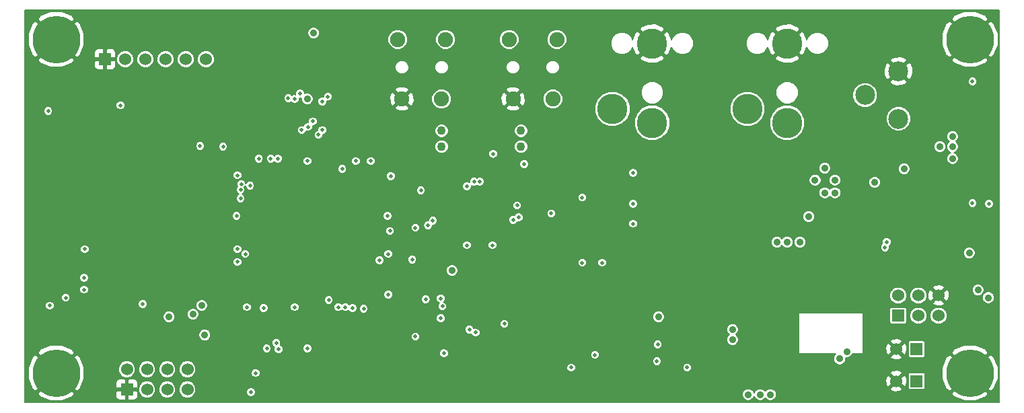
<source format=gbr>
G04 (created by PCBNEW-RS274X (2012-01-19 BZR 3256)-stable) date 2012/07/23 17:39:25*
G01*
G70*
G90*
%MOIN*%
G04 Gerber Fmt 3.4, Leading zero omitted, Abs format*
%FSLAX34Y34*%
G04 APERTURE LIST*
%ADD10C,0.006000*%
%ADD11C,0.150000*%
%ADD12C,0.098400*%
%ADD13R,0.124000X0.124000*%
%ADD14R,0.212500X0.252000*%
%ADD15C,0.236200*%
%ADD16R,0.060000X0.060000*%
%ADD17C,0.060000*%
%ADD18C,0.074800*%
%ADD19C,0.043300*%
%ADD20C,0.020000*%
%ADD21C,0.035400*%
%ADD22C,0.039400*%
%ADD23C,0.007900*%
G04 APERTURE END LIST*
G54D10*
G54D11*
X31102Y-01772D03*
X31102Y-05709D03*
X29134Y-05020D03*
X37795Y-01772D03*
X37795Y-05709D03*
X35827Y-05020D03*
G54D12*
X43306Y-03149D03*
X41653Y-04331D03*
X43307Y-05512D03*
G54D13*
X22677Y-10273D03*
G54D14*
X40551Y-11496D03*
G54D15*
X46850Y-18110D03*
X46850Y-01575D03*
X01575Y-18110D03*
X01575Y-01575D03*
G54D16*
X03996Y-02559D03*
G54D17*
X04996Y-02559D03*
X05996Y-02559D03*
X06996Y-02559D03*
X07996Y-02559D03*
X08996Y-02559D03*
G54D16*
X44201Y-18504D03*
G54D17*
X43201Y-18504D03*
G54D16*
X44201Y-16929D03*
G54D17*
X43201Y-16929D03*
G54D16*
X43291Y-15264D03*
G54D17*
X43291Y-14264D03*
X44291Y-15264D03*
X44291Y-14264D03*
X45291Y-15264D03*
X45291Y-14264D03*
G54D18*
X20669Y-04528D03*
X18701Y-04528D03*
X18504Y-01576D03*
X20866Y-01576D03*
X26181Y-04528D03*
X24213Y-04528D03*
X24016Y-01576D03*
X26378Y-01576D03*
G54D19*
X24606Y-06102D03*
X24606Y-06890D03*
X20669Y-06102D03*
X20669Y-06890D03*
G54D16*
X05075Y-18925D03*
G54D17*
X05075Y-17925D03*
X06075Y-18925D03*
X06075Y-17925D03*
X07075Y-18925D03*
X07075Y-17925D03*
X08075Y-18925D03*
X08075Y-17925D03*
G54D20*
X15748Y-07992D03*
X10945Y-12205D03*
G54D21*
X08780Y-14764D03*
X08346Y-15197D03*
G54D20*
X15079Y-14488D03*
X17598Y-12520D03*
X10512Y-10315D03*
G54D21*
X40157Y-09173D03*
X38425Y-11614D03*
G54D20*
X16417Y-07598D03*
G54D21*
X37795Y-11614D03*
X14016Y-04528D03*
X39646Y-07953D03*
G54D20*
X16260Y-14882D03*
G54D21*
X38858Y-10354D03*
X37283Y-11614D03*
G54D20*
X22047Y-15945D03*
G54D21*
X14331Y-01260D03*
G54D20*
X10551Y-08307D03*
X04764Y-04843D03*
X18031Y-14213D03*
X12205Y-07480D03*
X22559Y-08622D03*
X12559Y-07480D03*
G54D21*
X39646Y-09173D03*
G54D20*
X15551Y-14843D03*
X19882Y-14449D03*
X23228Y-07244D03*
X22362Y-16102D03*
X10551Y-12598D03*
X13386Y-14843D03*
G54D21*
X21181Y-13030D03*
G54D20*
X05866Y-14685D03*
X19213Y-12480D03*
X18150Y-08346D03*
G54D21*
X40157Y-08543D03*
G54D20*
X10551Y-11969D03*
X24764Y-07756D03*
X14016Y-07598D03*
X15906Y-14843D03*
X24213Y-10512D03*
G54D21*
X08937Y-16220D03*
G54D20*
X18031Y-12205D03*
G54D21*
X07165Y-15315D03*
G54D20*
X11024Y-14843D03*
G54D21*
X39173Y-08543D03*
G54D20*
X11850Y-14882D03*
X17165Y-07598D03*
X17992Y-10315D03*
X22283Y-08622D03*
G54D21*
X46811Y-12165D03*
X47244Y-13995D03*
G54D20*
X47795Y-09724D03*
G54D21*
X45354Y-06890D03*
X43583Y-07992D03*
G54D20*
X01181Y-05118D03*
X14016Y-16890D03*
X20787Y-17126D03*
X02953Y-13976D03*
X02953Y-13386D03*
X12008Y-16890D03*
G54D21*
X45984Y-06890D03*
X40748Y-17047D03*
X45984Y-06378D03*
G54D20*
X12598Y-16929D03*
G54D21*
X42126Y-08661D03*
X45984Y-07480D03*
X40394Y-17402D03*
G54D20*
X02992Y-11969D03*
X30157Y-09724D03*
X23780Y-15669D03*
X30157Y-10709D03*
G54D21*
X36457Y-19173D03*
G54D20*
X01260Y-14764D03*
X11220Y-19055D03*
G54D21*
X35866Y-19173D03*
X31417Y-15315D03*
X36969Y-19173D03*
G54D20*
X30157Y-08189D03*
X26102Y-10197D03*
G54D21*
X35079Y-15945D03*
G54D20*
X11457Y-18110D03*
G54D21*
X35079Y-16457D03*
G54D20*
X02047Y-14370D03*
G54D21*
X47756Y-14370D03*
G54D20*
X20630Y-15394D03*
X12480Y-16614D03*
X24409Y-09803D03*
X21929Y-08858D03*
X24488Y-10394D03*
X20000Y-10787D03*
X23189Y-11772D03*
X20236Y-10551D03*
X15039Y-04409D03*
X14764Y-06063D03*
X14764Y-04646D03*
X14567Y-06299D03*
X13661Y-04252D03*
X14291Y-05630D03*
X13386Y-04528D03*
X14055Y-05906D03*
X13740Y-06063D03*
X13071Y-04488D03*
X10748Y-08740D03*
X10709Y-09016D03*
X11181Y-08819D03*
X10709Y-09449D03*
X42717Y-11614D03*
X19370Y-10906D03*
X18110Y-11063D03*
X42638Y-11890D03*
X09843Y-06890D03*
X08701Y-06850D03*
X19370Y-16299D03*
X28622Y-12638D03*
X27638Y-12638D03*
G54D21*
X40551Y-19134D03*
G54D20*
X20669Y-11614D03*
X22008Y-19016D03*
X25354Y-15354D03*
X01969Y-05118D03*
X22362Y-15354D03*
X23346Y-16260D03*
G54D21*
X26142Y-13386D03*
G54D20*
X21260Y-09567D03*
X22402Y-18583D03*
G54D21*
X30866Y-12598D03*
G54D20*
X09449Y-12638D03*
X34173Y-17402D03*
X16614Y-17835D03*
G54D21*
X24370Y-11772D03*
G54D20*
X36220Y-10197D03*
G54D21*
X41102Y-18189D03*
G54D20*
X17520Y-17835D03*
G54D21*
X39252Y-14724D03*
G54D20*
X19252Y-14213D03*
G54D21*
X29882Y-16220D03*
G54D20*
X14449Y-07441D03*
X18110Y-07992D03*
X17913Y-17835D03*
X28740Y-08189D03*
X03031Y-10591D03*
X45315Y-11220D03*
X13701Y-14921D03*
X17244Y-06299D03*
G54D21*
X33701Y-11693D03*
G54D20*
X15591Y-17835D03*
X09488Y-08189D03*
X11535Y-14921D03*
X28740Y-09724D03*
X31457Y-07717D03*
X24134Y-10945D03*
G54D21*
X34134Y-11260D03*
G54D20*
X26142Y-09685D03*
G54D21*
X45157Y-08661D03*
G54D20*
X27323Y-07205D03*
X03031Y-07992D03*
G54D21*
X33465Y-12402D03*
G54D20*
X10669Y-07362D03*
X31457Y-10197D03*
X26181Y-08189D03*
G54D21*
X20551Y-13032D03*
G54D20*
X22087Y-15039D03*
X26102Y-10709D03*
X10512Y-09921D03*
X29528Y-15354D03*
G54D21*
X31417Y-13071D03*
X07283Y-15945D03*
X36969Y-15591D03*
X30906Y-14764D03*
G54D20*
X04370Y-16024D03*
X12244Y-11614D03*
G54D21*
X46811Y-15984D03*
G54D20*
X14764Y-13701D03*
X15866Y-13661D03*
X12244Y-12205D03*
X12244Y-12795D03*
X26142Y-09173D03*
G54D21*
X28268Y-14567D03*
G54D20*
X13386Y-13346D03*
G54D21*
X35787Y-12717D03*
X46339Y-09213D03*
G54D20*
X17008Y-17835D03*
X12795Y-17835D03*
X11732Y-06260D03*
X25354Y-14921D03*
X11024Y-13346D03*
X29567Y-17480D03*
G54D21*
X30984Y-13780D03*
G54D20*
X33543Y-06142D03*
X41299Y-06811D03*
X22638Y-07205D03*
X35709Y-06142D03*
X40236Y-07835D03*
X11929Y-11024D03*
X22047Y-07205D03*
X07480Y-07205D03*
G54D21*
X39843Y-17402D03*
X07047Y-14764D03*
X23346Y-18110D03*
G54D20*
X12480Y-06299D03*
X11811Y-13346D03*
X12205Y-17835D03*
X16339Y-12520D03*
X16339Y-10276D03*
X16417Y-09331D03*
X17126Y-13701D03*
X16142Y-16024D03*
X16339Y-11929D03*
X03071Y-09213D03*
X12047Y-01063D03*
G54D21*
X47677Y-12165D03*
G54D20*
X11417Y-16850D03*
X12795Y-09331D03*
X17795Y-09331D03*
G54D21*
X35906Y-18110D03*
G54D20*
X20709Y-16102D03*
X14016Y-01063D03*
X17205Y-14882D03*
X19646Y-18071D03*
X12441Y-05512D03*
X09449Y-14055D03*
X14055Y-09331D03*
X17402Y-13701D03*
G54D21*
X27677Y-15079D03*
G54D20*
X01890Y-10433D03*
G54D21*
X35079Y-17638D03*
G54D20*
X17205Y-09331D03*
X01890Y-09055D03*
X10709Y-17480D03*
G54D21*
X47244Y-14803D03*
G54D20*
X18110Y-11850D03*
X14173Y-17835D03*
X15197Y-17835D03*
G54D21*
X35787Y-11693D03*
X47598Y-08622D03*
G54D20*
X18110Y-09882D03*
X15748Y-09331D03*
X12165Y-09449D03*
X28740Y-10709D03*
X46378Y-11575D03*
X01890Y-11850D03*
G54D21*
X22677Y-13030D03*
G54D20*
X12480Y-01063D03*
X01890Y-08465D03*
X01890Y-13898D03*
X11811Y-17913D03*
X14331Y-04685D03*
X46969Y-03661D03*
X46969Y-09685D03*
X11614Y-07480D03*
X16811Y-14921D03*
X27087Y-17835D03*
X32835Y-17835D03*
X31339Y-17520D03*
X31378Y-16693D03*
X21929Y-11772D03*
X19646Y-09055D03*
X28268Y-17205D03*
X27638Y-09409D03*
X20630Y-14409D03*
X20709Y-14803D03*
G54D22*
X22677Y-10273D02*
X22677Y-09568D01*
X23425Y-09567D02*
X23386Y-09606D01*
X21969Y-09606D02*
X22047Y-09528D01*
X22677Y-09568D02*
X22678Y-09567D01*
X41732Y-10158D02*
X41732Y-12757D01*
X21969Y-10985D02*
X21969Y-09606D01*
X23386Y-09606D02*
X23386Y-10827D01*
X23386Y-10827D02*
X23189Y-11024D01*
X41732Y-12757D02*
X41654Y-12835D01*
X41654Y-12835D02*
X39488Y-12835D01*
X39370Y-10079D02*
X40551Y-10079D01*
X40551Y-11496D02*
X40551Y-10118D01*
X41772Y-10118D02*
X41732Y-10158D01*
X23189Y-09567D02*
X23425Y-09567D01*
X39370Y-12717D02*
X39370Y-10079D01*
X39488Y-12835D02*
X39370Y-12717D01*
X23189Y-11024D02*
X22008Y-11024D01*
X22008Y-11024D02*
X21969Y-10985D01*
X40551Y-10118D02*
X41772Y-10118D01*
X22047Y-09528D02*
X22559Y-09528D01*
X22678Y-09567D02*
X23189Y-09567D01*
G54D10*
G36*
X48299Y-19559D02*
X48243Y-19559D01*
X48243Y-18383D01*
X48243Y-01848D01*
X48242Y-01294D01*
X48032Y-00790D01*
X47853Y-00656D01*
X47769Y-00740D01*
X47769Y-00572D01*
X47635Y-00393D01*
X47123Y-00182D01*
X46569Y-00183D01*
X46065Y-00393D01*
X45931Y-00572D01*
X46850Y-01490D01*
X47769Y-00572D01*
X47769Y-00740D01*
X46935Y-01575D01*
X47853Y-02494D01*
X48032Y-02360D01*
X48243Y-01848D01*
X48243Y-18383D01*
X48242Y-17829D01*
X48058Y-17387D01*
X48058Y-14430D01*
X48058Y-14310D01*
X48021Y-14220D01*
X48021Y-09769D01*
X48021Y-09679D01*
X47987Y-09596D01*
X47923Y-09532D01*
X47840Y-09498D01*
X47769Y-09498D01*
X47769Y-02578D01*
X46850Y-01660D01*
X46765Y-01744D01*
X46765Y-01575D01*
X45847Y-00656D01*
X45668Y-00790D01*
X45457Y-01302D01*
X45458Y-01856D01*
X45668Y-02360D01*
X45847Y-02494D01*
X46765Y-01575D01*
X46765Y-01744D01*
X45931Y-02578D01*
X46065Y-02757D01*
X46577Y-02968D01*
X47131Y-02967D01*
X47635Y-02757D01*
X47769Y-02578D01*
X47769Y-09498D01*
X47750Y-09498D01*
X47667Y-09532D01*
X47603Y-09596D01*
X47569Y-09679D01*
X47569Y-09769D01*
X47603Y-09852D01*
X47667Y-09916D01*
X47750Y-09950D01*
X47840Y-09950D01*
X47923Y-09916D01*
X47987Y-09852D01*
X48021Y-09769D01*
X48021Y-14220D01*
X48012Y-14199D01*
X47927Y-14114D01*
X47816Y-14068D01*
X47696Y-14068D01*
X47585Y-14114D01*
X47546Y-14153D01*
X47546Y-14055D01*
X47546Y-13935D01*
X47500Y-13824D01*
X47415Y-13739D01*
X47304Y-13693D01*
X47195Y-13693D01*
X47195Y-09730D01*
X47195Y-09640D01*
X47195Y-03706D01*
X47195Y-03616D01*
X47161Y-03533D01*
X47097Y-03469D01*
X47014Y-03435D01*
X46924Y-03435D01*
X46841Y-03469D01*
X46777Y-03533D01*
X46743Y-03616D01*
X46743Y-03706D01*
X46777Y-03789D01*
X46841Y-03853D01*
X46924Y-03887D01*
X47014Y-03887D01*
X47097Y-03853D01*
X47161Y-03789D01*
X47195Y-03706D01*
X47195Y-09640D01*
X47161Y-09557D01*
X47097Y-09493D01*
X47014Y-09459D01*
X46924Y-09459D01*
X46841Y-09493D01*
X46777Y-09557D01*
X46743Y-09640D01*
X46743Y-09730D01*
X46777Y-09813D01*
X46841Y-09877D01*
X46924Y-09911D01*
X47014Y-09911D01*
X47097Y-09877D01*
X47161Y-09813D01*
X47195Y-09730D01*
X47195Y-13693D01*
X47184Y-13693D01*
X47113Y-13722D01*
X47113Y-12225D01*
X47113Y-12105D01*
X47067Y-11994D01*
X46982Y-11909D01*
X46871Y-11863D01*
X46751Y-11863D01*
X46640Y-11909D01*
X46555Y-11994D01*
X46509Y-12105D01*
X46509Y-12225D01*
X46555Y-12336D01*
X46640Y-12421D01*
X46751Y-12467D01*
X46871Y-12467D01*
X46982Y-12421D01*
X47067Y-12336D01*
X47113Y-12225D01*
X47113Y-13722D01*
X47073Y-13739D01*
X46988Y-13824D01*
X46942Y-13935D01*
X46942Y-14055D01*
X46988Y-14166D01*
X47073Y-14251D01*
X47184Y-14297D01*
X47304Y-14297D01*
X47415Y-14251D01*
X47500Y-14166D01*
X47546Y-14055D01*
X47546Y-14153D01*
X47500Y-14199D01*
X47454Y-14310D01*
X47454Y-14430D01*
X47500Y-14541D01*
X47585Y-14626D01*
X47696Y-14672D01*
X47816Y-14672D01*
X47927Y-14626D01*
X48012Y-14541D01*
X48058Y-14430D01*
X48058Y-17387D01*
X48032Y-17325D01*
X47853Y-17191D01*
X47769Y-17275D01*
X47769Y-17107D01*
X47635Y-16928D01*
X47123Y-16717D01*
X46569Y-16718D01*
X46286Y-16835D01*
X46286Y-07540D01*
X46286Y-07420D01*
X46240Y-07309D01*
X46155Y-07224D01*
X46060Y-07185D01*
X46155Y-07146D01*
X46240Y-07061D01*
X46286Y-06950D01*
X46286Y-06830D01*
X46240Y-06719D01*
X46155Y-06634D01*
X46240Y-06549D01*
X46286Y-06438D01*
X46286Y-06318D01*
X46240Y-06207D01*
X46155Y-06122D01*
X46044Y-06076D01*
X45924Y-06076D01*
X45813Y-06122D01*
X45728Y-06207D01*
X45682Y-06318D01*
X45682Y-06438D01*
X45728Y-06549D01*
X45813Y-06634D01*
X45728Y-06719D01*
X45682Y-06830D01*
X45682Y-06950D01*
X45728Y-07061D01*
X45813Y-07146D01*
X45907Y-07185D01*
X45813Y-07224D01*
X45728Y-07309D01*
X45682Y-07420D01*
X45682Y-07540D01*
X45728Y-07651D01*
X45813Y-07736D01*
X45924Y-07782D01*
X46044Y-07782D01*
X46155Y-07736D01*
X46240Y-07651D01*
X46286Y-07540D01*
X46286Y-16835D01*
X46065Y-16928D01*
X45931Y-17107D01*
X46850Y-18025D01*
X47769Y-17107D01*
X47769Y-17275D01*
X46935Y-18110D01*
X47853Y-19029D01*
X48032Y-18895D01*
X48243Y-18383D01*
X48243Y-19559D01*
X47769Y-19559D01*
X47769Y-19113D01*
X46850Y-18195D01*
X46765Y-18279D01*
X46765Y-18110D01*
X45847Y-17191D01*
X45826Y-17206D01*
X45826Y-14330D01*
X45810Y-14121D01*
X45759Y-13998D01*
X45670Y-13970D01*
X45656Y-13984D01*
X45656Y-06950D01*
X45656Y-06830D01*
X45610Y-06719D01*
X45525Y-06634D01*
X45414Y-06588D01*
X45294Y-06588D01*
X45183Y-06634D01*
X45098Y-06719D01*
X45052Y-06830D01*
X45052Y-06950D01*
X45098Y-07061D01*
X45183Y-07146D01*
X45294Y-07192D01*
X45414Y-07192D01*
X45525Y-07146D01*
X45610Y-07061D01*
X45656Y-06950D01*
X45656Y-13984D01*
X45585Y-14055D01*
X45585Y-13885D01*
X45557Y-13796D01*
X45357Y-13729D01*
X45148Y-13745D01*
X45025Y-13796D01*
X44997Y-13885D01*
X45291Y-14179D01*
X45585Y-13885D01*
X45585Y-14055D01*
X45376Y-14264D01*
X45670Y-14558D01*
X45759Y-14530D01*
X45826Y-14330D01*
X45826Y-17206D01*
X45717Y-17288D01*
X45717Y-15349D01*
X45717Y-15180D01*
X45652Y-15023D01*
X45585Y-14955D01*
X45585Y-14643D01*
X45291Y-14349D01*
X45206Y-14434D01*
X45206Y-14264D01*
X44912Y-13970D01*
X44823Y-13998D01*
X44756Y-14198D01*
X44772Y-14407D01*
X44823Y-14530D01*
X44912Y-14558D01*
X45206Y-14264D01*
X45206Y-14434D01*
X44997Y-14643D01*
X45025Y-14732D01*
X45225Y-14799D01*
X45434Y-14783D01*
X45557Y-14732D01*
X45585Y-14643D01*
X45585Y-14955D01*
X45533Y-14903D01*
X45376Y-14838D01*
X45207Y-14838D01*
X45050Y-14903D01*
X44930Y-15022D01*
X44865Y-15179D01*
X44865Y-15348D01*
X44930Y-15505D01*
X45049Y-15625D01*
X45206Y-15690D01*
X45375Y-15690D01*
X45532Y-15625D01*
X45652Y-15506D01*
X45717Y-15349D01*
X45717Y-17288D01*
X45668Y-17325D01*
X45457Y-17837D01*
X45458Y-18391D01*
X45668Y-18895D01*
X45847Y-19029D01*
X46765Y-18110D01*
X46765Y-18279D01*
X45931Y-19113D01*
X46065Y-19292D01*
X46577Y-19503D01*
X47131Y-19502D01*
X47635Y-19292D01*
X47769Y-19113D01*
X47769Y-19559D01*
X44717Y-19559D01*
X44717Y-15349D01*
X44717Y-15180D01*
X44717Y-14349D01*
X44717Y-14180D01*
X44652Y-14023D01*
X44533Y-13903D01*
X44376Y-13838D01*
X44207Y-13838D01*
X44050Y-13903D01*
X44029Y-13923D01*
X44029Y-03261D01*
X44017Y-02976D01*
X43930Y-02769D01*
X43821Y-02718D01*
X43737Y-02802D01*
X43737Y-02634D01*
X43686Y-02525D01*
X43418Y-02426D01*
X43133Y-02438D01*
X42926Y-02525D01*
X42875Y-02634D01*
X43306Y-03064D01*
X43737Y-02634D01*
X43737Y-02802D01*
X43391Y-03149D01*
X43821Y-03580D01*
X43930Y-03529D01*
X44029Y-03261D01*
X44029Y-13923D01*
X43930Y-14022D01*
X43925Y-14034D01*
X43925Y-05636D01*
X43925Y-05390D01*
X43831Y-05163D01*
X43737Y-05068D01*
X43737Y-03664D01*
X43306Y-03234D01*
X43221Y-03318D01*
X43221Y-03149D01*
X42791Y-02718D01*
X42682Y-02769D01*
X42583Y-03037D01*
X42595Y-03322D01*
X42682Y-03529D01*
X42791Y-03580D01*
X43221Y-03149D01*
X43221Y-03318D01*
X42875Y-03664D01*
X42926Y-03773D01*
X43194Y-03872D01*
X43479Y-03860D01*
X43686Y-03773D01*
X43737Y-03664D01*
X43737Y-05068D01*
X43658Y-04989D01*
X43431Y-04894D01*
X43185Y-04894D01*
X42958Y-04988D01*
X42784Y-05161D01*
X42689Y-05388D01*
X42689Y-05634D01*
X42783Y-05861D01*
X42956Y-06035D01*
X43183Y-06130D01*
X43429Y-06130D01*
X43656Y-06036D01*
X43830Y-05863D01*
X43925Y-05636D01*
X43925Y-14034D01*
X43885Y-14130D01*
X43885Y-08052D01*
X43885Y-07932D01*
X43839Y-07821D01*
X43754Y-07736D01*
X43643Y-07690D01*
X43523Y-07690D01*
X43412Y-07736D01*
X43327Y-07821D01*
X43281Y-07932D01*
X43281Y-08052D01*
X43327Y-08163D01*
X43412Y-08248D01*
X43523Y-08294D01*
X43643Y-08294D01*
X43754Y-08248D01*
X43839Y-08163D01*
X43885Y-08052D01*
X43885Y-14130D01*
X43865Y-14179D01*
X43865Y-14348D01*
X43930Y-14505D01*
X44049Y-14625D01*
X44206Y-14690D01*
X44375Y-14690D01*
X44532Y-14625D01*
X44652Y-14506D01*
X44717Y-14349D01*
X44717Y-15180D01*
X44652Y-15023D01*
X44533Y-14903D01*
X44376Y-14838D01*
X44207Y-14838D01*
X44050Y-14903D01*
X43930Y-15022D01*
X43865Y-15179D01*
X43865Y-15348D01*
X43930Y-15505D01*
X44049Y-15625D01*
X44206Y-15690D01*
X44375Y-15690D01*
X44532Y-15625D01*
X44652Y-15506D01*
X44717Y-15349D01*
X44717Y-19559D01*
X44627Y-19559D01*
X44627Y-18829D01*
X44627Y-18779D01*
X44627Y-18179D01*
X44627Y-17254D01*
X44627Y-17204D01*
X44627Y-16604D01*
X44608Y-16558D01*
X44572Y-16522D01*
X44526Y-16503D01*
X44476Y-16503D01*
X43876Y-16503D01*
X43830Y-16522D01*
X43794Y-16558D01*
X43775Y-16604D01*
X43775Y-16654D01*
X43775Y-17254D01*
X43794Y-17300D01*
X43830Y-17336D01*
X43876Y-17355D01*
X43926Y-17355D01*
X44526Y-17355D01*
X44572Y-17336D01*
X44608Y-17300D01*
X44627Y-17254D01*
X44627Y-18179D01*
X44608Y-18133D01*
X44572Y-18097D01*
X44526Y-18078D01*
X44476Y-18078D01*
X43876Y-18078D01*
X43830Y-18097D01*
X43794Y-18133D01*
X43775Y-18179D01*
X43775Y-18229D01*
X43775Y-18829D01*
X43794Y-18875D01*
X43830Y-18911D01*
X43876Y-18930D01*
X43926Y-18930D01*
X44526Y-18930D01*
X44572Y-18911D01*
X44608Y-18875D01*
X44627Y-18829D01*
X44627Y-19559D01*
X43736Y-19559D01*
X43736Y-18570D01*
X43736Y-16995D01*
X43720Y-16786D01*
X43717Y-16778D01*
X43717Y-15589D01*
X43717Y-15539D01*
X43717Y-14939D01*
X43717Y-14349D01*
X43717Y-14180D01*
X43652Y-14023D01*
X43533Y-13903D01*
X43376Y-13838D01*
X43207Y-13838D01*
X43050Y-13903D01*
X42943Y-14009D01*
X42943Y-11659D01*
X42943Y-11569D01*
X42909Y-11486D01*
X42845Y-11422D01*
X42762Y-11388D01*
X42672Y-11388D01*
X42589Y-11422D01*
X42525Y-11486D01*
X42491Y-11569D01*
X42491Y-11659D01*
X42507Y-11700D01*
X42446Y-11762D01*
X42428Y-11805D01*
X42428Y-08721D01*
X42428Y-08601D01*
X42382Y-08490D01*
X42297Y-08405D01*
X42271Y-08394D01*
X42271Y-04455D01*
X42271Y-04209D01*
X42177Y-03982D01*
X42004Y-03808D01*
X41777Y-03713D01*
X41531Y-03713D01*
X41304Y-03807D01*
X41130Y-03980D01*
X41035Y-04207D01*
X41035Y-04453D01*
X41129Y-04680D01*
X41302Y-04854D01*
X41529Y-04949D01*
X41775Y-04949D01*
X42002Y-04855D01*
X42176Y-04682D01*
X42271Y-04455D01*
X42271Y-08394D01*
X42186Y-08359D01*
X42066Y-08359D01*
X41955Y-08405D01*
X41870Y-08490D01*
X41824Y-08601D01*
X41824Y-08721D01*
X41870Y-08832D01*
X41955Y-08917D01*
X42066Y-08963D01*
X42186Y-08963D01*
X42297Y-08917D01*
X42382Y-08832D01*
X42428Y-08721D01*
X42428Y-11805D01*
X42412Y-11845D01*
X42412Y-11935D01*
X42446Y-12018D01*
X42510Y-12082D01*
X42593Y-12116D01*
X42683Y-12116D01*
X42766Y-12082D01*
X42830Y-12018D01*
X42864Y-11935D01*
X42864Y-11845D01*
X42847Y-11803D01*
X42909Y-11742D01*
X42943Y-11659D01*
X42943Y-14009D01*
X42930Y-14022D01*
X42865Y-14179D01*
X42865Y-14348D01*
X42930Y-14505D01*
X43049Y-14625D01*
X43206Y-14690D01*
X43375Y-14690D01*
X43532Y-14625D01*
X43652Y-14506D01*
X43717Y-14349D01*
X43717Y-14939D01*
X43698Y-14893D01*
X43662Y-14857D01*
X43616Y-14838D01*
X43566Y-14838D01*
X42966Y-14838D01*
X42920Y-14857D01*
X42884Y-14893D01*
X42865Y-14939D01*
X42865Y-14989D01*
X42865Y-15589D01*
X42884Y-15635D01*
X42920Y-15671D01*
X42966Y-15690D01*
X43016Y-15690D01*
X43616Y-15690D01*
X43662Y-15671D01*
X43698Y-15635D01*
X43717Y-15589D01*
X43717Y-16778D01*
X43669Y-16663D01*
X43580Y-16635D01*
X43495Y-16720D01*
X43495Y-16550D01*
X43467Y-16461D01*
X43267Y-16394D01*
X43058Y-16410D01*
X42935Y-16461D01*
X42907Y-16550D01*
X43201Y-16844D01*
X43495Y-16550D01*
X43495Y-16720D01*
X43286Y-16929D01*
X43580Y-17223D01*
X43669Y-17195D01*
X43736Y-16995D01*
X43736Y-18570D01*
X43720Y-18361D01*
X43669Y-18238D01*
X43580Y-18210D01*
X43495Y-18295D01*
X43495Y-18125D01*
X43495Y-17308D01*
X43201Y-17014D01*
X43116Y-17099D01*
X43116Y-16929D01*
X42822Y-16635D01*
X42733Y-16663D01*
X42666Y-16863D01*
X42682Y-17072D01*
X42733Y-17195D01*
X42822Y-17223D01*
X43116Y-16929D01*
X43116Y-17099D01*
X42907Y-17308D01*
X42935Y-17397D01*
X43135Y-17464D01*
X43344Y-17448D01*
X43467Y-17397D01*
X43495Y-17308D01*
X43495Y-18125D01*
X43467Y-18036D01*
X43267Y-17969D01*
X43058Y-17985D01*
X42935Y-18036D01*
X42907Y-18125D01*
X43201Y-18419D01*
X43495Y-18125D01*
X43495Y-18295D01*
X43286Y-18504D01*
X43580Y-18798D01*
X43669Y-18770D01*
X43736Y-18570D01*
X43736Y-19559D01*
X43495Y-19559D01*
X43495Y-18883D01*
X43201Y-18589D01*
X43116Y-18674D01*
X43116Y-18504D01*
X42822Y-18210D01*
X42733Y-18238D01*
X42666Y-18438D01*
X42682Y-18647D01*
X42733Y-18770D01*
X42822Y-18798D01*
X43116Y-18504D01*
X43116Y-18674D01*
X42907Y-18883D01*
X42935Y-18972D01*
X43135Y-19039D01*
X43344Y-19023D01*
X43467Y-18972D01*
X43495Y-18883D01*
X43495Y-19559D01*
X41852Y-19559D01*
X41852Y-11615D01*
X41852Y-11377D01*
X41851Y-10283D01*
X41851Y-10188D01*
X41815Y-10101D01*
X41748Y-10034D01*
X41660Y-09998D01*
X40670Y-09997D01*
X40611Y-10056D01*
X40611Y-11436D01*
X41793Y-11436D01*
X41852Y-11377D01*
X41852Y-11615D01*
X41793Y-11556D01*
X40611Y-11556D01*
X40611Y-12936D01*
X40670Y-12995D01*
X41660Y-12994D01*
X41748Y-12958D01*
X41815Y-12891D01*
X41851Y-12804D01*
X41851Y-12709D01*
X41852Y-11615D01*
X41852Y-19559D01*
X41574Y-19559D01*
X41574Y-17165D01*
X41574Y-15118D01*
X40491Y-15118D01*
X40491Y-12936D01*
X40491Y-11556D01*
X40491Y-11436D01*
X40491Y-10056D01*
X40459Y-10024D01*
X40459Y-09233D01*
X40459Y-09113D01*
X40459Y-08603D01*
X40459Y-08483D01*
X40413Y-08372D01*
X40328Y-08287D01*
X40217Y-08241D01*
X40097Y-08241D01*
X39986Y-08287D01*
X39948Y-08325D01*
X39948Y-08013D01*
X39948Y-07893D01*
X39902Y-07782D01*
X39849Y-07729D01*
X39849Y-01883D01*
X39849Y-01661D01*
X39764Y-01456D01*
X39607Y-01299D01*
X39402Y-01214D01*
X39180Y-01214D01*
X38975Y-01299D01*
X38818Y-01456D01*
X38760Y-01593D01*
X38760Y-01558D01*
X38629Y-01241D01*
X38494Y-01158D01*
X38409Y-01243D01*
X38409Y-01073D01*
X38326Y-00938D01*
X37967Y-00798D01*
X37581Y-00807D01*
X37264Y-00938D01*
X37181Y-01073D01*
X37795Y-01687D01*
X38409Y-01073D01*
X38409Y-01243D01*
X37880Y-01772D01*
X38494Y-02386D01*
X38629Y-02303D01*
X38763Y-01957D01*
X38818Y-02088D01*
X38975Y-02245D01*
X39180Y-02330D01*
X39402Y-02330D01*
X39607Y-02245D01*
X39764Y-02088D01*
X39849Y-01883D01*
X39849Y-07729D01*
X39817Y-07697D01*
X39706Y-07651D01*
X39586Y-07651D01*
X39475Y-07697D01*
X39390Y-07782D01*
X39344Y-07893D01*
X39344Y-08013D01*
X39390Y-08124D01*
X39475Y-08209D01*
X39586Y-08255D01*
X39706Y-08255D01*
X39817Y-08209D01*
X39902Y-08124D01*
X39948Y-08013D01*
X39948Y-08325D01*
X39901Y-08372D01*
X39855Y-08483D01*
X39855Y-08603D01*
X39901Y-08714D01*
X39986Y-08799D01*
X40097Y-08845D01*
X40217Y-08845D01*
X40328Y-08799D01*
X40413Y-08714D01*
X40459Y-08603D01*
X40459Y-09113D01*
X40413Y-09002D01*
X40328Y-08917D01*
X40217Y-08871D01*
X40097Y-08871D01*
X39986Y-08917D01*
X39901Y-09001D01*
X39817Y-08917D01*
X39706Y-08871D01*
X39586Y-08871D01*
X39475Y-08917D01*
X39475Y-08603D01*
X39475Y-08483D01*
X39429Y-08372D01*
X39344Y-08287D01*
X39233Y-08241D01*
X39113Y-08241D01*
X39002Y-08287D01*
X38917Y-08372D01*
X38871Y-08483D01*
X38871Y-08603D01*
X38917Y-08714D01*
X39002Y-08799D01*
X39113Y-08845D01*
X39233Y-08845D01*
X39344Y-08799D01*
X39429Y-08714D01*
X39475Y-08603D01*
X39475Y-08917D01*
X39390Y-09002D01*
X39344Y-09113D01*
X39344Y-09233D01*
X39390Y-09344D01*
X39475Y-09429D01*
X39586Y-09475D01*
X39706Y-09475D01*
X39817Y-09429D01*
X39901Y-09344D01*
X39986Y-09429D01*
X40097Y-09475D01*
X40217Y-09475D01*
X40328Y-09429D01*
X40413Y-09344D01*
X40459Y-09233D01*
X40459Y-10024D01*
X40432Y-09997D01*
X39442Y-09998D01*
X39354Y-10034D01*
X39287Y-10101D01*
X39251Y-10188D01*
X39251Y-10283D01*
X39250Y-11377D01*
X39309Y-11436D01*
X40491Y-11436D01*
X40491Y-11556D01*
X39309Y-11556D01*
X39250Y-11615D01*
X39251Y-12709D01*
X39251Y-12804D01*
X39287Y-12891D01*
X39354Y-12958D01*
X39442Y-12994D01*
X40432Y-12995D01*
X40491Y-12936D01*
X40491Y-15118D01*
X39160Y-15118D01*
X39160Y-10414D01*
X39160Y-10294D01*
X39114Y-10183D01*
X39029Y-10098D01*
X38918Y-10052D01*
X38798Y-10052D01*
X38687Y-10098D01*
X38671Y-10114D01*
X38671Y-05884D01*
X38671Y-05536D01*
X38538Y-05214D01*
X38409Y-05084D01*
X38409Y-02471D01*
X37795Y-01857D01*
X37710Y-01942D01*
X37710Y-01772D01*
X37096Y-01158D01*
X36961Y-01241D01*
X36826Y-01586D01*
X36772Y-01456D01*
X36615Y-01299D01*
X36410Y-01214D01*
X36188Y-01214D01*
X35983Y-01299D01*
X35826Y-01456D01*
X35741Y-01661D01*
X35741Y-01883D01*
X35826Y-02088D01*
X35983Y-02245D01*
X36188Y-02330D01*
X36410Y-02330D01*
X36615Y-02245D01*
X36772Y-02088D01*
X36829Y-01950D01*
X36830Y-01986D01*
X36961Y-02303D01*
X37096Y-02386D01*
X37710Y-01772D01*
X37710Y-01942D01*
X37181Y-02471D01*
X37264Y-02606D01*
X37623Y-02746D01*
X38009Y-02737D01*
X38326Y-02606D01*
X38409Y-02471D01*
X38409Y-05084D01*
X38353Y-05028D01*
X38353Y-04324D01*
X38353Y-04102D01*
X38268Y-03897D01*
X38111Y-03740D01*
X37906Y-03655D01*
X37684Y-03655D01*
X37479Y-03740D01*
X37322Y-03897D01*
X37237Y-04102D01*
X37237Y-04324D01*
X37322Y-04529D01*
X37479Y-04686D01*
X37684Y-04771D01*
X37906Y-04771D01*
X38111Y-04686D01*
X38268Y-04529D01*
X38353Y-04324D01*
X38353Y-05028D01*
X38292Y-04967D01*
X37970Y-04833D01*
X37622Y-04833D01*
X37300Y-04966D01*
X37053Y-05212D01*
X36919Y-05534D01*
X36919Y-05882D01*
X37052Y-06204D01*
X37298Y-06451D01*
X37620Y-06585D01*
X37968Y-06585D01*
X38290Y-06452D01*
X38537Y-06206D01*
X38671Y-05884D01*
X38671Y-10114D01*
X38602Y-10183D01*
X38556Y-10294D01*
X38556Y-10414D01*
X38602Y-10525D01*
X38687Y-10610D01*
X38798Y-10656D01*
X38918Y-10656D01*
X39029Y-10610D01*
X39114Y-10525D01*
X39160Y-10414D01*
X39160Y-15118D01*
X38727Y-15118D01*
X38727Y-11674D01*
X38727Y-11554D01*
X38681Y-11443D01*
X38596Y-11358D01*
X38485Y-11312D01*
X38365Y-11312D01*
X38254Y-11358D01*
X38169Y-11443D01*
X38123Y-11554D01*
X38123Y-11674D01*
X38169Y-11785D01*
X38254Y-11870D01*
X38365Y-11916D01*
X38485Y-11916D01*
X38596Y-11870D01*
X38681Y-11785D01*
X38727Y-11674D01*
X38727Y-15118D01*
X38347Y-15118D01*
X38347Y-17165D01*
X40204Y-17165D01*
X40138Y-17231D01*
X40092Y-17342D01*
X40092Y-17462D01*
X40138Y-17573D01*
X40223Y-17658D01*
X40334Y-17704D01*
X40454Y-17704D01*
X40565Y-17658D01*
X40650Y-17573D01*
X40696Y-17462D01*
X40696Y-17349D01*
X40808Y-17349D01*
X40919Y-17303D01*
X41004Y-17218D01*
X41025Y-17165D01*
X41574Y-17165D01*
X41574Y-19559D01*
X38097Y-19559D01*
X38097Y-11674D01*
X38097Y-11554D01*
X38051Y-11443D01*
X37966Y-11358D01*
X37855Y-11312D01*
X37735Y-11312D01*
X37624Y-11358D01*
X37539Y-11443D01*
X37454Y-11358D01*
X37343Y-11312D01*
X37223Y-11312D01*
X37112Y-11358D01*
X37027Y-11443D01*
X36981Y-11554D01*
X36981Y-11674D01*
X37027Y-11785D01*
X37112Y-11870D01*
X37223Y-11916D01*
X37343Y-11916D01*
X37454Y-11870D01*
X37539Y-11785D01*
X37624Y-11870D01*
X37735Y-11916D01*
X37855Y-11916D01*
X37966Y-11870D01*
X38051Y-11785D01*
X38097Y-11674D01*
X38097Y-19559D01*
X37271Y-19559D01*
X37271Y-19233D01*
X37271Y-19113D01*
X37225Y-19002D01*
X37140Y-18917D01*
X37029Y-18871D01*
X36909Y-18871D01*
X36798Y-18917D01*
X36713Y-19002D01*
X36703Y-18992D01*
X36703Y-05195D01*
X36703Y-04847D01*
X36570Y-04525D01*
X36324Y-04278D01*
X36002Y-04144D01*
X35654Y-04144D01*
X35332Y-04277D01*
X35085Y-04523D01*
X34951Y-04845D01*
X34951Y-05193D01*
X35084Y-05515D01*
X35330Y-05762D01*
X35652Y-05896D01*
X36000Y-05896D01*
X36322Y-05763D01*
X36569Y-05517D01*
X36703Y-05195D01*
X36703Y-18992D01*
X36628Y-18917D01*
X36517Y-18871D01*
X36397Y-18871D01*
X36286Y-18917D01*
X36201Y-19002D01*
X36161Y-19097D01*
X36122Y-19002D01*
X36037Y-18917D01*
X35926Y-18871D01*
X35806Y-18871D01*
X35695Y-18917D01*
X35610Y-19002D01*
X35564Y-19113D01*
X35564Y-19233D01*
X35610Y-19344D01*
X35695Y-19429D01*
X35806Y-19475D01*
X35926Y-19475D01*
X36037Y-19429D01*
X36122Y-19344D01*
X36161Y-19248D01*
X36201Y-19344D01*
X36286Y-19429D01*
X36397Y-19475D01*
X36517Y-19475D01*
X36628Y-19429D01*
X36713Y-19344D01*
X36798Y-19429D01*
X36909Y-19475D01*
X37029Y-19475D01*
X37140Y-19429D01*
X37225Y-19344D01*
X37271Y-19233D01*
X37271Y-19559D01*
X35381Y-19559D01*
X35381Y-16517D01*
X35381Y-16397D01*
X35335Y-16286D01*
X35250Y-16201D01*
X35335Y-16116D01*
X35381Y-16005D01*
X35381Y-15885D01*
X35335Y-15774D01*
X35250Y-15689D01*
X35139Y-15643D01*
X35019Y-15643D01*
X34908Y-15689D01*
X34823Y-15774D01*
X34777Y-15885D01*
X34777Y-16005D01*
X34823Y-16116D01*
X34908Y-16201D01*
X34823Y-16286D01*
X34777Y-16397D01*
X34777Y-16517D01*
X34823Y-16628D01*
X34908Y-16713D01*
X35019Y-16759D01*
X35139Y-16759D01*
X35250Y-16713D01*
X35335Y-16628D01*
X35381Y-16517D01*
X35381Y-19559D01*
X33156Y-19559D01*
X33156Y-01883D01*
X33156Y-01661D01*
X33071Y-01456D01*
X32914Y-01299D01*
X32709Y-01214D01*
X32487Y-01214D01*
X32282Y-01299D01*
X32125Y-01456D01*
X32067Y-01593D01*
X32067Y-01558D01*
X31936Y-01241D01*
X31801Y-01158D01*
X31716Y-01243D01*
X31716Y-01073D01*
X31633Y-00938D01*
X31274Y-00798D01*
X30888Y-00807D01*
X30571Y-00938D01*
X30488Y-01073D01*
X31102Y-01687D01*
X31716Y-01073D01*
X31716Y-01243D01*
X31187Y-01772D01*
X31801Y-02386D01*
X31936Y-02303D01*
X32070Y-01957D01*
X32125Y-02088D01*
X32282Y-02245D01*
X32487Y-02330D01*
X32709Y-02330D01*
X32914Y-02245D01*
X33071Y-02088D01*
X33156Y-01883D01*
X33156Y-19559D01*
X33061Y-19559D01*
X33061Y-17880D01*
X33061Y-17790D01*
X33027Y-17707D01*
X32963Y-17643D01*
X32880Y-17609D01*
X32790Y-17609D01*
X32707Y-17643D01*
X32643Y-17707D01*
X32609Y-17790D01*
X32609Y-17880D01*
X32643Y-17963D01*
X32707Y-18027D01*
X32790Y-18061D01*
X32880Y-18061D01*
X32963Y-18027D01*
X33027Y-17963D01*
X33061Y-17880D01*
X33061Y-19559D01*
X31978Y-19559D01*
X31978Y-05884D01*
X31978Y-05536D01*
X31845Y-05214D01*
X31716Y-05084D01*
X31716Y-02471D01*
X31102Y-01857D01*
X31017Y-01942D01*
X31017Y-01772D01*
X30403Y-01158D01*
X30268Y-01241D01*
X30133Y-01586D01*
X30079Y-01456D01*
X29922Y-01299D01*
X29717Y-01214D01*
X29495Y-01214D01*
X29290Y-01299D01*
X29133Y-01456D01*
X29048Y-01661D01*
X29048Y-01883D01*
X29133Y-02088D01*
X29290Y-02245D01*
X29495Y-02330D01*
X29717Y-02330D01*
X29922Y-02245D01*
X30079Y-02088D01*
X30136Y-01950D01*
X30137Y-01986D01*
X30268Y-02303D01*
X30403Y-02386D01*
X31017Y-01772D01*
X31017Y-01942D01*
X30488Y-02471D01*
X30571Y-02606D01*
X30930Y-02746D01*
X31316Y-02737D01*
X31633Y-02606D01*
X31716Y-02471D01*
X31716Y-05084D01*
X31660Y-05028D01*
X31660Y-04324D01*
X31660Y-04102D01*
X31575Y-03897D01*
X31418Y-03740D01*
X31213Y-03655D01*
X30991Y-03655D01*
X30786Y-03740D01*
X30629Y-03897D01*
X30544Y-04102D01*
X30544Y-04324D01*
X30629Y-04529D01*
X30786Y-04686D01*
X30991Y-04771D01*
X31213Y-04771D01*
X31418Y-04686D01*
X31575Y-04529D01*
X31660Y-04324D01*
X31660Y-05028D01*
X31599Y-04967D01*
X31277Y-04833D01*
X30929Y-04833D01*
X30607Y-04966D01*
X30360Y-05212D01*
X30226Y-05534D01*
X30226Y-05882D01*
X30359Y-06204D01*
X30605Y-06451D01*
X30927Y-06585D01*
X31275Y-06585D01*
X31597Y-06452D01*
X31844Y-06206D01*
X31978Y-05884D01*
X31978Y-19559D01*
X31719Y-19559D01*
X31719Y-15375D01*
X31719Y-15255D01*
X31673Y-15144D01*
X31588Y-15059D01*
X31477Y-15013D01*
X31357Y-15013D01*
X31246Y-15059D01*
X31161Y-15144D01*
X31115Y-15255D01*
X31115Y-15375D01*
X31161Y-15486D01*
X31246Y-15571D01*
X31357Y-15617D01*
X31477Y-15617D01*
X31588Y-15571D01*
X31673Y-15486D01*
X31719Y-15375D01*
X31719Y-19559D01*
X31604Y-19559D01*
X31604Y-16738D01*
X31604Y-16648D01*
X31570Y-16565D01*
X31506Y-16501D01*
X31423Y-16467D01*
X31333Y-16467D01*
X31250Y-16501D01*
X31186Y-16565D01*
X31152Y-16648D01*
X31152Y-16738D01*
X31186Y-16821D01*
X31250Y-16885D01*
X31333Y-16919D01*
X31423Y-16919D01*
X31506Y-16885D01*
X31570Y-16821D01*
X31604Y-16738D01*
X31604Y-19559D01*
X31565Y-19559D01*
X31565Y-17565D01*
X31565Y-17475D01*
X31531Y-17392D01*
X31467Y-17328D01*
X31384Y-17294D01*
X31294Y-17294D01*
X31211Y-17328D01*
X31147Y-17392D01*
X31113Y-17475D01*
X31113Y-17565D01*
X31147Y-17648D01*
X31211Y-17712D01*
X31294Y-17746D01*
X31384Y-17746D01*
X31467Y-17712D01*
X31531Y-17648D01*
X31565Y-17565D01*
X31565Y-19559D01*
X30383Y-19559D01*
X30383Y-10754D01*
X30383Y-10664D01*
X30383Y-09769D01*
X30383Y-09679D01*
X30383Y-08234D01*
X30383Y-08144D01*
X30349Y-08061D01*
X30285Y-07997D01*
X30202Y-07963D01*
X30112Y-07963D01*
X30029Y-07997D01*
X30010Y-08016D01*
X30010Y-05195D01*
X30010Y-04847D01*
X29877Y-04525D01*
X29631Y-04278D01*
X29309Y-04144D01*
X28961Y-04144D01*
X28639Y-04277D01*
X28392Y-04523D01*
X28258Y-04845D01*
X28258Y-05193D01*
X28391Y-05515D01*
X28637Y-05762D01*
X28959Y-05896D01*
X29307Y-05896D01*
X29629Y-05763D01*
X29876Y-05517D01*
X30010Y-05195D01*
X30010Y-08016D01*
X29965Y-08061D01*
X29931Y-08144D01*
X29931Y-08234D01*
X29965Y-08317D01*
X30029Y-08381D01*
X30112Y-08415D01*
X30202Y-08415D01*
X30285Y-08381D01*
X30349Y-08317D01*
X30383Y-08234D01*
X30383Y-09679D01*
X30349Y-09596D01*
X30285Y-09532D01*
X30202Y-09498D01*
X30112Y-09498D01*
X30029Y-09532D01*
X29965Y-09596D01*
X29931Y-09679D01*
X29931Y-09769D01*
X29965Y-09852D01*
X30029Y-09916D01*
X30112Y-09950D01*
X30202Y-09950D01*
X30285Y-09916D01*
X30349Y-09852D01*
X30383Y-09769D01*
X30383Y-10664D01*
X30349Y-10581D01*
X30285Y-10517D01*
X30202Y-10483D01*
X30112Y-10483D01*
X30029Y-10517D01*
X29965Y-10581D01*
X29931Y-10664D01*
X29931Y-10754D01*
X29965Y-10837D01*
X30029Y-10901D01*
X30112Y-10935D01*
X30202Y-10935D01*
X30285Y-10901D01*
X30349Y-10837D01*
X30383Y-10754D01*
X30383Y-19559D01*
X28848Y-19559D01*
X28848Y-12683D01*
X28848Y-12593D01*
X28814Y-12510D01*
X28750Y-12446D01*
X28667Y-12412D01*
X28577Y-12412D01*
X28494Y-12446D01*
X28430Y-12510D01*
X28396Y-12593D01*
X28396Y-12683D01*
X28430Y-12766D01*
X28494Y-12830D01*
X28577Y-12864D01*
X28667Y-12864D01*
X28750Y-12830D01*
X28814Y-12766D01*
X28848Y-12683D01*
X28848Y-19559D01*
X28494Y-19559D01*
X28494Y-17250D01*
X28494Y-17160D01*
X28460Y-17077D01*
X28396Y-17013D01*
X28313Y-16979D01*
X28223Y-16979D01*
X28140Y-17013D01*
X28076Y-17077D01*
X28042Y-17160D01*
X28042Y-17250D01*
X28076Y-17333D01*
X28140Y-17397D01*
X28223Y-17431D01*
X28313Y-17431D01*
X28396Y-17397D01*
X28460Y-17333D01*
X28494Y-17250D01*
X28494Y-19559D01*
X27864Y-19559D01*
X27864Y-12683D01*
X27864Y-12593D01*
X27864Y-09454D01*
X27864Y-09364D01*
X27830Y-09281D01*
X27766Y-09217D01*
X27683Y-09183D01*
X27593Y-09183D01*
X27510Y-09217D01*
X27446Y-09281D01*
X27412Y-09364D01*
X27412Y-09454D01*
X27446Y-09537D01*
X27510Y-09601D01*
X27593Y-09635D01*
X27683Y-09635D01*
X27766Y-09601D01*
X27830Y-09537D01*
X27864Y-09454D01*
X27864Y-12593D01*
X27830Y-12510D01*
X27766Y-12446D01*
X27683Y-12412D01*
X27593Y-12412D01*
X27510Y-12446D01*
X27446Y-12510D01*
X27412Y-12593D01*
X27412Y-12683D01*
X27446Y-12766D01*
X27510Y-12830D01*
X27593Y-12864D01*
X27683Y-12864D01*
X27766Y-12830D01*
X27830Y-12766D01*
X27864Y-12683D01*
X27864Y-19559D01*
X27313Y-19559D01*
X27313Y-17880D01*
X27313Y-17790D01*
X27279Y-17707D01*
X27215Y-17643D01*
X27132Y-17609D01*
X27042Y-17609D01*
X26959Y-17643D01*
X26895Y-17707D01*
X26877Y-17750D01*
X26877Y-01675D01*
X26877Y-01477D01*
X26801Y-01294D01*
X26661Y-01153D01*
X26477Y-01077D01*
X26279Y-01077D01*
X26096Y-01153D01*
X25955Y-01293D01*
X25879Y-01477D01*
X25879Y-01675D01*
X25955Y-01858D01*
X26095Y-01999D01*
X26279Y-02075D01*
X26477Y-02075D01*
X26660Y-01999D01*
X26801Y-01859D01*
X26877Y-01675D01*
X26877Y-17750D01*
X26861Y-17790D01*
X26861Y-17880D01*
X26895Y-17963D01*
X26959Y-18027D01*
X27042Y-18061D01*
X27132Y-18061D01*
X27215Y-18027D01*
X27279Y-17963D01*
X27313Y-17880D01*
X27313Y-19559D01*
X26680Y-19559D01*
X26680Y-04627D01*
X26680Y-04429D01*
X26604Y-04246D01*
X26522Y-04163D01*
X26522Y-03022D01*
X26522Y-02886D01*
X26470Y-02761D01*
X26374Y-02665D01*
X26249Y-02613D01*
X26113Y-02613D01*
X25988Y-02665D01*
X25892Y-02761D01*
X25840Y-02886D01*
X25840Y-03022D01*
X25892Y-03147D01*
X25988Y-03243D01*
X26113Y-03295D01*
X26249Y-03295D01*
X26374Y-03243D01*
X26470Y-03147D01*
X26522Y-03022D01*
X26522Y-04163D01*
X26464Y-04105D01*
X26280Y-04029D01*
X26082Y-04029D01*
X25899Y-04105D01*
X25758Y-04245D01*
X25682Y-04429D01*
X25682Y-04627D01*
X25758Y-04810D01*
X25898Y-04951D01*
X26082Y-05027D01*
X26280Y-05027D01*
X26463Y-04951D01*
X26604Y-04811D01*
X26680Y-04627D01*
X26680Y-19559D01*
X26328Y-19559D01*
X26328Y-10242D01*
X26328Y-10152D01*
X26294Y-10069D01*
X26230Y-10005D01*
X26147Y-09971D01*
X26057Y-09971D01*
X25974Y-10005D01*
X25910Y-10069D01*
X25876Y-10152D01*
X25876Y-10242D01*
X25910Y-10325D01*
X25974Y-10389D01*
X26057Y-10423D01*
X26147Y-10423D01*
X26230Y-10389D01*
X26294Y-10325D01*
X26328Y-10242D01*
X26328Y-19559D01*
X24990Y-19559D01*
X24990Y-07801D01*
X24990Y-07711D01*
X24956Y-07628D01*
X24947Y-07619D01*
X24947Y-06958D01*
X24947Y-06822D01*
X24947Y-06170D01*
X24947Y-06034D01*
X24895Y-05909D01*
X24820Y-05834D01*
X24820Y-04612D01*
X24806Y-04373D01*
X24742Y-04218D01*
X24644Y-04182D01*
X24559Y-04267D01*
X24559Y-04097D01*
X24554Y-04083D01*
X24554Y-03022D01*
X24554Y-02886D01*
X24515Y-02792D01*
X24515Y-01675D01*
X24515Y-01477D01*
X24439Y-01294D01*
X24299Y-01153D01*
X24115Y-01077D01*
X23917Y-01077D01*
X23734Y-01153D01*
X23593Y-01293D01*
X23517Y-01477D01*
X23517Y-01675D01*
X23593Y-01858D01*
X23733Y-01999D01*
X23917Y-02075D01*
X24115Y-02075D01*
X24298Y-01999D01*
X24439Y-01859D01*
X24515Y-01675D01*
X24515Y-02792D01*
X24502Y-02761D01*
X24406Y-02665D01*
X24281Y-02613D01*
X24145Y-02613D01*
X24020Y-02665D01*
X23924Y-02761D01*
X23872Y-02886D01*
X23872Y-03022D01*
X23924Y-03147D01*
X24020Y-03243D01*
X24145Y-03295D01*
X24281Y-03295D01*
X24406Y-03243D01*
X24502Y-03147D01*
X24554Y-03022D01*
X24554Y-04083D01*
X24523Y-03999D01*
X24297Y-03921D01*
X24058Y-03935D01*
X23903Y-03999D01*
X23867Y-04097D01*
X24213Y-04443D01*
X24559Y-04097D01*
X24559Y-04267D01*
X24298Y-04528D01*
X24644Y-04874D01*
X24742Y-04838D01*
X24820Y-04612D01*
X24820Y-05834D01*
X24799Y-05813D01*
X24674Y-05761D01*
X24559Y-05761D01*
X24559Y-04959D01*
X24213Y-04613D01*
X24128Y-04698D01*
X24128Y-04528D01*
X23782Y-04182D01*
X23684Y-04218D01*
X23606Y-04444D01*
X23620Y-04683D01*
X23684Y-04838D01*
X23782Y-04874D01*
X24128Y-04528D01*
X24128Y-04698D01*
X23867Y-04959D01*
X23903Y-05057D01*
X24129Y-05135D01*
X24368Y-05121D01*
X24523Y-05057D01*
X24559Y-04959D01*
X24559Y-05761D01*
X24538Y-05761D01*
X24413Y-05813D01*
X24317Y-05909D01*
X24265Y-06034D01*
X24265Y-06170D01*
X24317Y-06295D01*
X24413Y-06391D01*
X24538Y-06443D01*
X24674Y-06443D01*
X24799Y-06391D01*
X24895Y-06295D01*
X24947Y-06170D01*
X24947Y-06822D01*
X24895Y-06697D01*
X24799Y-06601D01*
X24674Y-06549D01*
X24538Y-06549D01*
X24413Y-06601D01*
X24317Y-06697D01*
X24265Y-06822D01*
X24265Y-06958D01*
X24317Y-07083D01*
X24413Y-07179D01*
X24538Y-07231D01*
X24674Y-07231D01*
X24799Y-07179D01*
X24895Y-07083D01*
X24947Y-06958D01*
X24947Y-07619D01*
X24892Y-07564D01*
X24809Y-07530D01*
X24719Y-07530D01*
X24636Y-07564D01*
X24572Y-07628D01*
X24538Y-07711D01*
X24538Y-07801D01*
X24572Y-07884D01*
X24636Y-07948D01*
X24719Y-07982D01*
X24809Y-07982D01*
X24892Y-07948D01*
X24956Y-07884D01*
X24990Y-07801D01*
X24990Y-19559D01*
X24714Y-19559D01*
X24714Y-10439D01*
X24714Y-10349D01*
X24680Y-10266D01*
X24635Y-10221D01*
X24635Y-09848D01*
X24635Y-09758D01*
X24601Y-09675D01*
X24537Y-09611D01*
X24454Y-09577D01*
X24364Y-09577D01*
X24281Y-09611D01*
X24217Y-09675D01*
X24183Y-09758D01*
X24183Y-09848D01*
X24217Y-09931D01*
X24281Y-09995D01*
X24364Y-10029D01*
X24454Y-10029D01*
X24537Y-09995D01*
X24601Y-09931D01*
X24635Y-09848D01*
X24635Y-10221D01*
X24616Y-10202D01*
X24533Y-10168D01*
X24443Y-10168D01*
X24360Y-10202D01*
X24296Y-10266D01*
X24283Y-10296D01*
X24258Y-10286D01*
X24168Y-10286D01*
X24085Y-10320D01*
X24021Y-10384D01*
X23987Y-10467D01*
X23987Y-10557D01*
X24021Y-10640D01*
X24085Y-10704D01*
X24168Y-10738D01*
X24258Y-10738D01*
X24341Y-10704D01*
X24405Y-10640D01*
X24417Y-10609D01*
X24443Y-10620D01*
X24533Y-10620D01*
X24616Y-10586D01*
X24680Y-10522D01*
X24714Y-10439D01*
X24714Y-19559D01*
X24006Y-19559D01*
X24006Y-15714D01*
X24006Y-15624D01*
X23972Y-15541D01*
X23908Y-15477D01*
X23825Y-15443D01*
X23735Y-15443D01*
X23652Y-15477D01*
X23588Y-15541D01*
X23554Y-15624D01*
X23554Y-15714D01*
X23588Y-15797D01*
X23652Y-15861D01*
X23735Y-15895D01*
X23825Y-15895D01*
X23908Y-15861D01*
X23972Y-15797D01*
X24006Y-15714D01*
X24006Y-19559D01*
X23536Y-19559D01*
X23536Y-10392D01*
X23536Y-10154D01*
X23535Y-09606D01*
X23499Y-09518D01*
X23454Y-09473D01*
X23454Y-07289D01*
X23454Y-07199D01*
X23420Y-07116D01*
X23356Y-07052D01*
X23273Y-07018D01*
X23183Y-07018D01*
X23100Y-07052D01*
X23036Y-07116D01*
X23002Y-07199D01*
X23002Y-07289D01*
X23036Y-07372D01*
X23100Y-07436D01*
X23183Y-07470D01*
X23273Y-07470D01*
X23356Y-07436D01*
X23420Y-07372D01*
X23454Y-07289D01*
X23454Y-09473D01*
X23432Y-09451D01*
X23345Y-09415D01*
X23250Y-09415D01*
X22796Y-09414D01*
X22785Y-09425D01*
X22785Y-08667D01*
X22785Y-08577D01*
X22751Y-08494D01*
X22687Y-08430D01*
X22604Y-08396D01*
X22514Y-08396D01*
X22431Y-08430D01*
X22421Y-08440D01*
X22411Y-08430D01*
X22328Y-08396D01*
X22238Y-08396D01*
X22155Y-08430D01*
X22091Y-08494D01*
X22057Y-08577D01*
X22057Y-08666D01*
X21974Y-08632D01*
X21884Y-08632D01*
X21801Y-08666D01*
X21737Y-08730D01*
X21703Y-08813D01*
X21703Y-08903D01*
X21737Y-08986D01*
X21801Y-09050D01*
X21884Y-09084D01*
X21974Y-09084D01*
X22057Y-09050D01*
X22121Y-08986D01*
X22155Y-08903D01*
X22155Y-08814D01*
X22238Y-08848D01*
X22328Y-08848D01*
X22411Y-08814D01*
X22421Y-08804D01*
X22431Y-08814D01*
X22514Y-08848D01*
X22604Y-08848D01*
X22687Y-08814D01*
X22751Y-08750D01*
X22785Y-08667D01*
X22785Y-09425D01*
X22737Y-09473D01*
X22737Y-10213D01*
X23477Y-10213D01*
X23536Y-10154D01*
X23536Y-10392D01*
X23477Y-10333D01*
X22737Y-10333D01*
X22737Y-11073D01*
X22796Y-11132D01*
X23250Y-11131D01*
X23345Y-11131D01*
X23432Y-11095D01*
X23499Y-11028D01*
X23535Y-10940D01*
X23536Y-10392D01*
X23536Y-19559D01*
X23415Y-19559D01*
X23415Y-11817D01*
X23415Y-11727D01*
X23381Y-11644D01*
X23317Y-11580D01*
X23234Y-11546D01*
X23144Y-11546D01*
X23061Y-11580D01*
X22997Y-11644D01*
X22963Y-11727D01*
X22963Y-11817D01*
X22997Y-11900D01*
X23061Y-11964D01*
X23144Y-11998D01*
X23234Y-11998D01*
X23317Y-11964D01*
X23381Y-11900D01*
X23415Y-11817D01*
X23415Y-19559D01*
X22617Y-19559D01*
X22617Y-11073D01*
X22617Y-10333D01*
X22617Y-10213D01*
X22617Y-09473D01*
X22558Y-09414D01*
X22104Y-09415D01*
X22009Y-09415D01*
X21922Y-09451D01*
X21855Y-09518D01*
X21819Y-09606D01*
X21818Y-10154D01*
X21877Y-10213D01*
X22617Y-10213D01*
X22617Y-10333D01*
X21877Y-10333D01*
X21818Y-10392D01*
X21819Y-10940D01*
X21855Y-11028D01*
X21922Y-11095D01*
X22009Y-11131D01*
X22104Y-11131D01*
X22558Y-11132D01*
X22617Y-11073D01*
X22617Y-19559D01*
X22588Y-19559D01*
X22588Y-16147D01*
X22588Y-16057D01*
X22554Y-15974D01*
X22490Y-15910D01*
X22407Y-15876D01*
X22317Y-15876D01*
X22270Y-15894D01*
X22239Y-15817D01*
X22175Y-15753D01*
X22155Y-15744D01*
X22155Y-11817D01*
X22155Y-11727D01*
X22121Y-11644D01*
X22057Y-11580D01*
X21974Y-11546D01*
X21884Y-11546D01*
X21801Y-11580D01*
X21737Y-11644D01*
X21703Y-11727D01*
X21703Y-11817D01*
X21737Y-11900D01*
X21801Y-11964D01*
X21884Y-11998D01*
X21974Y-11998D01*
X22057Y-11964D01*
X22121Y-11900D01*
X22155Y-11817D01*
X22155Y-15744D01*
X22092Y-15719D01*
X22002Y-15719D01*
X21919Y-15753D01*
X21855Y-15817D01*
X21821Y-15900D01*
X21821Y-15990D01*
X21855Y-16073D01*
X21919Y-16137D01*
X22002Y-16171D01*
X22092Y-16171D01*
X22138Y-16152D01*
X22170Y-16230D01*
X22234Y-16294D01*
X22317Y-16328D01*
X22407Y-16328D01*
X22490Y-16294D01*
X22554Y-16230D01*
X22588Y-16147D01*
X22588Y-19559D01*
X21483Y-19559D01*
X21483Y-13090D01*
X21483Y-12970D01*
X21437Y-12859D01*
X21365Y-12787D01*
X21365Y-01675D01*
X21365Y-01477D01*
X21289Y-01294D01*
X21149Y-01153D01*
X20965Y-01077D01*
X20767Y-01077D01*
X20584Y-01153D01*
X20443Y-01293D01*
X20367Y-01477D01*
X20367Y-01675D01*
X20443Y-01858D01*
X20583Y-01999D01*
X20767Y-02075D01*
X20965Y-02075D01*
X21148Y-01999D01*
X21289Y-01859D01*
X21365Y-01675D01*
X21365Y-12787D01*
X21352Y-12774D01*
X21241Y-12728D01*
X21168Y-12728D01*
X21168Y-04627D01*
X21168Y-04429D01*
X21092Y-04246D01*
X21010Y-04163D01*
X21010Y-03022D01*
X21010Y-02886D01*
X20958Y-02761D01*
X20862Y-02665D01*
X20737Y-02613D01*
X20601Y-02613D01*
X20476Y-02665D01*
X20380Y-02761D01*
X20328Y-02886D01*
X20328Y-03022D01*
X20380Y-03147D01*
X20476Y-03243D01*
X20601Y-03295D01*
X20737Y-03295D01*
X20862Y-03243D01*
X20958Y-03147D01*
X21010Y-03022D01*
X21010Y-04163D01*
X20952Y-04105D01*
X20768Y-04029D01*
X20570Y-04029D01*
X20387Y-04105D01*
X20246Y-04245D01*
X20170Y-04429D01*
X20170Y-04627D01*
X20246Y-04810D01*
X20386Y-04951D01*
X20570Y-05027D01*
X20768Y-05027D01*
X20951Y-04951D01*
X21092Y-04811D01*
X21168Y-04627D01*
X21168Y-12728D01*
X21121Y-12728D01*
X21010Y-12774D01*
X21010Y-06958D01*
X21010Y-06822D01*
X21010Y-06170D01*
X21010Y-06034D01*
X20958Y-05909D01*
X20862Y-05813D01*
X20737Y-05761D01*
X20601Y-05761D01*
X20476Y-05813D01*
X20380Y-05909D01*
X20328Y-06034D01*
X20328Y-06170D01*
X20380Y-06295D01*
X20476Y-06391D01*
X20601Y-06443D01*
X20737Y-06443D01*
X20862Y-06391D01*
X20958Y-06295D01*
X21010Y-06170D01*
X21010Y-06822D01*
X20958Y-06697D01*
X20862Y-06601D01*
X20737Y-06549D01*
X20601Y-06549D01*
X20476Y-06601D01*
X20380Y-06697D01*
X20328Y-06822D01*
X20328Y-06958D01*
X20380Y-07083D01*
X20476Y-07179D01*
X20601Y-07231D01*
X20737Y-07231D01*
X20862Y-07179D01*
X20958Y-07083D01*
X21010Y-06958D01*
X21010Y-12774D01*
X20925Y-12859D01*
X20879Y-12970D01*
X20879Y-13090D01*
X20925Y-13201D01*
X21010Y-13286D01*
X21121Y-13332D01*
X21241Y-13332D01*
X21352Y-13286D01*
X21437Y-13201D01*
X21483Y-13090D01*
X21483Y-19559D01*
X21013Y-19559D01*
X21013Y-17171D01*
X21013Y-17081D01*
X20979Y-16998D01*
X20935Y-16954D01*
X20935Y-14848D01*
X20935Y-14758D01*
X20901Y-14675D01*
X20837Y-14611D01*
X20773Y-14585D01*
X20822Y-14537D01*
X20856Y-14454D01*
X20856Y-14364D01*
X20822Y-14281D01*
X20758Y-14217D01*
X20675Y-14183D01*
X20585Y-14183D01*
X20502Y-14217D01*
X20462Y-14257D01*
X20462Y-10596D01*
X20462Y-10506D01*
X20428Y-10423D01*
X20364Y-10359D01*
X20281Y-10325D01*
X20191Y-10325D01*
X20108Y-10359D01*
X20044Y-10423D01*
X20010Y-10506D01*
X20010Y-10561D01*
X19955Y-10561D01*
X19872Y-10595D01*
X19872Y-09100D01*
X19872Y-09010D01*
X19838Y-08927D01*
X19774Y-08863D01*
X19691Y-08829D01*
X19601Y-08829D01*
X19518Y-08863D01*
X19454Y-08927D01*
X19420Y-09010D01*
X19420Y-09100D01*
X19454Y-09183D01*
X19518Y-09247D01*
X19601Y-09281D01*
X19691Y-09281D01*
X19774Y-09247D01*
X19838Y-09183D01*
X19872Y-09100D01*
X19872Y-10595D01*
X19808Y-10659D01*
X19774Y-10742D01*
X19774Y-10832D01*
X19808Y-10915D01*
X19872Y-10979D01*
X19955Y-11013D01*
X20045Y-11013D01*
X20128Y-10979D01*
X20192Y-10915D01*
X20226Y-10832D01*
X20226Y-10777D01*
X20281Y-10777D01*
X20364Y-10743D01*
X20428Y-10679D01*
X20462Y-10596D01*
X20462Y-14257D01*
X20438Y-14281D01*
X20404Y-14364D01*
X20404Y-14454D01*
X20438Y-14537D01*
X20502Y-14601D01*
X20565Y-14626D01*
X20517Y-14675D01*
X20483Y-14758D01*
X20483Y-14848D01*
X20517Y-14931D01*
X20581Y-14995D01*
X20664Y-15029D01*
X20754Y-15029D01*
X20837Y-14995D01*
X20901Y-14931D01*
X20935Y-14848D01*
X20935Y-16954D01*
X20915Y-16934D01*
X20856Y-16909D01*
X20856Y-15439D01*
X20856Y-15349D01*
X20822Y-15266D01*
X20758Y-15202D01*
X20675Y-15168D01*
X20585Y-15168D01*
X20502Y-15202D01*
X20438Y-15266D01*
X20404Y-15349D01*
X20404Y-15439D01*
X20438Y-15522D01*
X20502Y-15586D01*
X20585Y-15620D01*
X20675Y-15620D01*
X20758Y-15586D01*
X20822Y-15522D01*
X20856Y-15439D01*
X20856Y-16909D01*
X20832Y-16900D01*
X20742Y-16900D01*
X20659Y-16934D01*
X20595Y-16998D01*
X20561Y-17081D01*
X20561Y-17171D01*
X20595Y-17254D01*
X20659Y-17318D01*
X20742Y-17352D01*
X20832Y-17352D01*
X20915Y-17318D01*
X20979Y-17254D01*
X21013Y-17171D01*
X21013Y-19559D01*
X20108Y-19559D01*
X20108Y-14494D01*
X20108Y-14404D01*
X20074Y-14321D01*
X20010Y-14257D01*
X19927Y-14223D01*
X19837Y-14223D01*
X19754Y-14257D01*
X19690Y-14321D01*
X19656Y-14404D01*
X19656Y-14494D01*
X19690Y-14577D01*
X19754Y-14641D01*
X19837Y-14675D01*
X19927Y-14675D01*
X20010Y-14641D01*
X20074Y-14577D01*
X20108Y-14494D01*
X20108Y-19559D01*
X19596Y-19559D01*
X19596Y-16344D01*
X19596Y-16254D01*
X19596Y-10951D01*
X19596Y-10861D01*
X19562Y-10778D01*
X19498Y-10714D01*
X19415Y-10680D01*
X19325Y-10680D01*
X19308Y-10686D01*
X19308Y-04612D01*
X19294Y-04373D01*
X19230Y-04218D01*
X19132Y-04182D01*
X19047Y-04267D01*
X19047Y-04097D01*
X19042Y-04083D01*
X19042Y-03022D01*
X19042Y-02886D01*
X19003Y-02792D01*
X19003Y-01675D01*
X19003Y-01477D01*
X18927Y-01294D01*
X18787Y-01153D01*
X18603Y-01077D01*
X18405Y-01077D01*
X18222Y-01153D01*
X18081Y-01293D01*
X18005Y-01477D01*
X18005Y-01675D01*
X18081Y-01858D01*
X18221Y-01999D01*
X18405Y-02075D01*
X18603Y-02075D01*
X18786Y-01999D01*
X18927Y-01859D01*
X19003Y-01675D01*
X19003Y-02792D01*
X18990Y-02761D01*
X18894Y-02665D01*
X18769Y-02613D01*
X18633Y-02613D01*
X18508Y-02665D01*
X18412Y-02761D01*
X18360Y-02886D01*
X18360Y-03022D01*
X18412Y-03147D01*
X18508Y-03243D01*
X18633Y-03295D01*
X18769Y-03295D01*
X18894Y-03243D01*
X18990Y-03147D01*
X19042Y-03022D01*
X19042Y-04083D01*
X19011Y-03999D01*
X18785Y-03921D01*
X18546Y-03935D01*
X18391Y-03999D01*
X18355Y-04097D01*
X18701Y-04443D01*
X19047Y-04097D01*
X19047Y-04267D01*
X18786Y-04528D01*
X19132Y-04874D01*
X19230Y-04838D01*
X19308Y-04612D01*
X19308Y-10686D01*
X19242Y-10714D01*
X19178Y-10778D01*
X19144Y-10861D01*
X19144Y-10951D01*
X19178Y-11034D01*
X19242Y-11098D01*
X19325Y-11132D01*
X19415Y-11132D01*
X19498Y-11098D01*
X19562Y-11034D01*
X19596Y-10951D01*
X19596Y-16254D01*
X19562Y-16171D01*
X19498Y-16107D01*
X19439Y-16082D01*
X19439Y-12525D01*
X19439Y-12435D01*
X19405Y-12352D01*
X19341Y-12288D01*
X19258Y-12254D01*
X19168Y-12254D01*
X19085Y-12288D01*
X19047Y-12326D01*
X19047Y-04959D01*
X18701Y-04613D01*
X18616Y-04698D01*
X18616Y-04528D01*
X18270Y-04182D01*
X18172Y-04218D01*
X18094Y-04444D01*
X18108Y-04683D01*
X18172Y-04838D01*
X18270Y-04874D01*
X18616Y-04528D01*
X18616Y-04698D01*
X18355Y-04959D01*
X18391Y-05057D01*
X18617Y-05135D01*
X18856Y-05121D01*
X19011Y-05057D01*
X19047Y-04959D01*
X19047Y-12326D01*
X19021Y-12352D01*
X18987Y-12435D01*
X18987Y-12525D01*
X19021Y-12608D01*
X19085Y-12672D01*
X19168Y-12706D01*
X19258Y-12706D01*
X19341Y-12672D01*
X19405Y-12608D01*
X19439Y-12525D01*
X19439Y-16082D01*
X19415Y-16073D01*
X19325Y-16073D01*
X19242Y-16107D01*
X19178Y-16171D01*
X19144Y-16254D01*
X19144Y-16344D01*
X19178Y-16427D01*
X19242Y-16491D01*
X19325Y-16525D01*
X19415Y-16525D01*
X19498Y-16491D01*
X19562Y-16427D01*
X19596Y-16344D01*
X19596Y-19559D01*
X18376Y-19559D01*
X18376Y-08391D01*
X18376Y-08301D01*
X18342Y-08218D01*
X18278Y-08154D01*
X18195Y-08120D01*
X18105Y-08120D01*
X18022Y-08154D01*
X17958Y-08218D01*
X17924Y-08301D01*
X17924Y-08391D01*
X17958Y-08474D01*
X18022Y-08538D01*
X18105Y-08572D01*
X18195Y-08572D01*
X18278Y-08538D01*
X18342Y-08474D01*
X18376Y-08391D01*
X18376Y-19559D01*
X18336Y-19559D01*
X18336Y-11108D01*
X18336Y-11018D01*
X18302Y-10935D01*
X18238Y-10871D01*
X18218Y-10862D01*
X18218Y-10360D01*
X18218Y-10270D01*
X18184Y-10187D01*
X18120Y-10123D01*
X18037Y-10089D01*
X17947Y-10089D01*
X17864Y-10123D01*
X17800Y-10187D01*
X17766Y-10270D01*
X17766Y-10360D01*
X17800Y-10443D01*
X17864Y-10507D01*
X17947Y-10541D01*
X18037Y-10541D01*
X18120Y-10507D01*
X18184Y-10443D01*
X18218Y-10360D01*
X18218Y-10862D01*
X18155Y-10837D01*
X18065Y-10837D01*
X17982Y-10871D01*
X17918Y-10935D01*
X17884Y-11018D01*
X17884Y-11108D01*
X17918Y-11191D01*
X17982Y-11255D01*
X18065Y-11289D01*
X18155Y-11289D01*
X18238Y-11255D01*
X18302Y-11191D01*
X18336Y-11108D01*
X18336Y-19559D01*
X18257Y-19559D01*
X18257Y-14258D01*
X18257Y-14168D01*
X18257Y-12250D01*
X18257Y-12160D01*
X18223Y-12077D01*
X18159Y-12013D01*
X18076Y-11979D01*
X17986Y-11979D01*
X17903Y-12013D01*
X17839Y-12077D01*
X17805Y-12160D01*
X17805Y-12250D01*
X17839Y-12333D01*
X17903Y-12397D01*
X17986Y-12431D01*
X18076Y-12431D01*
X18159Y-12397D01*
X18223Y-12333D01*
X18257Y-12250D01*
X18257Y-14168D01*
X18223Y-14085D01*
X18159Y-14021D01*
X18076Y-13987D01*
X17986Y-13987D01*
X17903Y-14021D01*
X17839Y-14085D01*
X17824Y-14121D01*
X17824Y-12565D01*
X17824Y-12475D01*
X17790Y-12392D01*
X17726Y-12328D01*
X17643Y-12294D01*
X17553Y-12294D01*
X17470Y-12328D01*
X17406Y-12392D01*
X17391Y-12428D01*
X17391Y-07643D01*
X17391Y-07553D01*
X17357Y-07470D01*
X17293Y-07406D01*
X17210Y-07372D01*
X17120Y-07372D01*
X17037Y-07406D01*
X16973Y-07470D01*
X16939Y-07553D01*
X16939Y-07643D01*
X16973Y-07726D01*
X17037Y-07790D01*
X17120Y-07824D01*
X17210Y-07824D01*
X17293Y-07790D01*
X17357Y-07726D01*
X17391Y-07643D01*
X17391Y-12428D01*
X17372Y-12475D01*
X17372Y-12565D01*
X17406Y-12648D01*
X17470Y-12712D01*
X17553Y-12746D01*
X17643Y-12746D01*
X17726Y-12712D01*
X17790Y-12648D01*
X17824Y-12565D01*
X17824Y-14121D01*
X17805Y-14168D01*
X17805Y-14258D01*
X17839Y-14341D01*
X17903Y-14405D01*
X17986Y-14439D01*
X18076Y-14439D01*
X18159Y-14405D01*
X18223Y-14341D01*
X18257Y-14258D01*
X18257Y-19559D01*
X17037Y-19559D01*
X17037Y-14966D01*
X17037Y-14876D01*
X17003Y-14793D01*
X16939Y-14729D01*
X16856Y-14695D01*
X16766Y-14695D01*
X16683Y-14729D01*
X16643Y-14769D01*
X16643Y-07643D01*
X16643Y-07553D01*
X16609Y-07470D01*
X16545Y-07406D01*
X16462Y-07372D01*
X16372Y-07372D01*
X16289Y-07406D01*
X16225Y-07470D01*
X16191Y-07553D01*
X16191Y-07643D01*
X16225Y-07726D01*
X16289Y-07790D01*
X16372Y-07824D01*
X16462Y-07824D01*
X16545Y-07790D01*
X16609Y-07726D01*
X16643Y-07643D01*
X16643Y-14769D01*
X16619Y-14793D01*
X16585Y-14876D01*
X16585Y-14966D01*
X16619Y-15049D01*
X16683Y-15113D01*
X16766Y-15147D01*
X16856Y-15147D01*
X16939Y-15113D01*
X17003Y-15049D01*
X17037Y-14966D01*
X17037Y-19559D01*
X16486Y-19559D01*
X16486Y-14927D01*
X16486Y-14837D01*
X16452Y-14754D01*
X16388Y-14690D01*
X16305Y-14656D01*
X16215Y-14656D01*
X16132Y-14690D01*
X16100Y-14721D01*
X16098Y-14715D01*
X16034Y-14651D01*
X15974Y-14626D01*
X15974Y-08037D01*
X15974Y-07947D01*
X15940Y-07864D01*
X15876Y-07800D01*
X15793Y-07766D01*
X15703Y-07766D01*
X15620Y-07800D01*
X15556Y-07864D01*
X15522Y-07947D01*
X15522Y-08037D01*
X15556Y-08120D01*
X15620Y-08184D01*
X15703Y-08218D01*
X15793Y-08218D01*
X15876Y-08184D01*
X15940Y-08120D01*
X15974Y-08037D01*
X15974Y-14626D01*
X15951Y-14617D01*
X15861Y-14617D01*
X15778Y-14651D01*
X15728Y-14700D01*
X15679Y-14651D01*
X15596Y-14617D01*
X15506Y-14617D01*
X15423Y-14651D01*
X15359Y-14715D01*
X15325Y-14798D01*
X15325Y-14888D01*
X15359Y-14971D01*
X15423Y-15035D01*
X15506Y-15069D01*
X15596Y-15069D01*
X15679Y-15035D01*
X15728Y-14985D01*
X15778Y-15035D01*
X15861Y-15069D01*
X15951Y-15069D01*
X16034Y-15035D01*
X16065Y-15003D01*
X16068Y-15010D01*
X16132Y-15074D01*
X16215Y-15108D01*
X16305Y-15108D01*
X16388Y-15074D01*
X16452Y-15010D01*
X16486Y-14927D01*
X16486Y-19559D01*
X15305Y-19559D01*
X15305Y-14533D01*
X15305Y-14443D01*
X15271Y-14360D01*
X15265Y-14354D01*
X15265Y-04454D01*
X15265Y-04364D01*
X15231Y-04281D01*
X15167Y-04217D01*
X15084Y-04183D01*
X14994Y-04183D01*
X14911Y-04217D01*
X14847Y-04281D01*
X14813Y-04364D01*
X14813Y-04421D01*
X14809Y-04420D01*
X14719Y-04420D01*
X14636Y-04454D01*
X14633Y-04457D01*
X14633Y-01320D01*
X14633Y-01200D01*
X14587Y-01089D01*
X14502Y-01004D01*
X14391Y-00958D01*
X14271Y-00958D01*
X14160Y-01004D01*
X14075Y-01089D01*
X14029Y-01200D01*
X14029Y-01320D01*
X14075Y-01431D01*
X14160Y-01516D01*
X14271Y-01562D01*
X14391Y-01562D01*
X14502Y-01516D01*
X14587Y-01431D01*
X14633Y-01320D01*
X14633Y-04457D01*
X14572Y-04518D01*
X14538Y-04601D01*
X14538Y-04691D01*
X14572Y-04774D01*
X14636Y-04838D01*
X14719Y-04872D01*
X14809Y-04872D01*
X14892Y-04838D01*
X14956Y-04774D01*
X14990Y-04691D01*
X14990Y-04633D01*
X14994Y-04635D01*
X15084Y-04635D01*
X15167Y-04601D01*
X15231Y-04537D01*
X15265Y-04454D01*
X15265Y-14354D01*
X15207Y-14296D01*
X15124Y-14262D01*
X15034Y-14262D01*
X14990Y-14280D01*
X14990Y-06108D01*
X14990Y-06018D01*
X14956Y-05935D01*
X14892Y-05871D01*
X14809Y-05837D01*
X14719Y-05837D01*
X14636Y-05871D01*
X14572Y-05935D01*
X14538Y-06018D01*
X14538Y-06073D01*
X14522Y-06073D01*
X14517Y-06075D01*
X14517Y-05675D01*
X14517Y-05585D01*
X14483Y-05502D01*
X14419Y-05438D01*
X14336Y-05404D01*
X14318Y-05404D01*
X14318Y-04588D01*
X14318Y-04468D01*
X14272Y-04357D01*
X14187Y-04272D01*
X14076Y-04226D01*
X13956Y-04226D01*
X13887Y-04254D01*
X13887Y-04207D01*
X13853Y-04124D01*
X13789Y-04060D01*
X13706Y-04026D01*
X13616Y-04026D01*
X13533Y-04060D01*
X13469Y-04124D01*
X13435Y-04207D01*
X13435Y-04297D01*
X13438Y-04304D01*
X13431Y-04302D01*
X13341Y-04302D01*
X13258Y-04336D01*
X13248Y-04345D01*
X13199Y-04296D01*
X13116Y-04262D01*
X13026Y-04262D01*
X12943Y-04296D01*
X12879Y-04360D01*
X12845Y-04443D01*
X12845Y-04533D01*
X12879Y-04616D01*
X12943Y-04680D01*
X13026Y-04714D01*
X13116Y-04714D01*
X13199Y-04680D01*
X13208Y-04670D01*
X13258Y-04720D01*
X13341Y-04754D01*
X13431Y-04754D01*
X13514Y-04720D01*
X13578Y-04656D01*
X13612Y-04573D01*
X13612Y-04483D01*
X13608Y-04475D01*
X13616Y-04478D01*
X13706Y-04478D01*
X13714Y-04474D01*
X13714Y-04588D01*
X13760Y-04699D01*
X13845Y-04784D01*
X13956Y-04830D01*
X14076Y-04830D01*
X14187Y-04784D01*
X14272Y-04699D01*
X14318Y-04588D01*
X14318Y-05404D01*
X14246Y-05404D01*
X14163Y-05438D01*
X14099Y-05502D01*
X14065Y-05585D01*
X14065Y-05675D01*
X14067Y-05680D01*
X14010Y-05680D01*
X13927Y-05714D01*
X13863Y-05778D01*
X13831Y-05855D01*
X13785Y-05837D01*
X13695Y-05837D01*
X13612Y-05871D01*
X13548Y-05935D01*
X13514Y-06018D01*
X13514Y-06108D01*
X13548Y-06191D01*
X13612Y-06255D01*
X13695Y-06289D01*
X13785Y-06289D01*
X13868Y-06255D01*
X13932Y-06191D01*
X13963Y-06113D01*
X14010Y-06132D01*
X14100Y-06132D01*
X14183Y-06098D01*
X14247Y-06034D01*
X14281Y-05951D01*
X14281Y-05861D01*
X14278Y-05856D01*
X14336Y-05856D01*
X14419Y-05822D01*
X14483Y-05758D01*
X14517Y-05675D01*
X14517Y-06075D01*
X14439Y-06107D01*
X14375Y-06171D01*
X14341Y-06254D01*
X14341Y-06344D01*
X14375Y-06427D01*
X14439Y-06491D01*
X14522Y-06525D01*
X14612Y-06525D01*
X14695Y-06491D01*
X14759Y-06427D01*
X14793Y-06344D01*
X14793Y-06289D01*
X14809Y-06289D01*
X14892Y-06255D01*
X14956Y-06191D01*
X14990Y-06108D01*
X14990Y-14280D01*
X14951Y-14296D01*
X14887Y-14360D01*
X14853Y-14443D01*
X14853Y-14533D01*
X14887Y-14616D01*
X14951Y-14680D01*
X15034Y-14714D01*
X15124Y-14714D01*
X15207Y-14680D01*
X15271Y-14616D01*
X15305Y-14533D01*
X15305Y-19559D01*
X14242Y-19559D01*
X14242Y-16935D01*
X14242Y-16845D01*
X14242Y-07643D01*
X14242Y-07553D01*
X14208Y-07470D01*
X14144Y-07406D01*
X14061Y-07372D01*
X13971Y-07372D01*
X13888Y-07406D01*
X13824Y-07470D01*
X13790Y-07553D01*
X13790Y-07643D01*
X13824Y-07726D01*
X13888Y-07790D01*
X13971Y-07824D01*
X14061Y-07824D01*
X14144Y-07790D01*
X14208Y-07726D01*
X14242Y-07643D01*
X14242Y-16845D01*
X14208Y-16762D01*
X14144Y-16698D01*
X14061Y-16664D01*
X13971Y-16664D01*
X13888Y-16698D01*
X13824Y-16762D01*
X13790Y-16845D01*
X13790Y-16935D01*
X13824Y-17018D01*
X13888Y-17082D01*
X13971Y-17116D01*
X14061Y-17116D01*
X14144Y-17082D01*
X14208Y-17018D01*
X14242Y-16935D01*
X14242Y-19559D01*
X13612Y-19559D01*
X13612Y-14888D01*
X13612Y-14798D01*
X13578Y-14715D01*
X13514Y-14651D01*
X13431Y-14617D01*
X13341Y-14617D01*
X13258Y-14651D01*
X13194Y-14715D01*
X13160Y-14798D01*
X13160Y-14888D01*
X13194Y-14971D01*
X13258Y-15035D01*
X13341Y-15069D01*
X13431Y-15069D01*
X13514Y-15035D01*
X13578Y-14971D01*
X13612Y-14888D01*
X13612Y-19559D01*
X12824Y-19559D01*
X12824Y-16974D01*
X12824Y-16884D01*
X12790Y-16801D01*
X12785Y-16796D01*
X12785Y-07525D01*
X12785Y-07435D01*
X12751Y-07352D01*
X12687Y-07288D01*
X12604Y-07254D01*
X12514Y-07254D01*
X12431Y-07288D01*
X12382Y-07337D01*
X12333Y-07288D01*
X12250Y-07254D01*
X12160Y-07254D01*
X12077Y-07288D01*
X12013Y-07352D01*
X11979Y-07435D01*
X11979Y-07525D01*
X12013Y-07608D01*
X12077Y-07672D01*
X12160Y-07706D01*
X12250Y-07706D01*
X12333Y-07672D01*
X12382Y-07623D01*
X12431Y-07672D01*
X12514Y-07706D01*
X12604Y-07706D01*
X12687Y-07672D01*
X12751Y-07608D01*
X12785Y-07525D01*
X12785Y-16796D01*
X12726Y-16737D01*
X12681Y-16718D01*
X12706Y-16659D01*
X12706Y-16569D01*
X12672Y-16486D01*
X12608Y-16422D01*
X12525Y-16388D01*
X12435Y-16388D01*
X12352Y-16422D01*
X12288Y-16486D01*
X12254Y-16569D01*
X12254Y-16659D01*
X12288Y-16742D01*
X12352Y-16806D01*
X12396Y-16824D01*
X12372Y-16884D01*
X12372Y-16974D01*
X12406Y-17057D01*
X12470Y-17121D01*
X12553Y-17155D01*
X12643Y-17155D01*
X12726Y-17121D01*
X12790Y-17057D01*
X12824Y-16974D01*
X12824Y-19559D01*
X12234Y-19559D01*
X12234Y-16935D01*
X12234Y-16845D01*
X12200Y-16762D01*
X12136Y-16698D01*
X12076Y-16673D01*
X12076Y-14927D01*
X12076Y-14837D01*
X12042Y-14754D01*
X11978Y-14690D01*
X11895Y-14656D01*
X11840Y-14656D01*
X11840Y-07525D01*
X11840Y-07435D01*
X11806Y-07352D01*
X11742Y-07288D01*
X11659Y-07254D01*
X11569Y-07254D01*
X11486Y-07288D01*
X11422Y-07352D01*
X11388Y-07435D01*
X11388Y-07525D01*
X11422Y-07608D01*
X11486Y-07672D01*
X11569Y-07706D01*
X11659Y-07706D01*
X11742Y-07672D01*
X11806Y-07608D01*
X11840Y-07525D01*
X11840Y-14656D01*
X11805Y-14656D01*
X11722Y-14690D01*
X11658Y-14754D01*
X11624Y-14837D01*
X11624Y-14927D01*
X11658Y-15010D01*
X11722Y-15074D01*
X11805Y-15108D01*
X11895Y-15108D01*
X11978Y-15074D01*
X12042Y-15010D01*
X12076Y-14927D01*
X12076Y-16673D01*
X12053Y-16664D01*
X11963Y-16664D01*
X11880Y-16698D01*
X11816Y-16762D01*
X11782Y-16845D01*
X11782Y-16935D01*
X11816Y-17018D01*
X11880Y-17082D01*
X11963Y-17116D01*
X12053Y-17116D01*
X12136Y-17082D01*
X12200Y-17018D01*
X12234Y-16935D01*
X12234Y-19559D01*
X11683Y-19559D01*
X11683Y-18155D01*
X11683Y-18065D01*
X11649Y-17982D01*
X11585Y-17918D01*
X11502Y-17884D01*
X11412Y-17884D01*
X11407Y-17886D01*
X11407Y-08864D01*
X11407Y-08774D01*
X11373Y-08691D01*
X11309Y-08627D01*
X11226Y-08593D01*
X11136Y-08593D01*
X11053Y-08627D01*
X10989Y-08691D01*
X10974Y-08727D01*
X10974Y-08695D01*
X10940Y-08612D01*
X10876Y-08548D01*
X10793Y-08514D01*
X10777Y-08514D01*
X10777Y-08352D01*
X10777Y-08262D01*
X10743Y-08179D01*
X10679Y-08115D01*
X10596Y-08081D01*
X10506Y-08081D01*
X10423Y-08115D01*
X10359Y-08179D01*
X10325Y-08262D01*
X10325Y-08352D01*
X10359Y-08435D01*
X10423Y-08499D01*
X10506Y-08533D01*
X10596Y-08533D01*
X10679Y-08499D01*
X10743Y-08435D01*
X10777Y-08352D01*
X10777Y-08514D01*
X10703Y-08514D01*
X10620Y-08548D01*
X10556Y-08612D01*
X10522Y-08695D01*
X10522Y-08785D01*
X10550Y-08854D01*
X10517Y-08888D01*
X10483Y-08971D01*
X10483Y-09061D01*
X10517Y-09144D01*
X10581Y-09208D01*
X10640Y-09232D01*
X10581Y-09257D01*
X10517Y-09321D01*
X10483Y-09404D01*
X10483Y-09494D01*
X10517Y-09577D01*
X10581Y-09641D01*
X10664Y-09675D01*
X10754Y-09675D01*
X10837Y-09641D01*
X10901Y-09577D01*
X10935Y-09494D01*
X10935Y-09404D01*
X10901Y-09321D01*
X10837Y-09257D01*
X10777Y-09232D01*
X10837Y-09208D01*
X10901Y-09144D01*
X10935Y-09061D01*
X10935Y-08971D01*
X10906Y-08901D01*
X10940Y-08868D01*
X10955Y-08831D01*
X10955Y-08864D01*
X10989Y-08947D01*
X11053Y-09011D01*
X11136Y-09045D01*
X11226Y-09045D01*
X11309Y-09011D01*
X11373Y-08947D01*
X11407Y-08864D01*
X11407Y-17886D01*
X11329Y-17918D01*
X11265Y-17982D01*
X11250Y-18018D01*
X11250Y-14888D01*
X11250Y-14798D01*
X11216Y-14715D01*
X11171Y-14670D01*
X11171Y-12250D01*
X11171Y-12160D01*
X11137Y-12077D01*
X11073Y-12013D01*
X10990Y-11979D01*
X10900Y-11979D01*
X10817Y-12013D01*
X10777Y-12053D01*
X10777Y-12014D01*
X10777Y-11924D01*
X10743Y-11841D01*
X10738Y-11836D01*
X10738Y-10360D01*
X10738Y-10270D01*
X10704Y-10187D01*
X10640Y-10123D01*
X10557Y-10089D01*
X10467Y-10089D01*
X10384Y-10123D01*
X10320Y-10187D01*
X10286Y-10270D01*
X10286Y-10360D01*
X10320Y-10443D01*
X10384Y-10507D01*
X10467Y-10541D01*
X10557Y-10541D01*
X10640Y-10507D01*
X10704Y-10443D01*
X10738Y-10360D01*
X10738Y-11836D01*
X10679Y-11777D01*
X10596Y-11743D01*
X10506Y-11743D01*
X10423Y-11777D01*
X10359Y-11841D01*
X10325Y-11924D01*
X10325Y-12014D01*
X10359Y-12097D01*
X10423Y-12161D01*
X10506Y-12195D01*
X10596Y-12195D01*
X10679Y-12161D01*
X10743Y-12097D01*
X10777Y-12014D01*
X10777Y-12053D01*
X10753Y-12077D01*
X10719Y-12160D01*
X10719Y-12250D01*
X10753Y-12333D01*
X10817Y-12397D01*
X10900Y-12431D01*
X10990Y-12431D01*
X11073Y-12397D01*
X11137Y-12333D01*
X11171Y-12250D01*
X11171Y-14670D01*
X11152Y-14651D01*
X11069Y-14617D01*
X10979Y-14617D01*
X10896Y-14651D01*
X10832Y-14715D01*
X10798Y-14798D01*
X10798Y-14888D01*
X10832Y-14971D01*
X10896Y-15035D01*
X10979Y-15069D01*
X11069Y-15069D01*
X11152Y-15035D01*
X11216Y-14971D01*
X11250Y-14888D01*
X11250Y-18018D01*
X11231Y-18065D01*
X11231Y-18155D01*
X11265Y-18238D01*
X11329Y-18302D01*
X11412Y-18336D01*
X11502Y-18336D01*
X11585Y-18302D01*
X11649Y-18238D01*
X11683Y-18155D01*
X11683Y-19559D01*
X11446Y-19559D01*
X11446Y-19100D01*
X11446Y-19010D01*
X11412Y-18927D01*
X11348Y-18863D01*
X11265Y-18829D01*
X11175Y-18829D01*
X11092Y-18863D01*
X11028Y-18927D01*
X10994Y-19010D01*
X10994Y-19100D01*
X11028Y-19183D01*
X11092Y-19247D01*
X11175Y-19281D01*
X11265Y-19281D01*
X11348Y-19247D01*
X11412Y-19183D01*
X11446Y-19100D01*
X11446Y-19559D01*
X10777Y-19559D01*
X10777Y-12643D01*
X10777Y-12553D01*
X10743Y-12470D01*
X10679Y-12406D01*
X10596Y-12372D01*
X10506Y-12372D01*
X10423Y-12406D01*
X10359Y-12470D01*
X10325Y-12553D01*
X10325Y-12643D01*
X10359Y-12726D01*
X10423Y-12790D01*
X10506Y-12824D01*
X10596Y-12824D01*
X10679Y-12790D01*
X10743Y-12726D01*
X10777Y-12643D01*
X10777Y-19559D01*
X10069Y-19559D01*
X10069Y-06935D01*
X10069Y-06845D01*
X10035Y-06762D01*
X09971Y-06698D01*
X09888Y-06664D01*
X09798Y-06664D01*
X09715Y-06698D01*
X09651Y-06762D01*
X09617Y-06845D01*
X09617Y-06935D01*
X09651Y-07018D01*
X09715Y-07082D01*
X09798Y-07116D01*
X09888Y-07116D01*
X09971Y-07082D01*
X10035Y-07018D01*
X10069Y-06935D01*
X10069Y-19559D01*
X09422Y-19559D01*
X09422Y-02644D01*
X09422Y-02475D01*
X09357Y-02318D01*
X09238Y-02198D01*
X09081Y-02133D01*
X08912Y-02133D01*
X08755Y-02198D01*
X08635Y-02317D01*
X08570Y-02474D01*
X08570Y-02643D01*
X08635Y-02800D01*
X08754Y-02920D01*
X08911Y-02985D01*
X09080Y-02985D01*
X09237Y-02920D01*
X09357Y-02801D01*
X09422Y-02644D01*
X09422Y-19559D01*
X09239Y-19559D01*
X09239Y-16280D01*
X09239Y-16160D01*
X09193Y-16049D01*
X09108Y-15964D01*
X09082Y-15953D01*
X09082Y-14824D01*
X09082Y-14704D01*
X09036Y-14593D01*
X08951Y-14508D01*
X08927Y-14498D01*
X08927Y-06895D01*
X08927Y-06805D01*
X08893Y-06722D01*
X08829Y-06658D01*
X08746Y-06624D01*
X08656Y-06624D01*
X08573Y-06658D01*
X08509Y-06722D01*
X08475Y-06805D01*
X08475Y-06895D01*
X08509Y-06978D01*
X08573Y-07042D01*
X08656Y-07076D01*
X08746Y-07076D01*
X08829Y-07042D01*
X08893Y-06978D01*
X08927Y-06895D01*
X08927Y-14498D01*
X08840Y-14462D01*
X08720Y-14462D01*
X08609Y-14508D01*
X08524Y-14593D01*
X08478Y-14704D01*
X08478Y-14824D01*
X08524Y-14935D01*
X08609Y-15020D01*
X08720Y-15066D01*
X08840Y-15066D01*
X08951Y-15020D01*
X09036Y-14935D01*
X09082Y-14824D01*
X09082Y-15953D01*
X08997Y-15918D01*
X08877Y-15918D01*
X08766Y-15964D01*
X08681Y-16049D01*
X08648Y-16128D01*
X08648Y-15257D01*
X08648Y-15137D01*
X08602Y-15026D01*
X08517Y-14941D01*
X08422Y-14901D01*
X08422Y-02644D01*
X08422Y-02475D01*
X08357Y-02318D01*
X08238Y-02198D01*
X08081Y-02133D01*
X07912Y-02133D01*
X07755Y-02198D01*
X07635Y-02317D01*
X07570Y-02474D01*
X07570Y-02643D01*
X07635Y-02800D01*
X07754Y-02920D01*
X07911Y-02985D01*
X08080Y-02985D01*
X08237Y-02920D01*
X08357Y-02801D01*
X08422Y-02644D01*
X08422Y-14901D01*
X08406Y-14895D01*
X08286Y-14895D01*
X08175Y-14941D01*
X08090Y-15026D01*
X08044Y-15137D01*
X08044Y-15257D01*
X08090Y-15368D01*
X08175Y-15453D01*
X08286Y-15499D01*
X08406Y-15499D01*
X08517Y-15453D01*
X08602Y-15368D01*
X08648Y-15257D01*
X08648Y-16128D01*
X08635Y-16160D01*
X08635Y-16280D01*
X08681Y-16391D01*
X08766Y-16476D01*
X08877Y-16522D01*
X08997Y-16522D01*
X09108Y-16476D01*
X09193Y-16391D01*
X09239Y-16280D01*
X09239Y-19559D01*
X08501Y-19559D01*
X08501Y-19010D01*
X08501Y-18841D01*
X08501Y-18010D01*
X08501Y-17841D01*
X08436Y-17684D01*
X08317Y-17564D01*
X08160Y-17499D01*
X07991Y-17499D01*
X07834Y-17564D01*
X07714Y-17683D01*
X07649Y-17840D01*
X07649Y-18009D01*
X07714Y-18166D01*
X07833Y-18286D01*
X07990Y-18351D01*
X08159Y-18351D01*
X08316Y-18286D01*
X08436Y-18167D01*
X08501Y-18010D01*
X08501Y-18841D01*
X08436Y-18684D01*
X08317Y-18564D01*
X08160Y-18499D01*
X07991Y-18499D01*
X07834Y-18564D01*
X07714Y-18683D01*
X07649Y-18840D01*
X07649Y-19009D01*
X07714Y-19166D01*
X07833Y-19286D01*
X07990Y-19351D01*
X08159Y-19351D01*
X08316Y-19286D01*
X08436Y-19167D01*
X08501Y-19010D01*
X08501Y-19559D01*
X07501Y-19559D01*
X07501Y-19010D01*
X07501Y-18841D01*
X07501Y-18010D01*
X07501Y-17841D01*
X07467Y-17758D01*
X07467Y-15375D01*
X07467Y-15255D01*
X07422Y-15146D01*
X07422Y-02644D01*
X07422Y-02475D01*
X07357Y-02318D01*
X07238Y-02198D01*
X07081Y-02133D01*
X06912Y-02133D01*
X06755Y-02198D01*
X06635Y-02317D01*
X06570Y-02474D01*
X06570Y-02643D01*
X06635Y-02800D01*
X06754Y-02920D01*
X06911Y-02985D01*
X07080Y-02985D01*
X07237Y-02920D01*
X07357Y-02801D01*
X07422Y-02644D01*
X07422Y-15146D01*
X07421Y-15144D01*
X07336Y-15059D01*
X07225Y-15013D01*
X07105Y-15013D01*
X06994Y-15059D01*
X06909Y-15144D01*
X06863Y-15255D01*
X06863Y-15375D01*
X06909Y-15486D01*
X06994Y-15571D01*
X07105Y-15617D01*
X07225Y-15617D01*
X07336Y-15571D01*
X07421Y-15486D01*
X07467Y-15375D01*
X07467Y-17758D01*
X07436Y-17684D01*
X07317Y-17564D01*
X07160Y-17499D01*
X06991Y-17499D01*
X06834Y-17564D01*
X06714Y-17683D01*
X06649Y-17840D01*
X06649Y-18009D01*
X06714Y-18166D01*
X06833Y-18286D01*
X06990Y-18351D01*
X07159Y-18351D01*
X07316Y-18286D01*
X07436Y-18167D01*
X07501Y-18010D01*
X07501Y-18841D01*
X07436Y-18684D01*
X07317Y-18564D01*
X07160Y-18499D01*
X06991Y-18499D01*
X06834Y-18564D01*
X06714Y-18683D01*
X06649Y-18840D01*
X06649Y-19009D01*
X06714Y-19166D01*
X06833Y-19286D01*
X06990Y-19351D01*
X07159Y-19351D01*
X07316Y-19286D01*
X07436Y-19167D01*
X07501Y-19010D01*
X07501Y-19559D01*
X06501Y-19559D01*
X06501Y-19010D01*
X06501Y-18841D01*
X06501Y-18010D01*
X06501Y-17841D01*
X06436Y-17684D01*
X06422Y-17669D01*
X06422Y-02644D01*
X06422Y-02475D01*
X06357Y-02318D01*
X06238Y-02198D01*
X06081Y-02133D01*
X05912Y-02133D01*
X05755Y-02198D01*
X05635Y-02317D01*
X05570Y-02474D01*
X05570Y-02643D01*
X05635Y-02800D01*
X05754Y-02920D01*
X05911Y-02985D01*
X06080Y-02985D01*
X06237Y-02920D01*
X06357Y-02801D01*
X06422Y-02644D01*
X06422Y-17669D01*
X06317Y-17564D01*
X06160Y-17499D01*
X06092Y-17499D01*
X06092Y-14730D01*
X06092Y-14640D01*
X06058Y-14557D01*
X05994Y-14493D01*
X05911Y-14459D01*
X05821Y-14459D01*
X05738Y-14493D01*
X05674Y-14557D01*
X05640Y-14640D01*
X05640Y-14730D01*
X05674Y-14813D01*
X05738Y-14877D01*
X05821Y-14911D01*
X05911Y-14911D01*
X05994Y-14877D01*
X06058Y-14813D01*
X06092Y-14730D01*
X06092Y-17499D01*
X05991Y-17499D01*
X05834Y-17564D01*
X05714Y-17683D01*
X05649Y-17840D01*
X05649Y-18009D01*
X05714Y-18166D01*
X05833Y-18286D01*
X05990Y-18351D01*
X06159Y-18351D01*
X06316Y-18286D01*
X06436Y-18167D01*
X06501Y-18010D01*
X06501Y-18841D01*
X06436Y-18684D01*
X06317Y-18564D01*
X06160Y-18499D01*
X05991Y-18499D01*
X05834Y-18564D01*
X05714Y-18683D01*
X05649Y-18840D01*
X05649Y-19009D01*
X05714Y-19166D01*
X05833Y-19286D01*
X05990Y-19351D01*
X06159Y-19351D01*
X06316Y-19286D01*
X06436Y-19167D01*
X06501Y-19010D01*
X06501Y-19559D01*
X05614Y-19559D01*
X05614Y-19044D01*
X05614Y-18806D01*
X05613Y-18672D01*
X05613Y-18577D01*
X05577Y-18490D01*
X05510Y-18423D01*
X05501Y-18419D01*
X05501Y-18010D01*
X05501Y-17841D01*
X05436Y-17684D01*
X05422Y-17669D01*
X05422Y-02644D01*
X05422Y-02475D01*
X05357Y-02318D01*
X05238Y-02198D01*
X05081Y-02133D01*
X04912Y-02133D01*
X04755Y-02198D01*
X04635Y-02317D01*
X04570Y-02474D01*
X04570Y-02643D01*
X04635Y-02800D01*
X04754Y-02920D01*
X04911Y-02985D01*
X05080Y-02985D01*
X05237Y-02920D01*
X05357Y-02801D01*
X05422Y-02644D01*
X05422Y-17669D01*
X05317Y-17564D01*
X05160Y-17499D01*
X04991Y-17499D01*
X04990Y-17499D01*
X04990Y-04888D01*
X04990Y-04798D01*
X04956Y-04715D01*
X04892Y-04651D01*
X04809Y-04617D01*
X04719Y-04617D01*
X04636Y-04651D01*
X04572Y-04715D01*
X04538Y-04798D01*
X04538Y-04888D01*
X04572Y-04971D01*
X04636Y-05035D01*
X04719Y-05069D01*
X04809Y-05069D01*
X04892Y-05035D01*
X04956Y-04971D01*
X04990Y-04888D01*
X04990Y-17499D01*
X04834Y-17564D01*
X04714Y-17683D01*
X04649Y-17840D01*
X04649Y-18009D01*
X04714Y-18166D01*
X04833Y-18286D01*
X04990Y-18351D01*
X05159Y-18351D01*
X05316Y-18286D01*
X05436Y-18167D01*
X05501Y-18010D01*
X05501Y-18419D01*
X05422Y-18387D01*
X05194Y-18386D01*
X05135Y-18445D01*
X05135Y-18865D01*
X05555Y-18865D01*
X05614Y-18806D01*
X05614Y-19044D01*
X05555Y-18985D01*
X05135Y-18985D01*
X05135Y-19405D01*
X05194Y-19464D01*
X05422Y-19463D01*
X05510Y-19427D01*
X05577Y-19360D01*
X05613Y-19273D01*
X05613Y-19178D01*
X05614Y-19044D01*
X05614Y-19559D01*
X05015Y-19559D01*
X05015Y-19405D01*
X05015Y-18985D01*
X05015Y-18865D01*
X05015Y-18445D01*
X04956Y-18386D01*
X04728Y-18387D01*
X04640Y-18423D01*
X04573Y-18490D01*
X04537Y-18577D01*
X04537Y-18672D01*
X04536Y-18806D01*
X04595Y-18865D01*
X05015Y-18865D01*
X05015Y-18985D01*
X04595Y-18985D01*
X04536Y-19044D01*
X04537Y-19178D01*
X04537Y-19273D01*
X04573Y-19360D01*
X04640Y-19427D01*
X04728Y-19463D01*
X04956Y-19464D01*
X05015Y-19405D01*
X05015Y-19559D01*
X04535Y-19559D01*
X04535Y-02678D01*
X04535Y-02440D01*
X04534Y-02306D01*
X04534Y-02211D01*
X04498Y-02124D01*
X04431Y-02057D01*
X04343Y-02021D01*
X04115Y-02020D01*
X04056Y-02079D01*
X04056Y-02499D01*
X04476Y-02499D01*
X04535Y-02440D01*
X04535Y-02678D01*
X04476Y-02619D01*
X04056Y-02619D01*
X04056Y-03039D01*
X04115Y-03098D01*
X04343Y-03097D01*
X04431Y-03061D01*
X04498Y-02994D01*
X04534Y-02907D01*
X04534Y-02812D01*
X04535Y-02678D01*
X04535Y-19559D01*
X03936Y-19559D01*
X03936Y-03039D01*
X03936Y-02619D01*
X03936Y-02499D01*
X03936Y-02079D01*
X03877Y-02020D01*
X03649Y-02021D01*
X03561Y-02057D01*
X03494Y-02124D01*
X03458Y-02211D01*
X03458Y-02306D01*
X03457Y-02440D01*
X03516Y-02499D01*
X03936Y-02499D01*
X03936Y-02619D01*
X03516Y-02619D01*
X03457Y-02678D01*
X03458Y-02812D01*
X03458Y-02907D01*
X03494Y-02994D01*
X03561Y-03061D01*
X03649Y-03097D01*
X03877Y-03098D01*
X03936Y-03039D01*
X03936Y-19559D01*
X03218Y-19559D01*
X03218Y-12014D01*
X03218Y-11924D01*
X03184Y-11841D01*
X03120Y-11777D01*
X03037Y-11743D01*
X02968Y-11743D01*
X02968Y-01848D01*
X02967Y-01294D01*
X02757Y-00790D01*
X02578Y-00656D01*
X02494Y-00740D01*
X02494Y-00572D01*
X02360Y-00393D01*
X01848Y-00182D01*
X01294Y-00183D01*
X00790Y-00393D01*
X00656Y-00572D01*
X01575Y-01490D01*
X02494Y-00572D01*
X02494Y-00740D01*
X01660Y-01575D01*
X02578Y-02494D01*
X02757Y-02360D01*
X02968Y-01848D01*
X02968Y-11743D01*
X02947Y-11743D01*
X02864Y-11777D01*
X02800Y-11841D01*
X02766Y-11924D01*
X02766Y-12014D01*
X02800Y-12097D01*
X02864Y-12161D01*
X02947Y-12195D01*
X03037Y-12195D01*
X03120Y-12161D01*
X03184Y-12097D01*
X03218Y-12014D01*
X03218Y-19559D01*
X03179Y-19559D01*
X03179Y-14021D01*
X03179Y-13931D01*
X03179Y-13431D01*
X03179Y-13341D01*
X03145Y-13258D01*
X03081Y-13194D01*
X02998Y-13160D01*
X02908Y-13160D01*
X02825Y-13194D01*
X02761Y-13258D01*
X02727Y-13341D01*
X02727Y-13431D01*
X02761Y-13514D01*
X02825Y-13578D01*
X02908Y-13612D01*
X02998Y-13612D01*
X03081Y-13578D01*
X03145Y-13514D01*
X03179Y-13431D01*
X03179Y-13931D01*
X03145Y-13848D01*
X03081Y-13784D01*
X02998Y-13750D01*
X02908Y-13750D01*
X02825Y-13784D01*
X02761Y-13848D01*
X02727Y-13931D01*
X02727Y-14021D01*
X02761Y-14104D01*
X02825Y-14168D01*
X02908Y-14202D01*
X02998Y-14202D01*
X03081Y-14168D01*
X03145Y-14104D01*
X03179Y-14021D01*
X03179Y-19559D01*
X02968Y-19559D01*
X02968Y-18383D01*
X02967Y-17829D01*
X02757Y-17325D01*
X02578Y-17191D01*
X02494Y-17275D01*
X02494Y-17107D01*
X02494Y-02578D01*
X01575Y-01660D01*
X01490Y-01744D01*
X01490Y-01575D01*
X00572Y-00656D01*
X00393Y-00790D01*
X00182Y-01302D01*
X00183Y-01856D01*
X00393Y-02360D01*
X00572Y-02494D01*
X01490Y-01575D01*
X01490Y-01744D01*
X00656Y-02578D01*
X00790Y-02757D01*
X01302Y-02968D01*
X01856Y-02967D01*
X02360Y-02757D01*
X02494Y-02578D01*
X02494Y-17107D01*
X02360Y-16928D01*
X02273Y-16892D01*
X02273Y-14415D01*
X02273Y-14325D01*
X02239Y-14242D01*
X02175Y-14178D01*
X02092Y-14144D01*
X02002Y-14144D01*
X01919Y-14178D01*
X01855Y-14242D01*
X01821Y-14325D01*
X01821Y-14415D01*
X01855Y-14498D01*
X01919Y-14562D01*
X02002Y-14596D01*
X02092Y-14596D01*
X02175Y-14562D01*
X02239Y-14498D01*
X02273Y-14415D01*
X02273Y-16892D01*
X01848Y-16717D01*
X01486Y-16717D01*
X01486Y-14809D01*
X01486Y-14719D01*
X01452Y-14636D01*
X01407Y-14591D01*
X01407Y-05163D01*
X01407Y-05073D01*
X01373Y-04990D01*
X01309Y-04926D01*
X01226Y-04892D01*
X01136Y-04892D01*
X01053Y-04926D01*
X00989Y-04990D01*
X00955Y-05073D01*
X00955Y-05163D01*
X00989Y-05246D01*
X01053Y-05310D01*
X01136Y-05344D01*
X01226Y-05344D01*
X01309Y-05310D01*
X01373Y-05246D01*
X01407Y-05163D01*
X01407Y-14591D01*
X01388Y-14572D01*
X01305Y-14538D01*
X01215Y-14538D01*
X01132Y-14572D01*
X01068Y-14636D01*
X01034Y-14719D01*
X01034Y-14809D01*
X01068Y-14892D01*
X01132Y-14956D01*
X01215Y-14990D01*
X01305Y-14990D01*
X01388Y-14956D01*
X01452Y-14892D01*
X01486Y-14809D01*
X01486Y-16717D01*
X01294Y-16718D01*
X00790Y-16928D01*
X00656Y-17107D01*
X01575Y-18025D01*
X02494Y-17107D01*
X02494Y-17275D01*
X01660Y-18110D01*
X02578Y-19029D01*
X02757Y-18895D01*
X02968Y-18383D01*
X02968Y-19559D01*
X02494Y-19559D01*
X02494Y-19113D01*
X01575Y-18195D01*
X01490Y-18279D01*
X01490Y-18110D01*
X00572Y-17191D01*
X00393Y-17325D01*
X00182Y-17837D01*
X00183Y-18391D01*
X00393Y-18895D01*
X00572Y-19029D01*
X01490Y-18110D01*
X01490Y-18279D01*
X00656Y-19113D01*
X00790Y-19292D01*
X01302Y-19503D01*
X01856Y-19502D01*
X02360Y-19292D01*
X02494Y-19113D01*
X02494Y-19559D01*
X00039Y-19559D01*
X00039Y-00126D01*
X48299Y-00126D01*
X48299Y-19559D01*
X48299Y-19559D01*
G37*
G54D23*
X48299Y-19559D02*
X48243Y-19559D01*
X48243Y-18383D01*
X48243Y-01848D01*
X48242Y-01294D01*
X48032Y-00790D01*
X47853Y-00656D01*
X47769Y-00740D01*
X47769Y-00572D01*
X47635Y-00393D01*
X47123Y-00182D01*
X46569Y-00183D01*
X46065Y-00393D01*
X45931Y-00572D01*
X46850Y-01490D01*
X47769Y-00572D01*
X47769Y-00740D01*
X46935Y-01575D01*
X47853Y-02494D01*
X48032Y-02360D01*
X48243Y-01848D01*
X48243Y-18383D01*
X48242Y-17829D01*
X48058Y-17387D01*
X48058Y-14430D01*
X48058Y-14310D01*
X48021Y-14220D01*
X48021Y-09769D01*
X48021Y-09679D01*
X47987Y-09596D01*
X47923Y-09532D01*
X47840Y-09498D01*
X47769Y-09498D01*
X47769Y-02578D01*
X46850Y-01660D01*
X46765Y-01744D01*
X46765Y-01575D01*
X45847Y-00656D01*
X45668Y-00790D01*
X45457Y-01302D01*
X45458Y-01856D01*
X45668Y-02360D01*
X45847Y-02494D01*
X46765Y-01575D01*
X46765Y-01744D01*
X45931Y-02578D01*
X46065Y-02757D01*
X46577Y-02968D01*
X47131Y-02967D01*
X47635Y-02757D01*
X47769Y-02578D01*
X47769Y-09498D01*
X47750Y-09498D01*
X47667Y-09532D01*
X47603Y-09596D01*
X47569Y-09679D01*
X47569Y-09769D01*
X47603Y-09852D01*
X47667Y-09916D01*
X47750Y-09950D01*
X47840Y-09950D01*
X47923Y-09916D01*
X47987Y-09852D01*
X48021Y-09769D01*
X48021Y-14220D01*
X48012Y-14199D01*
X47927Y-14114D01*
X47816Y-14068D01*
X47696Y-14068D01*
X47585Y-14114D01*
X47546Y-14153D01*
X47546Y-14055D01*
X47546Y-13935D01*
X47500Y-13824D01*
X47415Y-13739D01*
X47304Y-13693D01*
X47195Y-13693D01*
X47195Y-09730D01*
X47195Y-09640D01*
X47195Y-03706D01*
X47195Y-03616D01*
X47161Y-03533D01*
X47097Y-03469D01*
X47014Y-03435D01*
X46924Y-03435D01*
X46841Y-03469D01*
X46777Y-03533D01*
X46743Y-03616D01*
X46743Y-03706D01*
X46777Y-03789D01*
X46841Y-03853D01*
X46924Y-03887D01*
X47014Y-03887D01*
X47097Y-03853D01*
X47161Y-03789D01*
X47195Y-03706D01*
X47195Y-09640D01*
X47161Y-09557D01*
X47097Y-09493D01*
X47014Y-09459D01*
X46924Y-09459D01*
X46841Y-09493D01*
X46777Y-09557D01*
X46743Y-09640D01*
X46743Y-09730D01*
X46777Y-09813D01*
X46841Y-09877D01*
X46924Y-09911D01*
X47014Y-09911D01*
X47097Y-09877D01*
X47161Y-09813D01*
X47195Y-09730D01*
X47195Y-13693D01*
X47184Y-13693D01*
X47113Y-13722D01*
X47113Y-12225D01*
X47113Y-12105D01*
X47067Y-11994D01*
X46982Y-11909D01*
X46871Y-11863D01*
X46751Y-11863D01*
X46640Y-11909D01*
X46555Y-11994D01*
X46509Y-12105D01*
X46509Y-12225D01*
X46555Y-12336D01*
X46640Y-12421D01*
X46751Y-12467D01*
X46871Y-12467D01*
X46982Y-12421D01*
X47067Y-12336D01*
X47113Y-12225D01*
X47113Y-13722D01*
X47073Y-13739D01*
X46988Y-13824D01*
X46942Y-13935D01*
X46942Y-14055D01*
X46988Y-14166D01*
X47073Y-14251D01*
X47184Y-14297D01*
X47304Y-14297D01*
X47415Y-14251D01*
X47500Y-14166D01*
X47546Y-14055D01*
X47546Y-14153D01*
X47500Y-14199D01*
X47454Y-14310D01*
X47454Y-14430D01*
X47500Y-14541D01*
X47585Y-14626D01*
X47696Y-14672D01*
X47816Y-14672D01*
X47927Y-14626D01*
X48012Y-14541D01*
X48058Y-14430D01*
X48058Y-17387D01*
X48032Y-17325D01*
X47853Y-17191D01*
X47769Y-17275D01*
X47769Y-17107D01*
X47635Y-16928D01*
X47123Y-16717D01*
X46569Y-16718D01*
X46286Y-16835D01*
X46286Y-07540D01*
X46286Y-07420D01*
X46240Y-07309D01*
X46155Y-07224D01*
X46060Y-07185D01*
X46155Y-07146D01*
X46240Y-07061D01*
X46286Y-06950D01*
X46286Y-06830D01*
X46240Y-06719D01*
X46155Y-06634D01*
X46240Y-06549D01*
X46286Y-06438D01*
X46286Y-06318D01*
X46240Y-06207D01*
X46155Y-06122D01*
X46044Y-06076D01*
X45924Y-06076D01*
X45813Y-06122D01*
X45728Y-06207D01*
X45682Y-06318D01*
X45682Y-06438D01*
X45728Y-06549D01*
X45813Y-06634D01*
X45728Y-06719D01*
X45682Y-06830D01*
X45682Y-06950D01*
X45728Y-07061D01*
X45813Y-07146D01*
X45907Y-07185D01*
X45813Y-07224D01*
X45728Y-07309D01*
X45682Y-07420D01*
X45682Y-07540D01*
X45728Y-07651D01*
X45813Y-07736D01*
X45924Y-07782D01*
X46044Y-07782D01*
X46155Y-07736D01*
X46240Y-07651D01*
X46286Y-07540D01*
X46286Y-16835D01*
X46065Y-16928D01*
X45931Y-17107D01*
X46850Y-18025D01*
X47769Y-17107D01*
X47769Y-17275D01*
X46935Y-18110D01*
X47853Y-19029D01*
X48032Y-18895D01*
X48243Y-18383D01*
X48243Y-19559D01*
X47769Y-19559D01*
X47769Y-19113D01*
X46850Y-18195D01*
X46765Y-18279D01*
X46765Y-18110D01*
X45847Y-17191D01*
X45826Y-17206D01*
X45826Y-14330D01*
X45810Y-14121D01*
X45759Y-13998D01*
X45670Y-13970D01*
X45656Y-13984D01*
X45656Y-06950D01*
X45656Y-06830D01*
X45610Y-06719D01*
X45525Y-06634D01*
X45414Y-06588D01*
X45294Y-06588D01*
X45183Y-06634D01*
X45098Y-06719D01*
X45052Y-06830D01*
X45052Y-06950D01*
X45098Y-07061D01*
X45183Y-07146D01*
X45294Y-07192D01*
X45414Y-07192D01*
X45525Y-07146D01*
X45610Y-07061D01*
X45656Y-06950D01*
X45656Y-13984D01*
X45585Y-14055D01*
X45585Y-13885D01*
X45557Y-13796D01*
X45357Y-13729D01*
X45148Y-13745D01*
X45025Y-13796D01*
X44997Y-13885D01*
X45291Y-14179D01*
X45585Y-13885D01*
X45585Y-14055D01*
X45376Y-14264D01*
X45670Y-14558D01*
X45759Y-14530D01*
X45826Y-14330D01*
X45826Y-17206D01*
X45717Y-17288D01*
X45717Y-15349D01*
X45717Y-15180D01*
X45652Y-15023D01*
X45585Y-14955D01*
X45585Y-14643D01*
X45291Y-14349D01*
X45206Y-14434D01*
X45206Y-14264D01*
X44912Y-13970D01*
X44823Y-13998D01*
X44756Y-14198D01*
X44772Y-14407D01*
X44823Y-14530D01*
X44912Y-14558D01*
X45206Y-14264D01*
X45206Y-14434D01*
X44997Y-14643D01*
X45025Y-14732D01*
X45225Y-14799D01*
X45434Y-14783D01*
X45557Y-14732D01*
X45585Y-14643D01*
X45585Y-14955D01*
X45533Y-14903D01*
X45376Y-14838D01*
X45207Y-14838D01*
X45050Y-14903D01*
X44930Y-15022D01*
X44865Y-15179D01*
X44865Y-15348D01*
X44930Y-15505D01*
X45049Y-15625D01*
X45206Y-15690D01*
X45375Y-15690D01*
X45532Y-15625D01*
X45652Y-15506D01*
X45717Y-15349D01*
X45717Y-17288D01*
X45668Y-17325D01*
X45457Y-17837D01*
X45458Y-18391D01*
X45668Y-18895D01*
X45847Y-19029D01*
X46765Y-18110D01*
X46765Y-18279D01*
X45931Y-19113D01*
X46065Y-19292D01*
X46577Y-19503D01*
X47131Y-19502D01*
X47635Y-19292D01*
X47769Y-19113D01*
X47769Y-19559D01*
X44717Y-19559D01*
X44717Y-15349D01*
X44717Y-15180D01*
X44717Y-14349D01*
X44717Y-14180D01*
X44652Y-14023D01*
X44533Y-13903D01*
X44376Y-13838D01*
X44207Y-13838D01*
X44050Y-13903D01*
X44029Y-13923D01*
X44029Y-03261D01*
X44017Y-02976D01*
X43930Y-02769D01*
X43821Y-02718D01*
X43737Y-02802D01*
X43737Y-02634D01*
X43686Y-02525D01*
X43418Y-02426D01*
X43133Y-02438D01*
X42926Y-02525D01*
X42875Y-02634D01*
X43306Y-03064D01*
X43737Y-02634D01*
X43737Y-02802D01*
X43391Y-03149D01*
X43821Y-03580D01*
X43930Y-03529D01*
X44029Y-03261D01*
X44029Y-13923D01*
X43930Y-14022D01*
X43925Y-14034D01*
X43925Y-05636D01*
X43925Y-05390D01*
X43831Y-05163D01*
X43737Y-05068D01*
X43737Y-03664D01*
X43306Y-03234D01*
X43221Y-03318D01*
X43221Y-03149D01*
X42791Y-02718D01*
X42682Y-02769D01*
X42583Y-03037D01*
X42595Y-03322D01*
X42682Y-03529D01*
X42791Y-03580D01*
X43221Y-03149D01*
X43221Y-03318D01*
X42875Y-03664D01*
X42926Y-03773D01*
X43194Y-03872D01*
X43479Y-03860D01*
X43686Y-03773D01*
X43737Y-03664D01*
X43737Y-05068D01*
X43658Y-04989D01*
X43431Y-04894D01*
X43185Y-04894D01*
X42958Y-04988D01*
X42784Y-05161D01*
X42689Y-05388D01*
X42689Y-05634D01*
X42783Y-05861D01*
X42956Y-06035D01*
X43183Y-06130D01*
X43429Y-06130D01*
X43656Y-06036D01*
X43830Y-05863D01*
X43925Y-05636D01*
X43925Y-14034D01*
X43885Y-14130D01*
X43885Y-08052D01*
X43885Y-07932D01*
X43839Y-07821D01*
X43754Y-07736D01*
X43643Y-07690D01*
X43523Y-07690D01*
X43412Y-07736D01*
X43327Y-07821D01*
X43281Y-07932D01*
X43281Y-08052D01*
X43327Y-08163D01*
X43412Y-08248D01*
X43523Y-08294D01*
X43643Y-08294D01*
X43754Y-08248D01*
X43839Y-08163D01*
X43885Y-08052D01*
X43885Y-14130D01*
X43865Y-14179D01*
X43865Y-14348D01*
X43930Y-14505D01*
X44049Y-14625D01*
X44206Y-14690D01*
X44375Y-14690D01*
X44532Y-14625D01*
X44652Y-14506D01*
X44717Y-14349D01*
X44717Y-15180D01*
X44652Y-15023D01*
X44533Y-14903D01*
X44376Y-14838D01*
X44207Y-14838D01*
X44050Y-14903D01*
X43930Y-15022D01*
X43865Y-15179D01*
X43865Y-15348D01*
X43930Y-15505D01*
X44049Y-15625D01*
X44206Y-15690D01*
X44375Y-15690D01*
X44532Y-15625D01*
X44652Y-15506D01*
X44717Y-15349D01*
X44717Y-19559D01*
X44627Y-19559D01*
X44627Y-18829D01*
X44627Y-18779D01*
X44627Y-18179D01*
X44627Y-17254D01*
X44627Y-17204D01*
X44627Y-16604D01*
X44608Y-16558D01*
X44572Y-16522D01*
X44526Y-16503D01*
X44476Y-16503D01*
X43876Y-16503D01*
X43830Y-16522D01*
X43794Y-16558D01*
X43775Y-16604D01*
X43775Y-16654D01*
X43775Y-17254D01*
X43794Y-17300D01*
X43830Y-17336D01*
X43876Y-17355D01*
X43926Y-17355D01*
X44526Y-17355D01*
X44572Y-17336D01*
X44608Y-17300D01*
X44627Y-17254D01*
X44627Y-18179D01*
X44608Y-18133D01*
X44572Y-18097D01*
X44526Y-18078D01*
X44476Y-18078D01*
X43876Y-18078D01*
X43830Y-18097D01*
X43794Y-18133D01*
X43775Y-18179D01*
X43775Y-18229D01*
X43775Y-18829D01*
X43794Y-18875D01*
X43830Y-18911D01*
X43876Y-18930D01*
X43926Y-18930D01*
X44526Y-18930D01*
X44572Y-18911D01*
X44608Y-18875D01*
X44627Y-18829D01*
X44627Y-19559D01*
X43736Y-19559D01*
X43736Y-18570D01*
X43736Y-16995D01*
X43720Y-16786D01*
X43717Y-16778D01*
X43717Y-15589D01*
X43717Y-15539D01*
X43717Y-14939D01*
X43717Y-14349D01*
X43717Y-14180D01*
X43652Y-14023D01*
X43533Y-13903D01*
X43376Y-13838D01*
X43207Y-13838D01*
X43050Y-13903D01*
X42943Y-14009D01*
X42943Y-11659D01*
X42943Y-11569D01*
X42909Y-11486D01*
X42845Y-11422D01*
X42762Y-11388D01*
X42672Y-11388D01*
X42589Y-11422D01*
X42525Y-11486D01*
X42491Y-11569D01*
X42491Y-11659D01*
X42507Y-11700D01*
X42446Y-11762D01*
X42428Y-11805D01*
X42428Y-08721D01*
X42428Y-08601D01*
X42382Y-08490D01*
X42297Y-08405D01*
X42271Y-08394D01*
X42271Y-04455D01*
X42271Y-04209D01*
X42177Y-03982D01*
X42004Y-03808D01*
X41777Y-03713D01*
X41531Y-03713D01*
X41304Y-03807D01*
X41130Y-03980D01*
X41035Y-04207D01*
X41035Y-04453D01*
X41129Y-04680D01*
X41302Y-04854D01*
X41529Y-04949D01*
X41775Y-04949D01*
X42002Y-04855D01*
X42176Y-04682D01*
X42271Y-04455D01*
X42271Y-08394D01*
X42186Y-08359D01*
X42066Y-08359D01*
X41955Y-08405D01*
X41870Y-08490D01*
X41824Y-08601D01*
X41824Y-08721D01*
X41870Y-08832D01*
X41955Y-08917D01*
X42066Y-08963D01*
X42186Y-08963D01*
X42297Y-08917D01*
X42382Y-08832D01*
X42428Y-08721D01*
X42428Y-11805D01*
X42412Y-11845D01*
X42412Y-11935D01*
X42446Y-12018D01*
X42510Y-12082D01*
X42593Y-12116D01*
X42683Y-12116D01*
X42766Y-12082D01*
X42830Y-12018D01*
X42864Y-11935D01*
X42864Y-11845D01*
X42847Y-11803D01*
X42909Y-11742D01*
X42943Y-11659D01*
X42943Y-14009D01*
X42930Y-14022D01*
X42865Y-14179D01*
X42865Y-14348D01*
X42930Y-14505D01*
X43049Y-14625D01*
X43206Y-14690D01*
X43375Y-14690D01*
X43532Y-14625D01*
X43652Y-14506D01*
X43717Y-14349D01*
X43717Y-14939D01*
X43698Y-14893D01*
X43662Y-14857D01*
X43616Y-14838D01*
X43566Y-14838D01*
X42966Y-14838D01*
X42920Y-14857D01*
X42884Y-14893D01*
X42865Y-14939D01*
X42865Y-14989D01*
X42865Y-15589D01*
X42884Y-15635D01*
X42920Y-15671D01*
X42966Y-15690D01*
X43016Y-15690D01*
X43616Y-15690D01*
X43662Y-15671D01*
X43698Y-15635D01*
X43717Y-15589D01*
X43717Y-16778D01*
X43669Y-16663D01*
X43580Y-16635D01*
X43495Y-16720D01*
X43495Y-16550D01*
X43467Y-16461D01*
X43267Y-16394D01*
X43058Y-16410D01*
X42935Y-16461D01*
X42907Y-16550D01*
X43201Y-16844D01*
X43495Y-16550D01*
X43495Y-16720D01*
X43286Y-16929D01*
X43580Y-17223D01*
X43669Y-17195D01*
X43736Y-16995D01*
X43736Y-18570D01*
X43720Y-18361D01*
X43669Y-18238D01*
X43580Y-18210D01*
X43495Y-18295D01*
X43495Y-18125D01*
X43495Y-17308D01*
X43201Y-17014D01*
X43116Y-17099D01*
X43116Y-16929D01*
X42822Y-16635D01*
X42733Y-16663D01*
X42666Y-16863D01*
X42682Y-17072D01*
X42733Y-17195D01*
X42822Y-17223D01*
X43116Y-16929D01*
X43116Y-17099D01*
X42907Y-17308D01*
X42935Y-17397D01*
X43135Y-17464D01*
X43344Y-17448D01*
X43467Y-17397D01*
X43495Y-17308D01*
X43495Y-18125D01*
X43467Y-18036D01*
X43267Y-17969D01*
X43058Y-17985D01*
X42935Y-18036D01*
X42907Y-18125D01*
X43201Y-18419D01*
X43495Y-18125D01*
X43495Y-18295D01*
X43286Y-18504D01*
X43580Y-18798D01*
X43669Y-18770D01*
X43736Y-18570D01*
X43736Y-19559D01*
X43495Y-19559D01*
X43495Y-18883D01*
X43201Y-18589D01*
X43116Y-18674D01*
X43116Y-18504D01*
X42822Y-18210D01*
X42733Y-18238D01*
X42666Y-18438D01*
X42682Y-18647D01*
X42733Y-18770D01*
X42822Y-18798D01*
X43116Y-18504D01*
X43116Y-18674D01*
X42907Y-18883D01*
X42935Y-18972D01*
X43135Y-19039D01*
X43344Y-19023D01*
X43467Y-18972D01*
X43495Y-18883D01*
X43495Y-19559D01*
X41852Y-19559D01*
X41852Y-11615D01*
X41852Y-11377D01*
X41851Y-10283D01*
X41851Y-10188D01*
X41815Y-10101D01*
X41748Y-10034D01*
X41660Y-09998D01*
X40670Y-09997D01*
X40611Y-10056D01*
X40611Y-11436D01*
X41793Y-11436D01*
X41852Y-11377D01*
X41852Y-11615D01*
X41793Y-11556D01*
X40611Y-11556D01*
X40611Y-12936D01*
X40670Y-12995D01*
X41660Y-12994D01*
X41748Y-12958D01*
X41815Y-12891D01*
X41851Y-12804D01*
X41851Y-12709D01*
X41852Y-11615D01*
X41852Y-19559D01*
X41574Y-19559D01*
X41574Y-17165D01*
X41574Y-15118D01*
X40491Y-15118D01*
X40491Y-12936D01*
X40491Y-11556D01*
X40491Y-11436D01*
X40491Y-10056D01*
X40459Y-10024D01*
X40459Y-09233D01*
X40459Y-09113D01*
X40459Y-08603D01*
X40459Y-08483D01*
X40413Y-08372D01*
X40328Y-08287D01*
X40217Y-08241D01*
X40097Y-08241D01*
X39986Y-08287D01*
X39948Y-08325D01*
X39948Y-08013D01*
X39948Y-07893D01*
X39902Y-07782D01*
X39849Y-07729D01*
X39849Y-01883D01*
X39849Y-01661D01*
X39764Y-01456D01*
X39607Y-01299D01*
X39402Y-01214D01*
X39180Y-01214D01*
X38975Y-01299D01*
X38818Y-01456D01*
X38760Y-01593D01*
X38760Y-01558D01*
X38629Y-01241D01*
X38494Y-01158D01*
X38409Y-01243D01*
X38409Y-01073D01*
X38326Y-00938D01*
X37967Y-00798D01*
X37581Y-00807D01*
X37264Y-00938D01*
X37181Y-01073D01*
X37795Y-01687D01*
X38409Y-01073D01*
X38409Y-01243D01*
X37880Y-01772D01*
X38494Y-02386D01*
X38629Y-02303D01*
X38763Y-01957D01*
X38818Y-02088D01*
X38975Y-02245D01*
X39180Y-02330D01*
X39402Y-02330D01*
X39607Y-02245D01*
X39764Y-02088D01*
X39849Y-01883D01*
X39849Y-07729D01*
X39817Y-07697D01*
X39706Y-07651D01*
X39586Y-07651D01*
X39475Y-07697D01*
X39390Y-07782D01*
X39344Y-07893D01*
X39344Y-08013D01*
X39390Y-08124D01*
X39475Y-08209D01*
X39586Y-08255D01*
X39706Y-08255D01*
X39817Y-08209D01*
X39902Y-08124D01*
X39948Y-08013D01*
X39948Y-08325D01*
X39901Y-08372D01*
X39855Y-08483D01*
X39855Y-08603D01*
X39901Y-08714D01*
X39986Y-08799D01*
X40097Y-08845D01*
X40217Y-08845D01*
X40328Y-08799D01*
X40413Y-08714D01*
X40459Y-08603D01*
X40459Y-09113D01*
X40413Y-09002D01*
X40328Y-08917D01*
X40217Y-08871D01*
X40097Y-08871D01*
X39986Y-08917D01*
X39901Y-09001D01*
X39817Y-08917D01*
X39706Y-08871D01*
X39586Y-08871D01*
X39475Y-08917D01*
X39475Y-08603D01*
X39475Y-08483D01*
X39429Y-08372D01*
X39344Y-08287D01*
X39233Y-08241D01*
X39113Y-08241D01*
X39002Y-08287D01*
X38917Y-08372D01*
X38871Y-08483D01*
X38871Y-08603D01*
X38917Y-08714D01*
X39002Y-08799D01*
X39113Y-08845D01*
X39233Y-08845D01*
X39344Y-08799D01*
X39429Y-08714D01*
X39475Y-08603D01*
X39475Y-08917D01*
X39390Y-09002D01*
X39344Y-09113D01*
X39344Y-09233D01*
X39390Y-09344D01*
X39475Y-09429D01*
X39586Y-09475D01*
X39706Y-09475D01*
X39817Y-09429D01*
X39901Y-09344D01*
X39986Y-09429D01*
X40097Y-09475D01*
X40217Y-09475D01*
X40328Y-09429D01*
X40413Y-09344D01*
X40459Y-09233D01*
X40459Y-10024D01*
X40432Y-09997D01*
X39442Y-09998D01*
X39354Y-10034D01*
X39287Y-10101D01*
X39251Y-10188D01*
X39251Y-10283D01*
X39250Y-11377D01*
X39309Y-11436D01*
X40491Y-11436D01*
X40491Y-11556D01*
X39309Y-11556D01*
X39250Y-11615D01*
X39251Y-12709D01*
X39251Y-12804D01*
X39287Y-12891D01*
X39354Y-12958D01*
X39442Y-12994D01*
X40432Y-12995D01*
X40491Y-12936D01*
X40491Y-15118D01*
X39160Y-15118D01*
X39160Y-10414D01*
X39160Y-10294D01*
X39114Y-10183D01*
X39029Y-10098D01*
X38918Y-10052D01*
X38798Y-10052D01*
X38687Y-10098D01*
X38671Y-10114D01*
X38671Y-05884D01*
X38671Y-05536D01*
X38538Y-05214D01*
X38409Y-05084D01*
X38409Y-02471D01*
X37795Y-01857D01*
X37710Y-01942D01*
X37710Y-01772D01*
X37096Y-01158D01*
X36961Y-01241D01*
X36826Y-01586D01*
X36772Y-01456D01*
X36615Y-01299D01*
X36410Y-01214D01*
X36188Y-01214D01*
X35983Y-01299D01*
X35826Y-01456D01*
X35741Y-01661D01*
X35741Y-01883D01*
X35826Y-02088D01*
X35983Y-02245D01*
X36188Y-02330D01*
X36410Y-02330D01*
X36615Y-02245D01*
X36772Y-02088D01*
X36829Y-01950D01*
X36830Y-01986D01*
X36961Y-02303D01*
X37096Y-02386D01*
X37710Y-01772D01*
X37710Y-01942D01*
X37181Y-02471D01*
X37264Y-02606D01*
X37623Y-02746D01*
X38009Y-02737D01*
X38326Y-02606D01*
X38409Y-02471D01*
X38409Y-05084D01*
X38353Y-05028D01*
X38353Y-04324D01*
X38353Y-04102D01*
X38268Y-03897D01*
X38111Y-03740D01*
X37906Y-03655D01*
X37684Y-03655D01*
X37479Y-03740D01*
X37322Y-03897D01*
X37237Y-04102D01*
X37237Y-04324D01*
X37322Y-04529D01*
X37479Y-04686D01*
X37684Y-04771D01*
X37906Y-04771D01*
X38111Y-04686D01*
X38268Y-04529D01*
X38353Y-04324D01*
X38353Y-05028D01*
X38292Y-04967D01*
X37970Y-04833D01*
X37622Y-04833D01*
X37300Y-04966D01*
X37053Y-05212D01*
X36919Y-05534D01*
X36919Y-05882D01*
X37052Y-06204D01*
X37298Y-06451D01*
X37620Y-06585D01*
X37968Y-06585D01*
X38290Y-06452D01*
X38537Y-06206D01*
X38671Y-05884D01*
X38671Y-10114D01*
X38602Y-10183D01*
X38556Y-10294D01*
X38556Y-10414D01*
X38602Y-10525D01*
X38687Y-10610D01*
X38798Y-10656D01*
X38918Y-10656D01*
X39029Y-10610D01*
X39114Y-10525D01*
X39160Y-10414D01*
X39160Y-15118D01*
X38727Y-15118D01*
X38727Y-11674D01*
X38727Y-11554D01*
X38681Y-11443D01*
X38596Y-11358D01*
X38485Y-11312D01*
X38365Y-11312D01*
X38254Y-11358D01*
X38169Y-11443D01*
X38123Y-11554D01*
X38123Y-11674D01*
X38169Y-11785D01*
X38254Y-11870D01*
X38365Y-11916D01*
X38485Y-11916D01*
X38596Y-11870D01*
X38681Y-11785D01*
X38727Y-11674D01*
X38727Y-15118D01*
X38347Y-15118D01*
X38347Y-17165D01*
X40204Y-17165D01*
X40138Y-17231D01*
X40092Y-17342D01*
X40092Y-17462D01*
X40138Y-17573D01*
X40223Y-17658D01*
X40334Y-17704D01*
X40454Y-17704D01*
X40565Y-17658D01*
X40650Y-17573D01*
X40696Y-17462D01*
X40696Y-17349D01*
X40808Y-17349D01*
X40919Y-17303D01*
X41004Y-17218D01*
X41025Y-17165D01*
X41574Y-17165D01*
X41574Y-19559D01*
X38097Y-19559D01*
X38097Y-11674D01*
X38097Y-11554D01*
X38051Y-11443D01*
X37966Y-11358D01*
X37855Y-11312D01*
X37735Y-11312D01*
X37624Y-11358D01*
X37539Y-11443D01*
X37454Y-11358D01*
X37343Y-11312D01*
X37223Y-11312D01*
X37112Y-11358D01*
X37027Y-11443D01*
X36981Y-11554D01*
X36981Y-11674D01*
X37027Y-11785D01*
X37112Y-11870D01*
X37223Y-11916D01*
X37343Y-11916D01*
X37454Y-11870D01*
X37539Y-11785D01*
X37624Y-11870D01*
X37735Y-11916D01*
X37855Y-11916D01*
X37966Y-11870D01*
X38051Y-11785D01*
X38097Y-11674D01*
X38097Y-19559D01*
X37271Y-19559D01*
X37271Y-19233D01*
X37271Y-19113D01*
X37225Y-19002D01*
X37140Y-18917D01*
X37029Y-18871D01*
X36909Y-18871D01*
X36798Y-18917D01*
X36713Y-19002D01*
X36703Y-18992D01*
X36703Y-05195D01*
X36703Y-04847D01*
X36570Y-04525D01*
X36324Y-04278D01*
X36002Y-04144D01*
X35654Y-04144D01*
X35332Y-04277D01*
X35085Y-04523D01*
X34951Y-04845D01*
X34951Y-05193D01*
X35084Y-05515D01*
X35330Y-05762D01*
X35652Y-05896D01*
X36000Y-05896D01*
X36322Y-05763D01*
X36569Y-05517D01*
X36703Y-05195D01*
X36703Y-18992D01*
X36628Y-18917D01*
X36517Y-18871D01*
X36397Y-18871D01*
X36286Y-18917D01*
X36201Y-19002D01*
X36161Y-19097D01*
X36122Y-19002D01*
X36037Y-18917D01*
X35926Y-18871D01*
X35806Y-18871D01*
X35695Y-18917D01*
X35610Y-19002D01*
X35564Y-19113D01*
X35564Y-19233D01*
X35610Y-19344D01*
X35695Y-19429D01*
X35806Y-19475D01*
X35926Y-19475D01*
X36037Y-19429D01*
X36122Y-19344D01*
X36161Y-19248D01*
X36201Y-19344D01*
X36286Y-19429D01*
X36397Y-19475D01*
X36517Y-19475D01*
X36628Y-19429D01*
X36713Y-19344D01*
X36798Y-19429D01*
X36909Y-19475D01*
X37029Y-19475D01*
X37140Y-19429D01*
X37225Y-19344D01*
X37271Y-19233D01*
X37271Y-19559D01*
X35381Y-19559D01*
X35381Y-16517D01*
X35381Y-16397D01*
X35335Y-16286D01*
X35250Y-16201D01*
X35335Y-16116D01*
X35381Y-16005D01*
X35381Y-15885D01*
X35335Y-15774D01*
X35250Y-15689D01*
X35139Y-15643D01*
X35019Y-15643D01*
X34908Y-15689D01*
X34823Y-15774D01*
X34777Y-15885D01*
X34777Y-16005D01*
X34823Y-16116D01*
X34908Y-16201D01*
X34823Y-16286D01*
X34777Y-16397D01*
X34777Y-16517D01*
X34823Y-16628D01*
X34908Y-16713D01*
X35019Y-16759D01*
X35139Y-16759D01*
X35250Y-16713D01*
X35335Y-16628D01*
X35381Y-16517D01*
X35381Y-19559D01*
X33156Y-19559D01*
X33156Y-01883D01*
X33156Y-01661D01*
X33071Y-01456D01*
X32914Y-01299D01*
X32709Y-01214D01*
X32487Y-01214D01*
X32282Y-01299D01*
X32125Y-01456D01*
X32067Y-01593D01*
X32067Y-01558D01*
X31936Y-01241D01*
X31801Y-01158D01*
X31716Y-01243D01*
X31716Y-01073D01*
X31633Y-00938D01*
X31274Y-00798D01*
X30888Y-00807D01*
X30571Y-00938D01*
X30488Y-01073D01*
X31102Y-01687D01*
X31716Y-01073D01*
X31716Y-01243D01*
X31187Y-01772D01*
X31801Y-02386D01*
X31936Y-02303D01*
X32070Y-01957D01*
X32125Y-02088D01*
X32282Y-02245D01*
X32487Y-02330D01*
X32709Y-02330D01*
X32914Y-02245D01*
X33071Y-02088D01*
X33156Y-01883D01*
X33156Y-19559D01*
X33061Y-19559D01*
X33061Y-17880D01*
X33061Y-17790D01*
X33027Y-17707D01*
X32963Y-17643D01*
X32880Y-17609D01*
X32790Y-17609D01*
X32707Y-17643D01*
X32643Y-17707D01*
X32609Y-17790D01*
X32609Y-17880D01*
X32643Y-17963D01*
X32707Y-18027D01*
X32790Y-18061D01*
X32880Y-18061D01*
X32963Y-18027D01*
X33027Y-17963D01*
X33061Y-17880D01*
X33061Y-19559D01*
X31978Y-19559D01*
X31978Y-05884D01*
X31978Y-05536D01*
X31845Y-05214D01*
X31716Y-05084D01*
X31716Y-02471D01*
X31102Y-01857D01*
X31017Y-01942D01*
X31017Y-01772D01*
X30403Y-01158D01*
X30268Y-01241D01*
X30133Y-01586D01*
X30079Y-01456D01*
X29922Y-01299D01*
X29717Y-01214D01*
X29495Y-01214D01*
X29290Y-01299D01*
X29133Y-01456D01*
X29048Y-01661D01*
X29048Y-01883D01*
X29133Y-02088D01*
X29290Y-02245D01*
X29495Y-02330D01*
X29717Y-02330D01*
X29922Y-02245D01*
X30079Y-02088D01*
X30136Y-01950D01*
X30137Y-01986D01*
X30268Y-02303D01*
X30403Y-02386D01*
X31017Y-01772D01*
X31017Y-01942D01*
X30488Y-02471D01*
X30571Y-02606D01*
X30930Y-02746D01*
X31316Y-02737D01*
X31633Y-02606D01*
X31716Y-02471D01*
X31716Y-05084D01*
X31660Y-05028D01*
X31660Y-04324D01*
X31660Y-04102D01*
X31575Y-03897D01*
X31418Y-03740D01*
X31213Y-03655D01*
X30991Y-03655D01*
X30786Y-03740D01*
X30629Y-03897D01*
X30544Y-04102D01*
X30544Y-04324D01*
X30629Y-04529D01*
X30786Y-04686D01*
X30991Y-04771D01*
X31213Y-04771D01*
X31418Y-04686D01*
X31575Y-04529D01*
X31660Y-04324D01*
X31660Y-05028D01*
X31599Y-04967D01*
X31277Y-04833D01*
X30929Y-04833D01*
X30607Y-04966D01*
X30360Y-05212D01*
X30226Y-05534D01*
X30226Y-05882D01*
X30359Y-06204D01*
X30605Y-06451D01*
X30927Y-06585D01*
X31275Y-06585D01*
X31597Y-06452D01*
X31844Y-06206D01*
X31978Y-05884D01*
X31978Y-19559D01*
X31719Y-19559D01*
X31719Y-15375D01*
X31719Y-15255D01*
X31673Y-15144D01*
X31588Y-15059D01*
X31477Y-15013D01*
X31357Y-15013D01*
X31246Y-15059D01*
X31161Y-15144D01*
X31115Y-15255D01*
X31115Y-15375D01*
X31161Y-15486D01*
X31246Y-15571D01*
X31357Y-15617D01*
X31477Y-15617D01*
X31588Y-15571D01*
X31673Y-15486D01*
X31719Y-15375D01*
X31719Y-19559D01*
X31604Y-19559D01*
X31604Y-16738D01*
X31604Y-16648D01*
X31570Y-16565D01*
X31506Y-16501D01*
X31423Y-16467D01*
X31333Y-16467D01*
X31250Y-16501D01*
X31186Y-16565D01*
X31152Y-16648D01*
X31152Y-16738D01*
X31186Y-16821D01*
X31250Y-16885D01*
X31333Y-16919D01*
X31423Y-16919D01*
X31506Y-16885D01*
X31570Y-16821D01*
X31604Y-16738D01*
X31604Y-19559D01*
X31565Y-19559D01*
X31565Y-17565D01*
X31565Y-17475D01*
X31531Y-17392D01*
X31467Y-17328D01*
X31384Y-17294D01*
X31294Y-17294D01*
X31211Y-17328D01*
X31147Y-17392D01*
X31113Y-17475D01*
X31113Y-17565D01*
X31147Y-17648D01*
X31211Y-17712D01*
X31294Y-17746D01*
X31384Y-17746D01*
X31467Y-17712D01*
X31531Y-17648D01*
X31565Y-17565D01*
X31565Y-19559D01*
X30383Y-19559D01*
X30383Y-10754D01*
X30383Y-10664D01*
X30383Y-09769D01*
X30383Y-09679D01*
X30383Y-08234D01*
X30383Y-08144D01*
X30349Y-08061D01*
X30285Y-07997D01*
X30202Y-07963D01*
X30112Y-07963D01*
X30029Y-07997D01*
X30010Y-08016D01*
X30010Y-05195D01*
X30010Y-04847D01*
X29877Y-04525D01*
X29631Y-04278D01*
X29309Y-04144D01*
X28961Y-04144D01*
X28639Y-04277D01*
X28392Y-04523D01*
X28258Y-04845D01*
X28258Y-05193D01*
X28391Y-05515D01*
X28637Y-05762D01*
X28959Y-05896D01*
X29307Y-05896D01*
X29629Y-05763D01*
X29876Y-05517D01*
X30010Y-05195D01*
X30010Y-08016D01*
X29965Y-08061D01*
X29931Y-08144D01*
X29931Y-08234D01*
X29965Y-08317D01*
X30029Y-08381D01*
X30112Y-08415D01*
X30202Y-08415D01*
X30285Y-08381D01*
X30349Y-08317D01*
X30383Y-08234D01*
X30383Y-09679D01*
X30349Y-09596D01*
X30285Y-09532D01*
X30202Y-09498D01*
X30112Y-09498D01*
X30029Y-09532D01*
X29965Y-09596D01*
X29931Y-09679D01*
X29931Y-09769D01*
X29965Y-09852D01*
X30029Y-09916D01*
X30112Y-09950D01*
X30202Y-09950D01*
X30285Y-09916D01*
X30349Y-09852D01*
X30383Y-09769D01*
X30383Y-10664D01*
X30349Y-10581D01*
X30285Y-10517D01*
X30202Y-10483D01*
X30112Y-10483D01*
X30029Y-10517D01*
X29965Y-10581D01*
X29931Y-10664D01*
X29931Y-10754D01*
X29965Y-10837D01*
X30029Y-10901D01*
X30112Y-10935D01*
X30202Y-10935D01*
X30285Y-10901D01*
X30349Y-10837D01*
X30383Y-10754D01*
X30383Y-19559D01*
X28848Y-19559D01*
X28848Y-12683D01*
X28848Y-12593D01*
X28814Y-12510D01*
X28750Y-12446D01*
X28667Y-12412D01*
X28577Y-12412D01*
X28494Y-12446D01*
X28430Y-12510D01*
X28396Y-12593D01*
X28396Y-12683D01*
X28430Y-12766D01*
X28494Y-12830D01*
X28577Y-12864D01*
X28667Y-12864D01*
X28750Y-12830D01*
X28814Y-12766D01*
X28848Y-12683D01*
X28848Y-19559D01*
X28494Y-19559D01*
X28494Y-17250D01*
X28494Y-17160D01*
X28460Y-17077D01*
X28396Y-17013D01*
X28313Y-16979D01*
X28223Y-16979D01*
X28140Y-17013D01*
X28076Y-17077D01*
X28042Y-17160D01*
X28042Y-17250D01*
X28076Y-17333D01*
X28140Y-17397D01*
X28223Y-17431D01*
X28313Y-17431D01*
X28396Y-17397D01*
X28460Y-17333D01*
X28494Y-17250D01*
X28494Y-19559D01*
X27864Y-19559D01*
X27864Y-12683D01*
X27864Y-12593D01*
X27864Y-09454D01*
X27864Y-09364D01*
X27830Y-09281D01*
X27766Y-09217D01*
X27683Y-09183D01*
X27593Y-09183D01*
X27510Y-09217D01*
X27446Y-09281D01*
X27412Y-09364D01*
X27412Y-09454D01*
X27446Y-09537D01*
X27510Y-09601D01*
X27593Y-09635D01*
X27683Y-09635D01*
X27766Y-09601D01*
X27830Y-09537D01*
X27864Y-09454D01*
X27864Y-12593D01*
X27830Y-12510D01*
X27766Y-12446D01*
X27683Y-12412D01*
X27593Y-12412D01*
X27510Y-12446D01*
X27446Y-12510D01*
X27412Y-12593D01*
X27412Y-12683D01*
X27446Y-12766D01*
X27510Y-12830D01*
X27593Y-12864D01*
X27683Y-12864D01*
X27766Y-12830D01*
X27830Y-12766D01*
X27864Y-12683D01*
X27864Y-19559D01*
X27313Y-19559D01*
X27313Y-17880D01*
X27313Y-17790D01*
X27279Y-17707D01*
X27215Y-17643D01*
X27132Y-17609D01*
X27042Y-17609D01*
X26959Y-17643D01*
X26895Y-17707D01*
X26877Y-17750D01*
X26877Y-01675D01*
X26877Y-01477D01*
X26801Y-01294D01*
X26661Y-01153D01*
X26477Y-01077D01*
X26279Y-01077D01*
X26096Y-01153D01*
X25955Y-01293D01*
X25879Y-01477D01*
X25879Y-01675D01*
X25955Y-01858D01*
X26095Y-01999D01*
X26279Y-02075D01*
X26477Y-02075D01*
X26660Y-01999D01*
X26801Y-01859D01*
X26877Y-01675D01*
X26877Y-17750D01*
X26861Y-17790D01*
X26861Y-17880D01*
X26895Y-17963D01*
X26959Y-18027D01*
X27042Y-18061D01*
X27132Y-18061D01*
X27215Y-18027D01*
X27279Y-17963D01*
X27313Y-17880D01*
X27313Y-19559D01*
X26680Y-19559D01*
X26680Y-04627D01*
X26680Y-04429D01*
X26604Y-04246D01*
X26522Y-04163D01*
X26522Y-03022D01*
X26522Y-02886D01*
X26470Y-02761D01*
X26374Y-02665D01*
X26249Y-02613D01*
X26113Y-02613D01*
X25988Y-02665D01*
X25892Y-02761D01*
X25840Y-02886D01*
X25840Y-03022D01*
X25892Y-03147D01*
X25988Y-03243D01*
X26113Y-03295D01*
X26249Y-03295D01*
X26374Y-03243D01*
X26470Y-03147D01*
X26522Y-03022D01*
X26522Y-04163D01*
X26464Y-04105D01*
X26280Y-04029D01*
X26082Y-04029D01*
X25899Y-04105D01*
X25758Y-04245D01*
X25682Y-04429D01*
X25682Y-04627D01*
X25758Y-04810D01*
X25898Y-04951D01*
X26082Y-05027D01*
X26280Y-05027D01*
X26463Y-04951D01*
X26604Y-04811D01*
X26680Y-04627D01*
X26680Y-19559D01*
X26328Y-19559D01*
X26328Y-10242D01*
X26328Y-10152D01*
X26294Y-10069D01*
X26230Y-10005D01*
X26147Y-09971D01*
X26057Y-09971D01*
X25974Y-10005D01*
X25910Y-10069D01*
X25876Y-10152D01*
X25876Y-10242D01*
X25910Y-10325D01*
X25974Y-10389D01*
X26057Y-10423D01*
X26147Y-10423D01*
X26230Y-10389D01*
X26294Y-10325D01*
X26328Y-10242D01*
X26328Y-19559D01*
X24990Y-19559D01*
X24990Y-07801D01*
X24990Y-07711D01*
X24956Y-07628D01*
X24947Y-07619D01*
X24947Y-06958D01*
X24947Y-06822D01*
X24947Y-06170D01*
X24947Y-06034D01*
X24895Y-05909D01*
X24820Y-05834D01*
X24820Y-04612D01*
X24806Y-04373D01*
X24742Y-04218D01*
X24644Y-04182D01*
X24559Y-04267D01*
X24559Y-04097D01*
X24554Y-04083D01*
X24554Y-03022D01*
X24554Y-02886D01*
X24515Y-02792D01*
X24515Y-01675D01*
X24515Y-01477D01*
X24439Y-01294D01*
X24299Y-01153D01*
X24115Y-01077D01*
X23917Y-01077D01*
X23734Y-01153D01*
X23593Y-01293D01*
X23517Y-01477D01*
X23517Y-01675D01*
X23593Y-01858D01*
X23733Y-01999D01*
X23917Y-02075D01*
X24115Y-02075D01*
X24298Y-01999D01*
X24439Y-01859D01*
X24515Y-01675D01*
X24515Y-02792D01*
X24502Y-02761D01*
X24406Y-02665D01*
X24281Y-02613D01*
X24145Y-02613D01*
X24020Y-02665D01*
X23924Y-02761D01*
X23872Y-02886D01*
X23872Y-03022D01*
X23924Y-03147D01*
X24020Y-03243D01*
X24145Y-03295D01*
X24281Y-03295D01*
X24406Y-03243D01*
X24502Y-03147D01*
X24554Y-03022D01*
X24554Y-04083D01*
X24523Y-03999D01*
X24297Y-03921D01*
X24058Y-03935D01*
X23903Y-03999D01*
X23867Y-04097D01*
X24213Y-04443D01*
X24559Y-04097D01*
X24559Y-04267D01*
X24298Y-04528D01*
X24644Y-04874D01*
X24742Y-04838D01*
X24820Y-04612D01*
X24820Y-05834D01*
X24799Y-05813D01*
X24674Y-05761D01*
X24559Y-05761D01*
X24559Y-04959D01*
X24213Y-04613D01*
X24128Y-04698D01*
X24128Y-04528D01*
X23782Y-04182D01*
X23684Y-04218D01*
X23606Y-04444D01*
X23620Y-04683D01*
X23684Y-04838D01*
X23782Y-04874D01*
X24128Y-04528D01*
X24128Y-04698D01*
X23867Y-04959D01*
X23903Y-05057D01*
X24129Y-05135D01*
X24368Y-05121D01*
X24523Y-05057D01*
X24559Y-04959D01*
X24559Y-05761D01*
X24538Y-05761D01*
X24413Y-05813D01*
X24317Y-05909D01*
X24265Y-06034D01*
X24265Y-06170D01*
X24317Y-06295D01*
X24413Y-06391D01*
X24538Y-06443D01*
X24674Y-06443D01*
X24799Y-06391D01*
X24895Y-06295D01*
X24947Y-06170D01*
X24947Y-06822D01*
X24895Y-06697D01*
X24799Y-06601D01*
X24674Y-06549D01*
X24538Y-06549D01*
X24413Y-06601D01*
X24317Y-06697D01*
X24265Y-06822D01*
X24265Y-06958D01*
X24317Y-07083D01*
X24413Y-07179D01*
X24538Y-07231D01*
X24674Y-07231D01*
X24799Y-07179D01*
X24895Y-07083D01*
X24947Y-06958D01*
X24947Y-07619D01*
X24892Y-07564D01*
X24809Y-07530D01*
X24719Y-07530D01*
X24636Y-07564D01*
X24572Y-07628D01*
X24538Y-07711D01*
X24538Y-07801D01*
X24572Y-07884D01*
X24636Y-07948D01*
X24719Y-07982D01*
X24809Y-07982D01*
X24892Y-07948D01*
X24956Y-07884D01*
X24990Y-07801D01*
X24990Y-19559D01*
X24714Y-19559D01*
X24714Y-10439D01*
X24714Y-10349D01*
X24680Y-10266D01*
X24635Y-10221D01*
X24635Y-09848D01*
X24635Y-09758D01*
X24601Y-09675D01*
X24537Y-09611D01*
X24454Y-09577D01*
X24364Y-09577D01*
X24281Y-09611D01*
X24217Y-09675D01*
X24183Y-09758D01*
X24183Y-09848D01*
X24217Y-09931D01*
X24281Y-09995D01*
X24364Y-10029D01*
X24454Y-10029D01*
X24537Y-09995D01*
X24601Y-09931D01*
X24635Y-09848D01*
X24635Y-10221D01*
X24616Y-10202D01*
X24533Y-10168D01*
X24443Y-10168D01*
X24360Y-10202D01*
X24296Y-10266D01*
X24283Y-10296D01*
X24258Y-10286D01*
X24168Y-10286D01*
X24085Y-10320D01*
X24021Y-10384D01*
X23987Y-10467D01*
X23987Y-10557D01*
X24021Y-10640D01*
X24085Y-10704D01*
X24168Y-10738D01*
X24258Y-10738D01*
X24341Y-10704D01*
X24405Y-10640D01*
X24417Y-10609D01*
X24443Y-10620D01*
X24533Y-10620D01*
X24616Y-10586D01*
X24680Y-10522D01*
X24714Y-10439D01*
X24714Y-19559D01*
X24006Y-19559D01*
X24006Y-15714D01*
X24006Y-15624D01*
X23972Y-15541D01*
X23908Y-15477D01*
X23825Y-15443D01*
X23735Y-15443D01*
X23652Y-15477D01*
X23588Y-15541D01*
X23554Y-15624D01*
X23554Y-15714D01*
X23588Y-15797D01*
X23652Y-15861D01*
X23735Y-15895D01*
X23825Y-15895D01*
X23908Y-15861D01*
X23972Y-15797D01*
X24006Y-15714D01*
X24006Y-19559D01*
X23536Y-19559D01*
X23536Y-10392D01*
X23536Y-10154D01*
X23535Y-09606D01*
X23499Y-09518D01*
X23454Y-09473D01*
X23454Y-07289D01*
X23454Y-07199D01*
X23420Y-07116D01*
X23356Y-07052D01*
X23273Y-07018D01*
X23183Y-07018D01*
X23100Y-07052D01*
X23036Y-07116D01*
X23002Y-07199D01*
X23002Y-07289D01*
X23036Y-07372D01*
X23100Y-07436D01*
X23183Y-07470D01*
X23273Y-07470D01*
X23356Y-07436D01*
X23420Y-07372D01*
X23454Y-07289D01*
X23454Y-09473D01*
X23432Y-09451D01*
X23345Y-09415D01*
X23250Y-09415D01*
X22796Y-09414D01*
X22785Y-09425D01*
X22785Y-08667D01*
X22785Y-08577D01*
X22751Y-08494D01*
X22687Y-08430D01*
X22604Y-08396D01*
X22514Y-08396D01*
X22431Y-08430D01*
X22421Y-08440D01*
X22411Y-08430D01*
X22328Y-08396D01*
X22238Y-08396D01*
X22155Y-08430D01*
X22091Y-08494D01*
X22057Y-08577D01*
X22057Y-08666D01*
X21974Y-08632D01*
X21884Y-08632D01*
X21801Y-08666D01*
X21737Y-08730D01*
X21703Y-08813D01*
X21703Y-08903D01*
X21737Y-08986D01*
X21801Y-09050D01*
X21884Y-09084D01*
X21974Y-09084D01*
X22057Y-09050D01*
X22121Y-08986D01*
X22155Y-08903D01*
X22155Y-08814D01*
X22238Y-08848D01*
X22328Y-08848D01*
X22411Y-08814D01*
X22421Y-08804D01*
X22431Y-08814D01*
X22514Y-08848D01*
X22604Y-08848D01*
X22687Y-08814D01*
X22751Y-08750D01*
X22785Y-08667D01*
X22785Y-09425D01*
X22737Y-09473D01*
X22737Y-10213D01*
X23477Y-10213D01*
X23536Y-10154D01*
X23536Y-10392D01*
X23477Y-10333D01*
X22737Y-10333D01*
X22737Y-11073D01*
X22796Y-11132D01*
X23250Y-11131D01*
X23345Y-11131D01*
X23432Y-11095D01*
X23499Y-11028D01*
X23535Y-10940D01*
X23536Y-10392D01*
X23536Y-19559D01*
X23415Y-19559D01*
X23415Y-11817D01*
X23415Y-11727D01*
X23381Y-11644D01*
X23317Y-11580D01*
X23234Y-11546D01*
X23144Y-11546D01*
X23061Y-11580D01*
X22997Y-11644D01*
X22963Y-11727D01*
X22963Y-11817D01*
X22997Y-11900D01*
X23061Y-11964D01*
X23144Y-11998D01*
X23234Y-11998D01*
X23317Y-11964D01*
X23381Y-11900D01*
X23415Y-11817D01*
X23415Y-19559D01*
X22617Y-19559D01*
X22617Y-11073D01*
X22617Y-10333D01*
X22617Y-10213D01*
X22617Y-09473D01*
X22558Y-09414D01*
X22104Y-09415D01*
X22009Y-09415D01*
X21922Y-09451D01*
X21855Y-09518D01*
X21819Y-09606D01*
X21818Y-10154D01*
X21877Y-10213D01*
X22617Y-10213D01*
X22617Y-10333D01*
X21877Y-10333D01*
X21818Y-10392D01*
X21819Y-10940D01*
X21855Y-11028D01*
X21922Y-11095D01*
X22009Y-11131D01*
X22104Y-11131D01*
X22558Y-11132D01*
X22617Y-11073D01*
X22617Y-19559D01*
X22588Y-19559D01*
X22588Y-16147D01*
X22588Y-16057D01*
X22554Y-15974D01*
X22490Y-15910D01*
X22407Y-15876D01*
X22317Y-15876D01*
X22270Y-15894D01*
X22239Y-15817D01*
X22175Y-15753D01*
X22155Y-15744D01*
X22155Y-11817D01*
X22155Y-11727D01*
X22121Y-11644D01*
X22057Y-11580D01*
X21974Y-11546D01*
X21884Y-11546D01*
X21801Y-11580D01*
X21737Y-11644D01*
X21703Y-11727D01*
X21703Y-11817D01*
X21737Y-11900D01*
X21801Y-11964D01*
X21884Y-11998D01*
X21974Y-11998D01*
X22057Y-11964D01*
X22121Y-11900D01*
X22155Y-11817D01*
X22155Y-15744D01*
X22092Y-15719D01*
X22002Y-15719D01*
X21919Y-15753D01*
X21855Y-15817D01*
X21821Y-15900D01*
X21821Y-15990D01*
X21855Y-16073D01*
X21919Y-16137D01*
X22002Y-16171D01*
X22092Y-16171D01*
X22138Y-16152D01*
X22170Y-16230D01*
X22234Y-16294D01*
X22317Y-16328D01*
X22407Y-16328D01*
X22490Y-16294D01*
X22554Y-16230D01*
X22588Y-16147D01*
X22588Y-19559D01*
X21483Y-19559D01*
X21483Y-13090D01*
X21483Y-12970D01*
X21437Y-12859D01*
X21365Y-12787D01*
X21365Y-01675D01*
X21365Y-01477D01*
X21289Y-01294D01*
X21149Y-01153D01*
X20965Y-01077D01*
X20767Y-01077D01*
X20584Y-01153D01*
X20443Y-01293D01*
X20367Y-01477D01*
X20367Y-01675D01*
X20443Y-01858D01*
X20583Y-01999D01*
X20767Y-02075D01*
X20965Y-02075D01*
X21148Y-01999D01*
X21289Y-01859D01*
X21365Y-01675D01*
X21365Y-12787D01*
X21352Y-12774D01*
X21241Y-12728D01*
X21168Y-12728D01*
X21168Y-04627D01*
X21168Y-04429D01*
X21092Y-04246D01*
X21010Y-04163D01*
X21010Y-03022D01*
X21010Y-02886D01*
X20958Y-02761D01*
X20862Y-02665D01*
X20737Y-02613D01*
X20601Y-02613D01*
X20476Y-02665D01*
X20380Y-02761D01*
X20328Y-02886D01*
X20328Y-03022D01*
X20380Y-03147D01*
X20476Y-03243D01*
X20601Y-03295D01*
X20737Y-03295D01*
X20862Y-03243D01*
X20958Y-03147D01*
X21010Y-03022D01*
X21010Y-04163D01*
X20952Y-04105D01*
X20768Y-04029D01*
X20570Y-04029D01*
X20387Y-04105D01*
X20246Y-04245D01*
X20170Y-04429D01*
X20170Y-04627D01*
X20246Y-04810D01*
X20386Y-04951D01*
X20570Y-05027D01*
X20768Y-05027D01*
X20951Y-04951D01*
X21092Y-04811D01*
X21168Y-04627D01*
X21168Y-12728D01*
X21121Y-12728D01*
X21010Y-12774D01*
X21010Y-06958D01*
X21010Y-06822D01*
X21010Y-06170D01*
X21010Y-06034D01*
X20958Y-05909D01*
X20862Y-05813D01*
X20737Y-05761D01*
X20601Y-05761D01*
X20476Y-05813D01*
X20380Y-05909D01*
X20328Y-06034D01*
X20328Y-06170D01*
X20380Y-06295D01*
X20476Y-06391D01*
X20601Y-06443D01*
X20737Y-06443D01*
X20862Y-06391D01*
X20958Y-06295D01*
X21010Y-06170D01*
X21010Y-06822D01*
X20958Y-06697D01*
X20862Y-06601D01*
X20737Y-06549D01*
X20601Y-06549D01*
X20476Y-06601D01*
X20380Y-06697D01*
X20328Y-06822D01*
X20328Y-06958D01*
X20380Y-07083D01*
X20476Y-07179D01*
X20601Y-07231D01*
X20737Y-07231D01*
X20862Y-07179D01*
X20958Y-07083D01*
X21010Y-06958D01*
X21010Y-12774D01*
X20925Y-12859D01*
X20879Y-12970D01*
X20879Y-13090D01*
X20925Y-13201D01*
X21010Y-13286D01*
X21121Y-13332D01*
X21241Y-13332D01*
X21352Y-13286D01*
X21437Y-13201D01*
X21483Y-13090D01*
X21483Y-19559D01*
X21013Y-19559D01*
X21013Y-17171D01*
X21013Y-17081D01*
X20979Y-16998D01*
X20935Y-16954D01*
X20935Y-14848D01*
X20935Y-14758D01*
X20901Y-14675D01*
X20837Y-14611D01*
X20773Y-14585D01*
X20822Y-14537D01*
X20856Y-14454D01*
X20856Y-14364D01*
X20822Y-14281D01*
X20758Y-14217D01*
X20675Y-14183D01*
X20585Y-14183D01*
X20502Y-14217D01*
X20462Y-14257D01*
X20462Y-10596D01*
X20462Y-10506D01*
X20428Y-10423D01*
X20364Y-10359D01*
X20281Y-10325D01*
X20191Y-10325D01*
X20108Y-10359D01*
X20044Y-10423D01*
X20010Y-10506D01*
X20010Y-10561D01*
X19955Y-10561D01*
X19872Y-10595D01*
X19872Y-09100D01*
X19872Y-09010D01*
X19838Y-08927D01*
X19774Y-08863D01*
X19691Y-08829D01*
X19601Y-08829D01*
X19518Y-08863D01*
X19454Y-08927D01*
X19420Y-09010D01*
X19420Y-09100D01*
X19454Y-09183D01*
X19518Y-09247D01*
X19601Y-09281D01*
X19691Y-09281D01*
X19774Y-09247D01*
X19838Y-09183D01*
X19872Y-09100D01*
X19872Y-10595D01*
X19808Y-10659D01*
X19774Y-10742D01*
X19774Y-10832D01*
X19808Y-10915D01*
X19872Y-10979D01*
X19955Y-11013D01*
X20045Y-11013D01*
X20128Y-10979D01*
X20192Y-10915D01*
X20226Y-10832D01*
X20226Y-10777D01*
X20281Y-10777D01*
X20364Y-10743D01*
X20428Y-10679D01*
X20462Y-10596D01*
X20462Y-14257D01*
X20438Y-14281D01*
X20404Y-14364D01*
X20404Y-14454D01*
X20438Y-14537D01*
X20502Y-14601D01*
X20565Y-14626D01*
X20517Y-14675D01*
X20483Y-14758D01*
X20483Y-14848D01*
X20517Y-14931D01*
X20581Y-14995D01*
X20664Y-15029D01*
X20754Y-15029D01*
X20837Y-14995D01*
X20901Y-14931D01*
X20935Y-14848D01*
X20935Y-16954D01*
X20915Y-16934D01*
X20856Y-16909D01*
X20856Y-15439D01*
X20856Y-15349D01*
X20822Y-15266D01*
X20758Y-15202D01*
X20675Y-15168D01*
X20585Y-15168D01*
X20502Y-15202D01*
X20438Y-15266D01*
X20404Y-15349D01*
X20404Y-15439D01*
X20438Y-15522D01*
X20502Y-15586D01*
X20585Y-15620D01*
X20675Y-15620D01*
X20758Y-15586D01*
X20822Y-15522D01*
X20856Y-15439D01*
X20856Y-16909D01*
X20832Y-16900D01*
X20742Y-16900D01*
X20659Y-16934D01*
X20595Y-16998D01*
X20561Y-17081D01*
X20561Y-17171D01*
X20595Y-17254D01*
X20659Y-17318D01*
X20742Y-17352D01*
X20832Y-17352D01*
X20915Y-17318D01*
X20979Y-17254D01*
X21013Y-17171D01*
X21013Y-19559D01*
X20108Y-19559D01*
X20108Y-14494D01*
X20108Y-14404D01*
X20074Y-14321D01*
X20010Y-14257D01*
X19927Y-14223D01*
X19837Y-14223D01*
X19754Y-14257D01*
X19690Y-14321D01*
X19656Y-14404D01*
X19656Y-14494D01*
X19690Y-14577D01*
X19754Y-14641D01*
X19837Y-14675D01*
X19927Y-14675D01*
X20010Y-14641D01*
X20074Y-14577D01*
X20108Y-14494D01*
X20108Y-19559D01*
X19596Y-19559D01*
X19596Y-16344D01*
X19596Y-16254D01*
X19596Y-10951D01*
X19596Y-10861D01*
X19562Y-10778D01*
X19498Y-10714D01*
X19415Y-10680D01*
X19325Y-10680D01*
X19308Y-10686D01*
X19308Y-04612D01*
X19294Y-04373D01*
X19230Y-04218D01*
X19132Y-04182D01*
X19047Y-04267D01*
X19047Y-04097D01*
X19042Y-04083D01*
X19042Y-03022D01*
X19042Y-02886D01*
X19003Y-02792D01*
X19003Y-01675D01*
X19003Y-01477D01*
X18927Y-01294D01*
X18787Y-01153D01*
X18603Y-01077D01*
X18405Y-01077D01*
X18222Y-01153D01*
X18081Y-01293D01*
X18005Y-01477D01*
X18005Y-01675D01*
X18081Y-01858D01*
X18221Y-01999D01*
X18405Y-02075D01*
X18603Y-02075D01*
X18786Y-01999D01*
X18927Y-01859D01*
X19003Y-01675D01*
X19003Y-02792D01*
X18990Y-02761D01*
X18894Y-02665D01*
X18769Y-02613D01*
X18633Y-02613D01*
X18508Y-02665D01*
X18412Y-02761D01*
X18360Y-02886D01*
X18360Y-03022D01*
X18412Y-03147D01*
X18508Y-03243D01*
X18633Y-03295D01*
X18769Y-03295D01*
X18894Y-03243D01*
X18990Y-03147D01*
X19042Y-03022D01*
X19042Y-04083D01*
X19011Y-03999D01*
X18785Y-03921D01*
X18546Y-03935D01*
X18391Y-03999D01*
X18355Y-04097D01*
X18701Y-04443D01*
X19047Y-04097D01*
X19047Y-04267D01*
X18786Y-04528D01*
X19132Y-04874D01*
X19230Y-04838D01*
X19308Y-04612D01*
X19308Y-10686D01*
X19242Y-10714D01*
X19178Y-10778D01*
X19144Y-10861D01*
X19144Y-10951D01*
X19178Y-11034D01*
X19242Y-11098D01*
X19325Y-11132D01*
X19415Y-11132D01*
X19498Y-11098D01*
X19562Y-11034D01*
X19596Y-10951D01*
X19596Y-16254D01*
X19562Y-16171D01*
X19498Y-16107D01*
X19439Y-16082D01*
X19439Y-12525D01*
X19439Y-12435D01*
X19405Y-12352D01*
X19341Y-12288D01*
X19258Y-12254D01*
X19168Y-12254D01*
X19085Y-12288D01*
X19047Y-12326D01*
X19047Y-04959D01*
X18701Y-04613D01*
X18616Y-04698D01*
X18616Y-04528D01*
X18270Y-04182D01*
X18172Y-04218D01*
X18094Y-04444D01*
X18108Y-04683D01*
X18172Y-04838D01*
X18270Y-04874D01*
X18616Y-04528D01*
X18616Y-04698D01*
X18355Y-04959D01*
X18391Y-05057D01*
X18617Y-05135D01*
X18856Y-05121D01*
X19011Y-05057D01*
X19047Y-04959D01*
X19047Y-12326D01*
X19021Y-12352D01*
X18987Y-12435D01*
X18987Y-12525D01*
X19021Y-12608D01*
X19085Y-12672D01*
X19168Y-12706D01*
X19258Y-12706D01*
X19341Y-12672D01*
X19405Y-12608D01*
X19439Y-12525D01*
X19439Y-16082D01*
X19415Y-16073D01*
X19325Y-16073D01*
X19242Y-16107D01*
X19178Y-16171D01*
X19144Y-16254D01*
X19144Y-16344D01*
X19178Y-16427D01*
X19242Y-16491D01*
X19325Y-16525D01*
X19415Y-16525D01*
X19498Y-16491D01*
X19562Y-16427D01*
X19596Y-16344D01*
X19596Y-19559D01*
X18376Y-19559D01*
X18376Y-08391D01*
X18376Y-08301D01*
X18342Y-08218D01*
X18278Y-08154D01*
X18195Y-08120D01*
X18105Y-08120D01*
X18022Y-08154D01*
X17958Y-08218D01*
X17924Y-08301D01*
X17924Y-08391D01*
X17958Y-08474D01*
X18022Y-08538D01*
X18105Y-08572D01*
X18195Y-08572D01*
X18278Y-08538D01*
X18342Y-08474D01*
X18376Y-08391D01*
X18376Y-19559D01*
X18336Y-19559D01*
X18336Y-11108D01*
X18336Y-11018D01*
X18302Y-10935D01*
X18238Y-10871D01*
X18218Y-10862D01*
X18218Y-10360D01*
X18218Y-10270D01*
X18184Y-10187D01*
X18120Y-10123D01*
X18037Y-10089D01*
X17947Y-10089D01*
X17864Y-10123D01*
X17800Y-10187D01*
X17766Y-10270D01*
X17766Y-10360D01*
X17800Y-10443D01*
X17864Y-10507D01*
X17947Y-10541D01*
X18037Y-10541D01*
X18120Y-10507D01*
X18184Y-10443D01*
X18218Y-10360D01*
X18218Y-10862D01*
X18155Y-10837D01*
X18065Y-10837D01*
X17982Y-10871D01*
X17918Y-10935D01*
X17884Y-11018D01*
X17884Y-11108D01*
X17918Y-11191D01*
X17982Y-11255D01*
X18065Y-11289D01*
X18155Y-11289D01*
X18238Y-11255D01*
X18302Y-11191D01*
X18336Y-11108D01*
X18336Y-19559D01*
X18257Y-19559D01*
X18257Y-14258D01*
X18257Y-14168D01*
X18257Y-12250D01*
X18257Y-12160D01*
X18223Y-12077D01*
X18159Y-12013D01*
X18076Y-11979D01*
X17986Y-11979D01*
X17903Y-12013D01*
X17839Y-12077D01*
X17805Y-12160D01*
X17805Y-12250D01*
X17839Y-12333D01*
X17903Y-12397D01*
X17986Y-12431D01*
X18076Y-12431D01*
X18159Y-12397D01*
X18223Y-12333D01*
X18257Y-12250D01*
X18257Y-14168D01*
X18223Y-14085D01*
X18159Y-14021D01*
X18076Y-13987D01*
X17986Y-13987D01*
X17903Y-14021D01*
X17839Y-14085D01*
X17824Y-14121D01*
X17824Y-12565D01*
X17824Y-12475D01*
X17790Y-12392D01*
X17726Y-12328D01*
X17643Y-12294D01*
X17553Y-12294D01*
X17470Y-12328D01*
X17406Y-12392D01*
X17391Y-12428D01*
X17391Y-07643D01*
X17391Y-07553D01*
X17357Y-07470D01*
X17293Y-07406D01*
X17210Y-07372D01*
X17120Y-07372D01*
X17037Y-07406D01*
X16973Y-07470D01*
X16939Y-07553D01*
X16939Y-07643D01*
X16973Y-07726D01*
X17037Y-07790D01*
X17120Y-07824D01*
X17210Y-07824D01*
X17293Y-07790D01*
X17357Y-07726D01*
X17391Y-07643D01*
X17391Y-12428D01*
X17372Y-12475D01*
X17372Y-12565D01*
X17406Y-12648D01*
X17470Y-12712D01*
X17553Y-12746D01*
X17643Y-12746D01*
X17726Y-12712D01*
X17790Y-12648D01*
X17824Y-12565D01*
X17824Y-14121D01*
X17805Y-14168D01*
X17805Y-14258D01*
X17839Y-14341D01*
X17903Y-14405D01*
X17986Y-14439D01*
X18076Y-14439D01*
X18159Y-14405D01*
X18223Y-14341D01*
X18257Y-14258D01*
X18257Y-19559D01*
X17037Y-19559D01*
X17037Y-14966D01*
X17037Y-14876D01*
X17003Y-14793D01*
X16939Y-14729D01*
X16856Y-14695D01*
X16766Y-14695D01*
X16683Y-14729D01*
X16643Y-14769D01*
X16643Y-07643D01*
X16643Y-07553D01*
X16609Y-07470D01*
X16545Y-07406D01*
X16462Y-07372D01*
X16372Y-07372D01*
X16289Y-07406D01*
X16225Y-07470D01*
X16191Y-07553D01*
X16191Y-07643D01*
X16225Y-07726D01*
X16289Y-07790D01*
X16372Y-07824D01*
X16462Y-07824D01*
X16545Y-07790D01*
X16609Y-07726D01*
X16643Y-07643D01*
X16643Y-14769D01*
X16619Y-14793D01*
X16585Y-14876D01*
X16585Y-14966D01*
X16619Y-15049D01*
X16683Y-15113D01*
X16766Y-15147D01*
X16856Y-15147D01*
X16939Y-15113D01*
X17003Y-15049D01*
X17037Y-14966D01*
X17037Y-19559D01*
X16486Y-19559D01*
X16486Y-14927D01*
X16486Y-14837D01*
X16452Y-14754D01*
X16388Y-14690D01*
X16305Y-14656D01*
X16215Y-14656D01*
X16132Y-14690D01*
X16100Y-14721D01*
X16098Y-14715D01*
X16034Y-14651D01*
X15974Y-14626D01*
X15974Y-08037D01*
X15974Y-07947D01*
X15940Y-07864D01*
X15876Y-07800D01*
X15793Y-07766D01*
X15703Y-07766D01*
X15620Y-07800D01*
X15556Y-07864D01*
X15522Y-07947D01*
X15522Y-08037D01*
X15556Y-08120D01*
X15620Y-08184D01*
X15703Y-08218D01*
X15793Y-08218D01*
X15876Y-08184D01*
X15940Y-08120D01*
X15974Y-08037D01*
X15974Y-14626D01*
X15951Y-14617D01*
X15861Y-14617D01*
X15778Y-14651D01*
X15728Y-14700D01*
X15679Y-14651D01*
X15596Y-14617D01*
X15506Y-14617D01*
X15423Y-14651D01*
X15359Y-14715D01*
X15325Y-14798D01*
X15325Y-14888D01*
X15359Y-14971D01*
X15423Y-15035D01*
X15506Y-15069D01*
X15596Y-15069D01*
X15679Y-15035D01*
X15728Y-14985D01*
X15778Y-15035D01*
X15861Y-15069D01*
X15951Y-15069D01*
X16034Y-15035D01*
X16065Y-15003D01*
X16068Y-15010D01*
X16132Y-15074D01*
X16215Y-15108D01*
X16305Y-15108D01*
X16388Y-15074D01*
X16452Y-15010D01*
X16486Y-14927D01*
X16486Y-19559D01*
X15305Y-19559D01*
X15305Y-14533D01*
X15305Y-14443D01*
X15271Y-14360D01*
X15265Y-14354D01*
X15265Y-04454D01*
X15265Y-04364D01*
X15231Y-04281D01*
X15167Y-04217D01*
X15084Y-04183D01*
X14994Y-04183D01*
X14911Y-04217D01*
X14847Y-04281D01*
X14813Y-04364D01*
X14813Y-04421D01*
X14809Y-04420D01*
X14719Y-04420D01*
X14636Y-04454D01*
X14633Y-04457D01*
X14633Y-01320D01*
X14633Y-01200D01*
X14587Y-01089D01*
X14502Y-01004D01*
X14391Y-00958D01*
X14271Y-00958D01*
X14160Y-01004D01*
X14075Y-01089D01*
X14029Y-01200D01*
X14029Y-01320D01*
X14075Y-01431D01*
X14160Y-01516D01*
X14271Y-01562D01*
X14391Y-01562D01*
X14502Y-01516D01*
X14587Y-01431D01*
X14633Y-01320D01*
X14633Y-04457D01*
X14572Y-04518D01*
X14538Y-04601D01*
X14538Y-04691D01*
X14572Y-04774D01*
X14636Y-04838D01*
X14719Y-04872D01*
X14809Y-04872D01*
X14892Y-04838D01*
X14956Y-04774D01*
X14990Y-04691D01*
X14990Y-04633D01*
X14994Y-04635D01*
X15084Y-04635D01*
X15167Y-04601D01*
X15231Y-04537D01*
X15265Y-04454D01*
X15265Y-14354D01*
X15207Y-14296D01*
X15124Y-14262D01*
X15034Y-14262D01*
X14990Y-14280D01*
X14990Y-06108D01*
X14990Y-06018D01*
X14956Y-05935D01*
X14892Y-05871D01*
X14809Y-05837D01*
X14719Y-05837D01*
X14636Y-05871D01*
X14572Y-05935D01*
X14538Y-06018D01*
X14538Y-06073D01*
X14522Y-06073D01*
X14517Y-06075D01*
X14517Y-05675D01*
X14517Y-05585D01*
X14483Y-05502D01*
X14419Y-05438D01*
X14336Y-05404D01*
X14318Y-05404D01*
X14318Y-04588D01*
X14318Y-04468D01*
X14272Y-04357D01*
X14187Y-04272D01*
X14076Y-04226D01*
X13956Y-04226D01*
X13887Y-04254D01*
X13887Y-04207D01*
X13853Y-04124D01*
X13789Y-04060D01*
X13706Y-04026D01*
X13616Y-04026D01*
X13533Y-04060D01*
X13469Y-04124D01*
X13435Y-04207D01*
X13435Y-04297D01*
X13438Y-04304D01*
X13431Y-04302D01*
X13341Y-04302D01*
X13258Y-04336D01*
X13248Y-04345D01*
X13199Y-04296D01*
X13116Y-04262D01*
X13026Y-04262D01*
X12943Y-04296D01*
X12879Y-04360D01*
X12845Y-04443D01*
X12845Y-04533D01*
X12879Y-04616D01*
X12943Y-04680D01*
X13026Y-04714D01*
X13116Y-04714D01*
X13199Y-04680D01*
X13208Y-04670D01*
X13258Y-04720D01*
X13341Y-04754D01*
X13431Y-04754D01*
X13514Y-04720D01*
X13578Y-04656D01*
X13612Y-04573D01*
X13612Y-04483D01*
X13608Y-04475D01*
X13616Y-04478D01*
X13706Y-04478D01*
X13714Y-04474D01*
X13714Y-04588D01*
X13760Y-04699D01*
X13845Y-04784D01*
X13956Y-04830D01*
X14076Y-04830D01*
X14187Y-04784D01*
X14272Y-04699D01*
X14318Y-04588D01*
X14318Y-05404D01*
X14246Y-05404D01*
X14163Y-05438D01*
X14099Y-05502D01*
X14065Y-05585D01*
X14065Y-05675D01*
X14067Y-05680D01*
X14010Y-05680D01*
X13927Y-05714D01*
X13863Y-05778D01*
X13831Y-05855D01*
X13785Y-05837D01*
X13695Y-05837D01*
X13612Y-05871D01*
X13548Y-05935D01*
X13514Y-06018D01*
X13514Y-06108D01*
X13548Y-06191D01*
X13612Y-06255D01*
X13695Y-06289D01*
X13785Y-06289D01*
X13868Y-06255D01*
X13932Y-06191D01*
X13963Y-06113D01*
X14010Y-06132D01*
X14100Y-06132D01*
X14183Y-06098D01*
X14247Y-06034D01*
X14281Y-05951D01*
X14281Y-05861D01*
X14278Y-05856D01*
X14336Y-05856D01*
X14419Y-05822D01*
X14483Y-05758D01*
X14517Y-05675D01*
X14517Y-06075D01*
X14439Y-06107D01*
X14375Y-06171D01*
X14341Y-06254D01*
X14341Y-06344D01*
X14375Y-06427D01*
X14439Y-06491D01*
X14522Y-06525D01*
X14612Y-06525D01*
X14695Y-06491D01*
X14759Y-06427D01*
X14793Y-06344D01*
X14793Y-06289D01*
X14809Y-06289D01*
X14892Y-06255D01*
X14956Y-06191D01*
X14990Y-06108D01*
X14990Y-14280D01*
X14951Y-14296D01*
X14887Y-14360D01*
X14853Y-14443D01*
X14853Y-14533D01*
X14887Y-14616D01*
X14951Y-14680D01*
X15034Y-14714D01*
X15124Y-14714D01*
X15207Y-14680D01*
X15271Y-14616D01*
X15305Y-14533D01*
X15305Y-19559D01*
X14242Y-19559D01*
X14242Y-16935D01*
X14242Y-16845D01*
X14242Y-07643D01*
X14242Y-07553D01*
X14208Y-07470D01*
X14144Y-07406D01*
X14061Y-07372D01*
X13971Y-07372D01*
X13888Y-07406D01*
X13824Y-07470D01*
X13790Y-07553D01*
X13790Y-07643D01*
X13824Y-07726D01*
X13888Y-07790D01*
X13971Y-07824D01*
X14061Y-07824D01*
X14144Y-07790D01*
X14208Y-07726D01*
X14242Y-07643D01*
X14242Y-16845D01*
X14208Y-16762D01*
X14144Y-16698D01*
X14061Y-16664D01*
X13971Y-16664D01*
X13888Y-16698D01*
X13824Y-16762D01*
X13790Y-16845D01*
X13790Y-16935D01*
X13824Y-17018D01*
X13888Y-17082D01*
X13971Y-17116D01*
X14061Y-17116D01*
X14144Y-17082D01*
X14208Y-17018D01*
X14242Y-16935D01*
X14242Y-19559D01*
X13612Y-19559D01*
X13612Y-14888D01*
X13612Y-14798D01*
X13578Y-14715D01*
X13514Y-14651D01*
X13431Y-14617D01*
X13341Y-14617D01*
X13258Y-14651D01*
X13194Y-14715D01*
X13160Y-14798D01*
X13160Y-14888D01*
X13194Y-14971D01*
X13258Y-15035D01*
X13341Y-15069D01*
X13431Y-15069D01*
X13514Y-15035D01*
X13578Y-14971D01*
X13612Y-14888D01*
X13612Y-19559D01*
X12824Y-19559D01*
X12824Y-16974D01*
X12824Y-16884D01*
X12790Y-16801D01*
X12785Y-16796D01*
X12785Y-07525D01*
X12785Y-07435D01*
X12751Y-07352D01*
X12687Y-07288D01*
X12604Y-07254D01*
X12514Y-07254D01*
X12431Y-07288D01*
X12382Y-07337D01*
X12333Y-07288D01*
X12250Y-07254D01*
X12160Y-07254D01*
X12077Y-07288D01*
X12013Y-07352D01*
X11979Y-07435D01*
X11979Y-07525D01*
X12013Y-07608D01*
X12077Y-07672D01*
X12160Y-07706D01*
X12250Y-07706D01*
X12333Y-07672D01*
X12382Y-07623D01*
X12431Y-07672D01*
X12514Y-07706D01*
X12604Y-07706D01*
X12687Y-07672D01*
X12751Y-07608D01*
X12785Y-07525D01*
X12785Y-16796D01*
X12726Y-16737D01*
X12681Y-16718D01*
X12706Y-16659D01*
X12706Y-16569D01*
X12672Y-16486D01*
X12608Y-16422D01*
X12525Y-16388D01*
X12435Y-16388D01*
X12352Y-16422D01*
X12288Y-16486D01*
X12254Y-16569D01*
X12254Y-16659D01*
X12288Y-16742D01*
X12352Y-16806D01*
X12396Y-16824D01*
X12372Y-16884D01*
X12372Y-16974D01*
X12406Y-17057D01*
X12470Y-17121D01*
X12553Y-17155D01*
X12643Y-17155D01*
X12726Y-17121D01*
X12790Y-17057D01*
X12824Y-16974D01*
X12824Y-19559D01*
X12234Y-19559D01*
X12234Y-16935D01*
X12234Y-16845D01*
X12200Y-16762D01*
X12136Y-16698D01*
X12076Y-16673D01*
X12076Y-14927D01*
X12076Y-14837D01*
X12042Y-14754D01*
X11978Y-14690D01*
X11895Y-14656D01*
X11840Y-14656D01*
X11840Y-07525D01*
X11840Y-07435D01*
X11806Y-07352D01*
X11742Y-07288D01*
X11659Y-07254D01*
X11569Y-07254D01*
X11486Y-07288D01*
X11422Y-07352D01*
X11388Y-07435D01*
X11388Y-07525D01*
X11422Y-07608D01*
X11486Y-07672D01*
X11569Y-07706D01*
X11659Y-07706D01*
X11742Y-07672D01*
X11806Y-07608D01*
X11840Y-07525D01*
X11840Y-14656D01*
X11805Y-14656D01*
X11722Y-14690D01*
X11658Y-14754D01*
X11624Y-14837D01*
X11624Y-14927D01*
X11658Y-15010D01*
X11722Y-15074D01*
X11805Y-15108D01*
X11895Y-15108D01*
X11978Y-15074D01*
X12042Y-15010D01*
X12076Y-14927D01*
X12076Y-16673D01*
X12053Y-16664D01*
X11963Y-16664D01*
X11880Y-16698D01*
X11816Y-16762D01*
X11782Y-16845D01*
X11782Y-16935D01*
X11816Y-17018D01*
X11880Y-17082D01*
X11963Y-17116D01*
X12053Y-17116D01*
X12136Y-17082D01*
X12200Y-17018D01*
X12234Y-16935D01*
X12234Y-19559D01*
X11683Y-19559D01*
X11683Y-18155D01*
X11683Y-18065D01*
X11649Y-17982D01*
X11585Y-17918D01*
X11502Y-17884D01*
X11412Y-17884D01*
X11407Y-17886D01*
X11407Y-08864D01*
X11407Y-08774D01*
X11373Y-08691D01*
X11309Y-08627D01*
X11226Y-08593D01*
X11136Y-08593D01*
X11053Y-08627D01*
X10989Y-08691D01*
X10974Y-08727D01*
X10974Y-08695D01*
X10940Y-08612D01*
X10876Y-08548D01*
X10793Y-08514D01*
X10777Y-08514D01*
X10777Y-08352D01*
X10777Y-08262D01*
X10743Y-08179D01*
X10679Y-08115D01*
X10596Y-08081D01*
X10506Y-08081D01*
X10423Y-08115D01*
X10359Y-08179D01*
X10325Y-08262D01*
X10325Y-08352D01*
X10359Y-08435D01*
X10423Y-08499D01*
X10506Y-08533D01*
X10596Y-08533D01*
X10679Y-08499D01*
X10743Y-08435D01*
X10777Y-08352D01*
X10777Y-08514D01*
X10703Y-08514D01*
X10620Y-08548D01*
X10556Y-08612D01*
X10522Y-08695D01*
X10522Y-08785D01*
X10550Y-08854D01*
X10517Y-08888D01*
X10483Y-08971D01*
X10483Y-09061D01*
X10517Y-09144D01*
X10581Y-09208D01*
X10640Y-09232D01*
X10581Y-09257D01*
X10517Y-09321D01*
X10483Y-09404D01*
X10483Y-09494D01*
X10517Y-09577D01*
X10581Y-09641D01*
X10664Y-09675D01*
X10754Y-09675D01*
X10837Y-09641D01*
X10901Y-09577D01*
X10935Y-09494D01*
X10935Y-09404D01*
X10901Y-09321D01*
X10837Y-09257D01*
X10777Y-09232D01*
X10837Y-09208D01*
X10901Y-09144D01*
X10935Y-09061D01*
X10935Y-08971D01*
X10906Y-08901D01*
X10940Y-08868D01*
X10955Y-08831D01*
X10955Y-08864D01*
X10989Y-08947D01*
X11053Y-09011D01*
X11136Y-09045D01*
X11226Y-09045D01*
X11309Y-09011D01*
X11373Y-08947D01*
X11407Y-08864D01*
X11407Y-17886D01*
X11329Y-17918D01*
X11265Y-17982D01*
X11250Y-18018D01*
X11250Y-14888D01*
X11250Y-14798D01*
X11216Y-14715D01*
X11171Y-14670D01*
X11171Y-12250D01*
X11171Y-12160D01*
X11137Y-12077D01*
X11073Y-12013D01*
X10990Y-11979D01*
X10900Y-11979D01*
X10817Y-12013D01*
X10777Y-12053D01*
X10777Y-12014D01*
X10777Y-11924D01*
X10743Y-11841D01*
X10738Y-11836D01*
X10738Y-10360D01*
X10738Y-10270D01*
X10704Y-10187D01*
X10640Y-10123D01*
X10557Y-10089D01*
X10467Y-10089D01*
X10384Y-10123D01*
X10320Y-10187D01*
X10286Y-10270D01*
X10286Y-10360D01*
X10320Y-10443D01*
X10384Y-10507D01*
X10467Y-10541D01*
X10557Y-10541D01*
X10640Y-10507D01*
X10704Y-10443D01*
X10738Y-10360D01*
X10738Y-11836D01*
X10679Y-11777D01*
X10596Y-11743D01*
X10506Y-11743D01*
X10423Y-11777D01*
X10359Y-11841D01*
X10325Y-11924D01*
X10325Y-12014D01*
X10359Y-12097D01*
X10423Y-12161D01*
X10506Y-12195D01*
X10596Y-12195D01*
X10679Y-12161D01*
X10743Y-12097D01*
X10777Y-12014D01*
X10777Y-12053D01*
X10753Y-12077D01*
X10719Y-12160D01*
X10719Y-12250D01*
X10753Y-12333D01*
X10817Y-12397D01*
X10900Y-12431D01*
X10990Y-12431D01*
X11073Y-12397D01*
X11137Y-12333D01*
X11171Y-12250D01*
X11171Y-14670D01*
X11152Y-14651D01*
X11069Y-14617D01*
X10979Y-14617D01*
X10896Y-14651D01*
X10832Y-14715D01*
X10798Y-14798D01*
X10798Y-14888D01*
X10832Y-14971D01*
X10896Y-15035D01*
X10979Y-15069D01*
X11069Y-15069D01*
X11152Y-15035D01*
X11216Y-14971D01*
X11250Y-14888D01*
X11250Y-18018D01*
X11231Y-18065D01*
X11231Y-18155D01*
X11265Y-18238D01*
X11329Y-18302D01*
X11412Y-18336D01*
X11502Y-18336D01*
X11585Y-18302D01*
X11649Y-18238D01*
X11683Y-18155D01*
X11683Y-19559D01*
X11446Y-19559D01*
X11446Y-19100D01*
X11446Y-19010D01*
X11412Y-18927D01*
X11348Y-18863D01*
X11265Y-18829D01*
X11175Y-18829D01*
X11092Y-18863D01*
X11028Y-18927D01*
X10994Y-19010D01*
X10994Y-19100D01*
X11028Y-19183D01*
X11092Y-19247D01*
X11175Y-19281D01*
X11265Y-19281D01*
X11348Y-19247D01*
X11412Y-19183D01*
X11446Y-19100D01*
X11446Y-19559D01*
X10777Y-19559D01*
X10777Y-12643D01*
X10777Y-12553D01*
X10743Y-12470D01*
X10679Y-12406D01*
X10596Y-12372D01*
X10506Y-12372D01*
X10423Y-12406D01*
X10359Y-12470D01*
X10325Y-12553D01*
X10325Y-12643D01*
X10359Y-12726D01*
X10423Y-12790D01*
X10506Y-12824D01*
X10596Y-12824D01*
X10679Y-12790D01*
X10743Y-12726D01*
X10777Y-12643D01*
X10777Y-19559D01*
X10069Y-19559D01*
X10069Y-06935D01*
X10069Y-06845D01*
X10035Y-06762D01*
X09971Y-06698D01*
X09888Y-06664D01*
X09798Y-06664D01*
X09715Y-06698D01*
X09651Y-06762D01*
X09617Y-06845D01*
X09617Y-06935D01*
X09651Y-07018D01*
X09715Y-07082D01*
X09798Y-07116D01*
X09888Y-07116D01*
X09971Y-07082D01*
X10035Y-07018D01*
X10069Y-06935D01*
X10069Y-19559D01*
X09422Y-19559D01*
X09422Y-02644D01*
X09422Y-02475D01*
X09357Y-02318D01*
X09238Y-02198D01*
X09081Y-02133D01*
X08912Y-02133D01*
X08755Y-02198D01*
X08635Y-02317D01*
X08570Y-02474D01*
X08570Y-02643D01*
X08635Y-02800D01*
X08754Y-02920D01*
X08911Y-02985D01*
X09080Y-02985D01*
X09237Y-02920D01*
X09357Y-02801D01*
X09422Y-02644D01*
X09422Y-19559D01*
X09239Y-19559D01*
X09239Y-16280D01*
X09239Y-16160D01*
X09193Y-16049D01*
X09108Y-15964D01*
X09082Y-15953D01*
X09082Y-14824D01*
X09082Y-14704D01*
X09036Y-14593D01*
X08951Y-14508D01*
X08927Y-14498D01*
X08927Y-06895D01*
X08927Y-06805D01*
X08893Y-06722D01*
X08829Y-06658D01*
X08746Y-06624D01*
X08656Y-06624D01*
X08573Y-06658D01*
X08509Y-06722D01*
X08475Y-06805D01*
X08475Y-06895D01*
X08509Y-06978D01*
X08573Y-07042D01*
X08656Y-07076D01*
X08746Y-07076D01*
X08829Y-07042D01*
X08893Y-06978D01*
X08927Y-06895D01*
X08927Y-14498D01*
X08840Y-14462D01*
X08720Y-14462D01*
X08609Y-14508D01*
X08524Y-14593D01*
X08478Y-14704D01*
X08478Y-14824D01*
X08524Y-14935D01*
X08609Y-15020D01*
X08720Y-15066D01*
X08840Y-15066D01*
X08951Y-15020D01*
X09036Y-14935D01*
X09082Y-14824D01*
X09082Y-15953D01*
X08997Y-15918D01*
X08877Y-15918D01*
X08766Y-15964D01*
X08681Y-16049D01*
X08648Y-16128D01*
X08648Y-15257D01*
X08648Y-15137D01*
X08602Y-15026D01*
X08517Y-14941D01*
X08422Y-14901D01*
X08422Y-02644D01*
X08422Y-02475D01*
X08357Y-02318D01*
X08238Y-02198D01*
X08081Y-02133D01*
X07912Y-02133D01*
X07755Y-02198D01*
X07635Y-02317D01*
X07570Y-02474D01*
X07570Y-02643D01*
X07635Y-02800D01*
X07754Y-02920D01*
X07911Y-02985D01*
X08080Y-02985D01*
X08237Y-02920D01*
X08357Y-02801D01*
X08422Y-02644D01*
X08422Y-14901D01*
X08406Y-14895D01*
X08286Y-14895D01*
X08175Y-14941D01*
X08090Y-15026D01*
X08044Y-15137D01*
X08044Y-15257D01*
X08090Y-15368D01*
X08175Y-15453D01*
X08286Y-15499D01*
X08406Y-15499D01*
X08517Y-15453D01*
X08602Y-15368D01*
X08648Y-15257D01*
X08648Y-16128D01*
X08635Y-16160D01*
X08635Y-16280D01*
X08681Y-16391D01*
X08766Y-16476D01*
X08877Y-16522D01*
X08997Y-16522D01*
X09108Y-16476D01*
X09193Y-16391D01*
X09239Y-16280D01*
X09239Y-19559D01*
X08501Y-19559D01*
X08501Y-19010D01*
X08501Y-18841D01*
X08501Y-18010D01*
X08501Y-17841D01*
X08436Y-17684D01*
X08317Y-17564D01*
X08160Y-17499D01*
X07991Y-17499D01*
X07834Y-17564D01*
X07714Y-17683D01*
X07649Y-17840D01*
X07649Y-18009D01*
X07714Y-18166D01*
X07833Y-18286D01*
X07990Y-18351D01*
X08159Y-18351D01*
X08316Y-18286D01*
X08436Y-18167D01*
X08501Y-18010D01*
X08501Y-18841D01*
X08436Y-18684D01*
X08317Y-18564D01*
X08160Y-18499D01*
X07991Y-18499D01*
X07834Y-18564D01*
X07714Y-18683D01*
X07649Y-18840D01*
X07649Y-19009D01*
X07714Y-19166D01*
X07833Y-19286D01*
X07990Y-19351D01*
X08159Y-19351D01*
X08316Y-19286D01*
X08436Y-19167D01*
X08501Y-19010D01*
X08501Y-19559D01*
X07501Y-19559D01*
X07501Y-19010D01*
X07501Y-18841D01*
X07501Y-18010D01*
X07501Y-17841D01*
X07467Y-17758D01*
X07467Y-15375D01*
X07467Y-15255D01*
X07422Y-15146D01*
X07422Y-02644D01*
X07422Y-02475D01*
X07357Y-02318D01*
X07238Y-02198D01*
X07081Y-02133D01*
X06912Y-02133D01*
X06755Y-02198D01*
X06635Y-02317D01*
X06570Y-02474D01*
X06570Y-02643D01*
X06635Y-02800D01*
X06754Y-02920D01*
X06911Y-02985D01*
X07080Y-02985D01*
X07237Y-02920D01*
X07357Y-02801D01*
X07422Y-02644D01*
X07422Y-15146D01*
X07421Y-15144D01*
X07336Y-15059D01*
X07225Y-15013D01*
X07105Y-15013D01*
X06994Y-15059D01*
X06909Y-15144D01*
X06863Y-15255D01*
X06863Y-15375D01*
X06909Y-15486D01*
X06994Y-15571D01*
X07105Y-15617D01*
X07225Y-15617D01*
X07336Y-15571D01*
X07421Y-15486D01*
X07467Y-15375D01*
X07467Y-17758D01*
X07436Y-17684D01*
X07317Y-17564D01*
X07160Y-17499D01*
X06991Y-17499D01*
X06834Y-17564D01*
X06714Y-17683D01*
X06649Y-17840D01*
X06649Y-18009D01*
X06714Y-18166D01*
X06833Y-18286D01*
X06990Y-18351D01*
X07159Y-18351D01*
X07316Y-18286D01*
X07436Y-18167D01*
X07501Y-18010D01*
X07501Y-18841D01*
X07436Y-18684D01*
X07317Y-18564D01*
X07160Y-18499D01*
X06991Y-18499D01*
X06834Y-18564D01*
X06714Y-18683D01*
X06649Y-18840D01*
X06649Y-19009D01*
X06714Y-19166D01*
X06833Y-19286D01*
X06990Y-19351D01*
X07159Y-19351D01*
X07316Y-19286D01*
X07436Y-19167D01*
X07501Y-19010D01*
X07501Y-19559D01*
X06501Y-19559D01*
X06501Y-19010D01*
X06501Y-18841D01*
X06501Y-18010D01*
X06501Y-17841D01*
X06436Y-17684D01*
X06422Y-17669D01*
X06422Y-02644D01*
X06422Y-02475D01*
X06357Y-02318D01*
X06238Y-02198D01*
X06081Y-02133D01*
X05912Y-02133D01*
X05755Y-02198D01*
X05635Y-02317D01*
X05570Y-02474D01*
X05570Y-02643D01*
X05635Y-02800D01*
X05754Y-02920D01*
X05911Y-02985D01*
X06080Y-02985D01*
X06237Y-02920D01*
X06357Y-02801D01*
X06422Y-02644D01*
X06422Y-17669D01*
X06317Y-17564D01*
X06160Y-17499D01*
X06092Y-17499D01*
X06092Y-14730D01*
X06092Y-14640D01*
X06058Y-14557D01*
X05994Y-14493D01*
X05911Y-14459D01*
X05821Y-14459D01*
X05738Y-14493D01*
X05674Y-14557D01*
X05640Y-14640D01*
X05640Y-14730D01*
X05674Y-14813D01*
X05738Y-14877D01*
X05821Y-14911D01*
X05911Y-14911D01*
X05994Y-14877D01*
X06058Y-14813D01*
X06092Y-14730D01*
X06092Y-17499D01*
X05991Y-17499D01*
X05834Y-17564D01*
X05714Y-17683D01*
X05649Y-17840D01*
X05649Y-18009D01*
X05714Y-18166D01*
X05833Y-18286D01*
X05990Y-18351D01*
X06159Y-18351D01*
X06316Y-18286D01*
X06436Y-18167D01*
X06501Y-18010D01*
X06501Y-18841D01*
X06436Y-18684D01*
X06317Y-18564D01*
X06160Y-18499D01*
X05991Y-18499D01*
X05834Y-18564D01*
X05714Y-18683D01*
X05649Y-18840D01*
X05649Y-19009D01*
X05714Y-19166D01*
X05833Y-19286D01*
X05990Y-19351D01*
X06159Y-19351D01*
X06316Y-19286D01*
X06436Y-19167D01*
X06501Y-19010D01*
X06501Y-19559D01*
X05614Y-19559D01*
X05614Y-19044D01*
X05614Y-18806D01*
X05613Y-18672D01*
X05613Y-18577D01*
X05577Y-18490D01*
X05510Y-18423D01*
X05501Y-18419D01*
X05501Y-18010D01*
X05501Y-17841D01*
X05436Y-17684D01*
X05422Y-17669D01*
X05422Y-02644D01*
X05422Y-02475D01*
X05357Y-02318D01*
X05238Y-02198D01*
X05081Y-02133D01*
X04912Y-02133D01*
X04755Y-02198D01*
X04635Y-02317D01*
X04570Y-02474D01*
X04570Y-02643D01*
X04635Y-02800D01*
X04754Y-02920D01*
X04911Y-02985D01*
X05080Y-02985D01*
X05237Y-02920D01*
X05357Y-02801D01*
X05422Y-02644D01*
X05422Y-17669D01*
X05317Y-17564D01*
X05160Y-17499D01*
X04991Y-17499D01*
X04990Y-17499D01*
X04990Y-04888D01*
X04990Y-04798D01*
X04956Y-04715D01*
X04892Y-04651D01*
X04809Y-04617D01*
X04719Y-04617D01*
X04636Y-04651D01*
X04572Y-04715D01*
X04538Y-04798D01*
X04538Y-04888D01*
X04572Y-04971D01*
X04636Y-05035D01*
X04719Y-05069D01*
X04809Y-05069D01*
X04892Y-05035D01*
X04956Y-04971D01*
X04990Y-04888D01*
X04990Y-17499D01*
X04834Y-17564D01*
X04714Y-17683D01*
X04649Y-17840D01*
X04649Y-18009D01*
X04714Y-18166D01*
X04833Y-18286D01*
X04990Y-18351D01*
X05159Y-18351D01*
X05316Y-18286D01*
X05436Y-18167D01*
X05501Y-18010D01*
X05501Y-18419D01*
X05422Y-18387D01*
X05194Y-18386D01*
X05135Y-18445D01*
X05135Y-18865D01*
X05555Y-18865D01*
X05614Y-18806D01*
X05614Y-19044D01*
X05555Y-18985D01*
X05135Y-18985D01*
X05135Y-19405D01*
X05194Y-19464D01*
X05422Y-19463D01*
X05510Y-19427D01*
X05577Y-19360D01*
X05613Y-19273D01*
X05613Y-19178D01*
X05614Y-19044D01*
X05614Y-19559D01*
X05015Y-19559D01*
X05015Y-19405D01*
X05015Y-18985D01*
X05015Y-18865D01*
X05015Y-18445D01*
X04956Y-18386D01*
X04728Y-18387D01*
X04640Y-18423D01*
X04573Y-18490D01*
X04537Y-18577D01*
X04537Y-18672D01*
X04536Y-18806D01*
X04595Y-18865D01*
X05015Y-18865D01*
X05015Y-18985D01*
X04595Y-18985D01*
X04536Y-19044D01*
X04537Y-19178D01*
X04537Y-19273D01*
X04573Y-19360D01*
X04640Y-19427D01*
X04728Y-19463D01*
X04956Y-19464D01*
X05015Y-19405D01*
X05015Y-19559D01*
X04535Y-19559D01*
X04535Y-02678D01*
X04535Y-02440D01*
X04534Y-02306D01*
X04534Y-02211D01*
X04498Y-02124D01*
X04431Y-02057D01*
X04343Y-02021D01*
X04115Y-02020D01*
X04056Y-02079D01*
X04056Y-02499D01*
X04476Y-02499D01*
X04535Y-02440D01*
X04535Y-02678D01*
X04476Y-02619D01*
X04056Y-02619D01*
X04056Y-03039D01*
X04115Y-03098D01*
X04343Y-03097D01*
X04431Y-03061D01*
X04498Y-02994D01*
X04534Y-02907D01*
X04534Y-02812D01*
X04535Y-02678D01*
X04535Y-19559D01*
X03936Y-19559D01*
X03936Y-03039D01*
X03936Y-02619D01*
X03936Y-02499D01*
X03936Y-02079D01*
X03877Y-02020D01*
X03649Y-02021D01*
X03561Y-02057D01*
X03494Y-02124D01*
X03458Y-02211D01*
X03458Y-02306D01*
X03457Y-02440D01*
X03516Y-02499D01*
X03936Y-02499D01*
X03936Y-02619D01*
X03516Y-02619D01*
X03457Y-02678D01*
X03458Y-02812D01*
X03458Y-02907D01*
X03494Y-02994D01*
X03561Y-03061D01*
X03649Y-03097D01*
X03877Y-03098D01*
X03936Y-03039D01*
X03936Y-19559D01*
X03218Y-19559D01*
X03218Y-12014D01*
X03218Y-11924D01*
X03184Y-11841D01*
X03120Y-11777D01*
X03037Y-11743D01*
X02968Y-11743D01*
X02968Y-01848D01*
X02967Y-01294D01*
X02757Y-00790D01*
X02578Y-00656D01*
X02494Y-00740D01*
X02494Y-00572D01*
X02360Y-00393D01*
X01848Y-00182D01*
X01294Y-00183D01*
X00790Y-00393D01*
X00656Y-00572D01*
X01575Y-01490D01*
X02494Y-00572D01*
X02494Y-00740D01*
X01660Y-01575D01*
X02578Y-02494D01*
X02757Y-02360D01*
X02968Y-01848D01*
X02968Y-11743D01*
X02947Y-11743D01*
X02864Y-11777D01*
X02800Y-11841D01*
X02766Y-11924D01*
X02766Y-12014D01*
X02800Y-12097D01*
X02864Y-12161D01*
X02947Y-12195D01*
X03037Y-12195D01*
X03120Y-12161D01*
X03184Y-12097D01*
X03218Y-12014D01*
X03218Y-19559D01*
X03179Y-19559D01*
X03179Y-14021D01*
X03179Y-13931D01*
X03179Y-13431D01*
X03179Y-13341D01*
X03145Y-13258D01*
X03081Y-13194D01*
X02998Y-13160D01*
X02908Y-13160D01*
X02825Y-13194D01*
X02761Y-13258D01*
X02727Y-13341D01*
X02727Y-13431D01*
X02761Y-13514D01*
X02825Y-13578D01*
X02908Y-13612D01*
X02998Y-13612D01*
X03081Y-13578D01*
X03145Y-13514D01*
X03179Y-13431D01*
X03179Y-13931D01*
X03145Y-13848D01*
X03081Y-13784D01*
X02998Y-13750D01*
X02908Y-13750D01*
X02825Y-13784D01*
X02761Y-13848D01*
X02727Y-13931D01*
X02727Y-14021D01*
X02761Y-14104D01*
X02825Y-14168D01*
X02908Y-14202D01*
X02998Y-14202D01*
X03081Y-14168D01*
X03145Y-14104D01*
X03179Y-14021D01*
X03179Y-19559D01*
X02968Y-19559D01*
X02968Y-18383D01*
X02967Y-17829D01*
X02757Y-17325D01*
X02578Y-17191D01*
X02494Y-17275D01*
X02494Y-17107D01*
X02494Y-02578D01*
X01575Y-01660D01*
X01490Y-01744D01*
X01490Y-01575D01*
X00572Y-00656D01*
X00393Y-00790D01*
X00182Y-01302D01*
X00183Y-01856D01*
X00393Y-02360D01*
X00572Y-02494D01*
X01490Y-01575D01*
X01490Y-01744D01*
X00656Y-02578D01*
X00790Y-02757D01*
X01302Y-02968D01*
X01856Y-02967D01*
X02360Y-02757D01*
X02494Y-02578D01*
X02494Y-17107D01*
X02360Y-16928D01*
X02273Y-16892D01*
X02273Y-14415D01*
X02273Y-14325D01*
X02239Y-14242D01*
X02175Y-14178D01*
X02092Y-14144D01*
X02002Y-14144D01*
X01919Y-14178D01*
X01855Y-14242D01*
X01821Y-14325D01*
X01821Y-14415D01*
X01855Y-14498D01*
X01919Y-14562D01*
X02002Y-14596D01*
X02092Y-14596D01*
X02175Y-14562D01*
X02239Y-14498D01*
X02273Y-14415D01*
X02273Y-16892D01*
X01848Y-16717D01*
X01486Y-16717D01*
X01486Y-14809D01*
X01486Y-14719D01*
X01452Y-14636D01*
X01407Y-14591D01*
X01407Y-05163D01*
X01407Y-05073D01*
X01373Y-04990D01*
X01309Y-04926D01*
X01226Y-04892D01*
X01136Y-04892D01*
X01053Y-04926D01*
X00989Y-04990D01*
X00955Y-05073D01*
X00955Y-05163D01*
X00989Y-05246D01*
X01053Y-05310D01*
X01136Y-05344D01*
X01226Y-05344D01*
X01309Y-05310D01*
X01373Y-05246D01*
X01407Y-05163D01*
X01407Y-14591D01*
X01388Y-14572D01*
X01305Y-14538D01*
X01215Y-14538D01*
X01132Y-14572D01*
X01068Y-14636D01*
X01034Y-14719D01*
X01034Y-14809D01*
X01068Y-14892D01*
X01132Y-14956D01*
X01215Y-14990D01*
X01305Y-14990D01*
X01388Y-14956D01*
X01452Y-14892D01*
X01486Y-14809D01*
X01486Y-16717D01*
X01294Y-16718D01*
X00790Y-16928D01*
X00656Y-17107D01*
X01575Y-18025D01*
X02494Y-17107D01*
X02494Y-17275D01*
X01660Y-18110D01*
X02578Y-19029D01*
X02757Y-18895D01*
X02968Y-18383D01*
X02968Y-19559D01*
X02494Y-19559D01*
X02494Y-19113D01*
X01575Y-18195D01*
X01490Y-18279D01*
X01490Y-18110D01*
X00572Y-17191D01*
X00393Y-17325D01*
X00182Y-17837D01*
X00183Y-18391D01*
X00393Y-18895D01*
X00572Y-19029D01*
X01490Y-18110D01*
X01490Y-18279D01*
X00656Y-19113D01*
X00790Y-19292D01*
X01302Y-19503D01*
X01856Y-19502D01*
X02360Y-19292D01*
X02494Y-19113D01*
X02494Y-19559D01*
X00039Y-19559D01*
X00039Y-00126D01*
X48299Y-00126D01*
X48299Y-19559D01*
M02*

</source>
